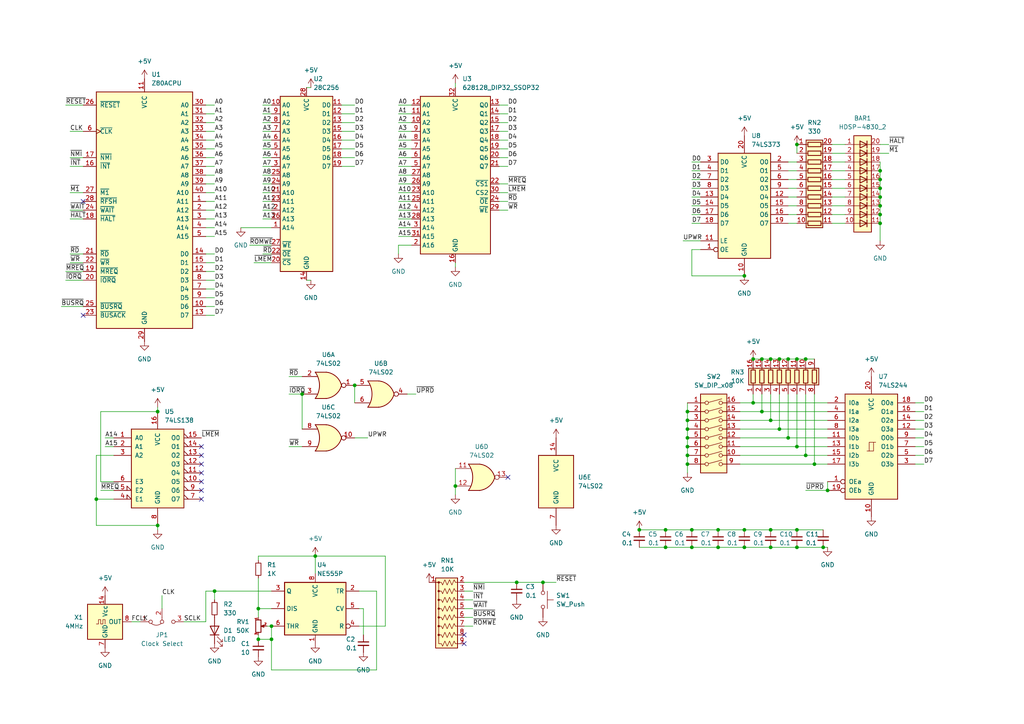
<source format=kicad_sch>
(kicad_sch (version 20211123) (generator eeschema)

  (uuid c9451818-1736-41ef-b256-87c1ea10c36b)

  (paper "A4")

  (lib_symbols
    (symbol "74xx:74LS02" (pin_names (offset 1.016)) (in_bom yes) (on_board yes)
      (property "Reference" "U" (id 0) (at 0 1.27 0)
        (effects (font (size 1.27 1.27)))
      )
      (property "Value" "74LS02" (id 1) (at 0 -1.27 0)
        (effects (font (size 1.27 1.27)))
      )
      (property "Footprint" "" (id 2) (at 0 0 0)
        (effects (font (size 1.27 1.27)) hide)
      )
      (property "Datasheet" "http://www.ti.com/lit/gpn/sn74ls02" (id 3) (at 0 0 0)
        (effects (font (size 1.27 1.27)) hide)
      )
      (property "ki_locked" "" (id 4) (at 0 0 0)
        (effects (font (size 1.27 1.27)))
      )
      (property "ki_keywords" "TTL Nor2" (id 5) (at 0 0 0)
        (effects (font (size 1.27 1.27)) hide)
      )
      (property "ki_description" "quad 2-input NOR gate" (id 6) (at 0 0 0)
        (effects (font (size 1.27 1.27)) hide)
      )
      (property "ki_fp_filters" "SO14* DIP*W7.62mm*" (id 7) (at 0 0 0)
        (effects (font (size 1.27 1.27)) hide)
      )
      (symbol "74LS02_1_1"
        (arc (start -3.81 -3.81) (mid -2.589 0) (end -3.81 3.81)
          (stroke (width 0.254) (type default) (color 0 0 0 0))
          (fill (type none))
        )
        (arc (start -0.6096 -3.81) (mid 2.1842 -2.5851) (end 3.81 0)
          (stroke (width 0.254) (type default) (color 0 0 0 0))
          (fill (type background))
        )
        (polyline
          (pts
            (xy -3.81 -3.81)
            (xy -0.635 -3.81)
          )
          (stroke (width 0.254) (type default) (color 0 0 0 0))
          (fill (type background))
        )
        (polyline
          (pts
            (xy -3.81 3.81)
            (xy -0.635 3.81)
          )
          (stroke (width 0.254) (type default) (color 0 0 0 0))
          (fill (type background))
        )
        (polyline
          (pts
            (xy -0.635 3.81)
            (xy -3.81 3.81)
            (xy -3.81 3.81)
            (xy -3.556 3.4036)
            (xy -3.0226 2.2606)
            (xy -2.6924 1.0414)
            (xy -2.6162 -0.254)
            (xy -2.7686 -1.4986)
            (xy -3.175 -2.7178)
            (xy -3.81 -3.81)
            (xy -3.81 -3.81)
            (xy -0.635 -3.81)
          )
          (stroke (width -25.4) (type default) (color 0 0 0 0))
          (fill (type background))
        )
        (arc (start 3.81 0) (mid 2.1915 2.5936) (end -0.6096 3.81)
          (stroke (width 0.254) (type default) (color 0 0 0 0))
          (fill (type background))
        )
        (pin output inverted (at 7.62 0 180) (length 3.81)
          (name "~" (effects (font (size 1.27 1.27))))
          (number "1" (effects (font (size 1.27 1.27))))
        )
        (pin input line (at -7.62 2.54 0) (length 4.318)
          (name "~" (effects (font (size 1.27 1.27))))
          (number "2" (effects (font (size 1.27 1.27))))
        )
        (pin input line (at -7.62 -2.54 0) (length 4.318)
          (name "~" (effects (font (size 1.27 1.27))))
          (number "3" (effects (font (size 1.27 1.27))))
        )
      )
      (symbol "74LS02_1_2"
        (arc (start 0 -3.81) (mid 3.81 0) (end 0 3.81)
          (stroke (width 0.254) (type default) (color 0 0 0 0))
          (fill (type background))
        )
        (polyline
          (pts
            (xy 0 3.81)
            (xy -3.81 3.81)
            (xy -3.81 -3.81)
            (xy 0 -3.81)
          )
          (stroke (width 0.254) (type default) (color 0 0 0 0))
          (fill (type background))
        )
        (pin output line (at 7.62 0 180) (length 3.81)
          (name "~" (effects (font (size 1.27 1.27))))
          (number "1" (effects (font (size 1.27 1.27))))
        )
        (pin input inverted (at -7.62 2.54 0) (length 3.81)
          (name "~" (effects (font (size 1.27 1.27))))
          (number "2" (effects (font (size 1.27 1.27))))
        )
        (pin input inverted (at -7.62 -2.54 0) (length 3.81)
          (name "~" (effects (font (size 1.27 1.27))))
          (number "3" (effects (font (size 1.27 1.27))))
        )
      )
      (symbol "74LS02_2_1"
        (arc (start -3.81 -3.81) (mid -2.589 0) (end -3.81 3.81)
          (stroke (width 0.254) (type default) (color 0 0 0 0))
          (fill (type none))
        )
        (arc (start -0.6096 -3.81) (mid 2.1842 -2.5851) (end 3.81 0)
          (stroke (width 0.254) (type default) (color 0 0 0 0))
          (fill (type background))
        )
        (polyline
          (pts
            (xy -3.81 -3.81)
            (xy -0.635 -3.81)
          )
          (stroke (width 0.254) (type default) (color 0 0 0 0))
          (fill (type background))
        )
        (polyline
          (pts
            (xy -3.81 3.81)
            (xy -0.635 3.81)
          )
          (stroke (width 0.254) (type default) (color 0 0 0 0))
          (fill (type background))
        )
        (polyline
          (pts
            (xy -0.635 3.81)
            (xy -3.81 3.81)
            (xy -3.81 3.81)
            (xy -3.556 3.4036)
            (xy -3.0226 2.2606)
            (xy -2.6924 1.0414)
            (xy -2.6162 -0.254)
            (xy -2.7686 -1.4986)
            (xy -3.175 -2.7178)
            (xy -3.81 -3.81)
            (xy -3.81 -3.81)
            (xy -0.635 -3.81)
          )
          (stroke (width -25.4) (type default) (color 0 0 0 0))
          (fill (type background))
        )
        (arc (start 3.81 0) (mid 2.1915 2.5936) (end -0.6096 3.81)
          (stroke (width 0.254) (type default) (color 0 0 0 0))
          (fill (type background))
        )
        (pin output inverted (at 7.62 0 180) (length 3.81)
          (name "~" (effects (font (size 1.27 1.27))))
          (number "4" (effects (font (size 1.27 1.27))))
        )
        (pin input line (at -7.62 2.54 0) (length 4.318)
          (name "~" (effects (font (size 1.27 1.27))))
          (number "5" (effects (font (size 1.27 1.27))))
        )
        (pin input line (at -7.62 -2.54 0) (length 4.318)
          (name "~" (effects (font (size 1.27 1.27))))
          (number "6" (effects (font (size 1.27 1.27))))
        )
      )
      (symbol "74LS02_2_2"
        (arc (start 0 -3.81) (mid 3.81 0) (end 0 3.81)
          (stroke (width 0.254) (type default) (color 0 0 0 0))
          (fill (type background))
        )
        (polyline
          (pts
            (xy 0 3.81)
            (xy -3.81 3.81)
            (xy -3.81 -3.81)
            (xy 0 -3.81)
          )
          (stroke (width 0.254) (type default) (color 0 0 0 0))
          (fill (type background))
        )
        (pin output line (at 7.62 0 180) (length 3.81)
          (name "~" (effects (font (size 1.27 1.27))))
          (number "4" (effects (font (size 1.27 1.27))))
        )
        (pin input inverted (at -7.62 2.54 0) (length 3.81)
          (name "~" (effects (font (size 1.27 1.27))))
          (number "5" (effects (font (size 1.27 1.27))))
        )
        (pin input inverted (at -7.62 -2.54 0) (length 3.81)
          (name "~" (effects (font (size 1.27 1.27))))
          (number "6" (effects (font (size 1.27 1.27))))
        )
      )
      (symbol "74LS02_3_1"
        (arc (start -3.81 -3.81) (mid -2.589 0) (end -3.81 3.81)
          (stroke (width 0.254) (type default) (color 0 0 0 0))
          (fill (type none))
        )
        (arc (start -0.6096 -3.81) (mid 2.1842 -2.5851) (end 3.81 0)
          (stroke (width 0.254) (type default) (color 0 0 0 0))
          (fill (type background))
        )
        (polyline
          (pts
            (xy -3.81 -3.81)
            (xy -0.635 -3.81)
          )
          (stroke (width 0.254) (type default) (color 0 0 0 0))
          (fill (type background))
        )
        (polyline
          (pts
            (xy -3.81 3.81)
            (xy -0.635 3.81)
          )
          (stroke (width 0.254) (type default) (color 0 0 0 0))
          (fill (type background))
        )
        (polyline
          (pts
            (xy -0.635 3.81)
            (xy -3.81 3.81)
            (xy -3.81 3.81)
            (xy -3.556 3.4036)
            (xy -3.0226 2.2606)
            (xy -2.6924 1.0414)
            (xy -2.6162 -0.254)
            (xy -2.7686 -1.4986)
            (xy -3.175 -2.7178)
            (xy -3.81 -3.81)
            (xy -3.81 -3.81)
            (xy -0.635 -3.81)
          )
          (stroke (width -25.4) (type default) (color 0 0 0 0))
          (fill (type background))
        )
        (arc (start 3.81 0) (mid 2.1915 2.5936) (end -0.6096 3.81)
          (stroke (width 0.254) (type default) (color 0 0 0 0))
          (fill (type background))
        )
        (pin output inverted (at 7.62 0 180) (length 3.81)
          (name "~" (effects (font (size 1.27 1.27))))
          (number "10" (effects (font (size 1.27 1.27))))
        )
        (pin input line (at -7.62 2.54 0) (length 4.318)
          (name "~" (effects (font (size 1.27 1.27))))
          (number "8" (effects (font (size 1.27 1.27))))
        )
        (pin input line (at -7.62 -2.54 0) (length 4.318)
          (name "~" (effects (font (size 1.27 1.27))))
          (number "9" (effects (font (size 1.27 1.27))))
        )
      )
      (symbol "74LS02_3_2"
        (arc (start 0 -3.81) (mid 3.81 0) (end 0 3.81)
          (stroke (width 0.254) (type default) (color 0 0 0 0))
          (fill (type background))
        )
        (polyline
          (pts
            (xy 0 3.81)
            (xy -3.81 3.81)
            (xy -3.81 -3.81)
            (xy 0 -3.81)
          )
          (stroke (width 0.254) (type default) (color 0 0 0 0))
          (fill (type background))
        )
        (pin output line (at 7.62 0 180) (length 3.81)
          (name "~" (effects (font (size 1.27 1.27))))
          (number "10" (effects (font (size 1.27 1.27))))
        )
        (pin input inverted (at -7.62 2.54 0) (length 3.81)
          (name "~" (effects (font (size 1.27 1.27))))
          (number "8" (effects (font (size 1.27 1.27))))
        )
        (pin input inverted (at -7.62 -2.54 0) (length 3.81)
          (name "~" (effects (font (size 1.27 1.27))))
          (number "9" (effects (font (size 1.27 1.27))))
        )
      )
      (symbol "74LS02_4_1"
        (arc (start -3.81 -3.81) (mid -2.589 0) (end -3.81 3.81)
          (stroke (width 0.254) (type default) (color 0 0 0 0))
          (fill (type none))
        )
        (arc (start -0.6096 -3.81) (mid 2.1842 -2.5851) (end 3.81 0)
          (stroke (width 0.254) (type default) (color 0 0 0 0))
          (fill (type background))
        )
        (polyline
          (pts
            (xy -3.81 -3.81)
            (xy -0.635 -3.81)
          )
          (stroke (width 0.254) (type default) (color 0 0 0 0))
          (fill (type background))
        )
        (polyline
          (pts
            (xy -3.81 3.81)
            (xy -0.635 3.81)
          )
          (stroke (width 0.254) (type default) (color 0 0 0 0))
          (fill (type background))
        )
        (polyline
          (pts
            (xy -0.635 3.81)
            (xy -3.81 3.81)
            (xy -3.81 3.81)
            (xy -3.556 3.4036)
            (xy -3.0226 2.2606)
            (xy -2.6924 1.0414)
            (xy -2.6162 -0.254)
            (xy -2.7686 -1.4986)
            (xy -3.175 -2.7178)
            (xy -3.81 -3.81)
            (xy -3.81 -3.81)
            (xy -0.635 -3.81)
          )
          (stroke (width -25.4) (type default) (color 0 0 0 0))
          (fill (type background))
        )
        (arc (start 3.81 0) (mid 2.1915 2.5936) (end -0.6096 3.81)
          (stroke (width 0.254) (type default) (color 0 0 0 0))
          (fill (type background))
        )
        (pin input line (at -7.62 2.54 0) (length 4.318)
          (name "~" (effects (font (size 1.27 1.27))))
          (number "11" (effects (font (size 1.27 1.27))))
        )
        (pin input line (at -7.62 -2.54 0) (length 4.318)
          (name "~" (effects (font (size 1.27 1.27))))
          (number "12" (effects (font (size 1.27 1.27))))
        )
        (pin output inverted (at 7.62 0 180) (length 3.81)
          (name "~" (effects (font (size 1.27 1.27))))
          (number "13" (effects (font (size 1.27 1.27))))
        )
      )
      (symbol "74LS02_4_2"
        (arc (start 0 -3.81) (mid 3.81 0) (end 0 3.81)
          (stroke (width 0.254) (type default) (color 0 0 0 0))
          (fill (type background))
        )
        (polyline
          (pts
            (xy 0 3.81)
            (xy -3.81 3.81)
            (xy -3.81 -3.81)
            (xy 0 -3.81)
          )
          (stroke (width 0.254) (type default) (color 0 0 0 0))
          (fill (type background))
        )
        (pin input inverted (at -7.62 2.54 0) (length 3.81)
          (name "~" (effects (font (size 1.27 1.27))))
          (number "11" (effects (font (size 1.27 1.27))))
        )
        (pin input inverted (at -7.62 -2.54 0) (length 3.81)
          (name "~" (effects (font (size 1.27 1.27))))
          (number "12" (effects (font (size 1.27 1.27))))
        )
        (pin output line (at 7.62 0 180) (length 3.81)
          (name "~" (effects (font (size 1.27 1.27))))
          (number "13" (effects (font (size 1.27 1.27))))
        )
      )
      (symbol "74LS02_5_0"
        (pin power_in line (at 0 12.7 270) (length 5.08)
          (name "VCC" (effects (font (size 1.27 1.27))))
          (number "14" (effects (font (size 1.27 1.27))))
        )
        (pin power_in line (at 0 -12.7 90) (length 5.08)
          (name "GND" (effects (font (size 1.27 1.27))))
          (number "7" (effects (font (size 1.27 1.27))))
        )
      )
      (symbol "74LS02_5_1"
        (rectangle (start -5.08 7.62) (end 5.08 -7.62)
          (stroke (width 0.254) (type default) (color 0 0 0 0))
          (fill (type background))
        )
      )
    )
    (symbol "74xx:74LS138" (pin_names (offset 1.016)) (in_bom yes) (on_board yes)
      (property "Reference" "U" (id 0) (at -7.62 11.43 0)
        (effects (font (size 1.27 1.27)))
      )
      (property "Value" "74LS138" (id 1) (at -7.62 -13.97 0)
        (effects (font (size 1.27 1.27)))
      )
      (property "Footprint" "" (id 2) (at 0 0 0)
        (effects (font (size 1.27 1.27)) hide)
      )
      (property "Datasheet" "http://www.ti.com/lit/gpn/sn74LS138" (id 3) (at 0 0 0)
        (effects (font (size 1.27 1.27)) hide)
      )
      (property "ki_locked" "" (id 4) (at 0 0 0)
        (effects (font (size 1.27 1.27)))
      )
      (property "ki_keywords" "TTL DECOD DECOD8" (id 5) (at 0 0 0)
        (effects (font (size 1.27 1.27)) hide)
      )
      (property "ki_description" "Decoder 3 to 8 active low outputs" (id 6) (at 0 0 0)
        (effects (font (size 1.27 1.27)) hide)
      )
      (property "ki_fp_filters" "DIP?16*" (id 7) (at 0 0 0)
        (effects (font (size 1.27 1.27)) hide)
      )
      (symbol "74LS138_1_0"
        (pin input line (at -12.7 7.62 0) (length 5.08)
          (name "A0" (effects (font (size 1.27 1.27))))
          (number "1" (effects (font (size 1.27 1.27))))
        )
        (pin output output_low (at 12.7 -5.08 180) (length 5.08)
          (name "O5" (effects (font (size 1.27 1.27))))
          (number "10" (effects (font (size 1.27 1.27))))
        )
        (pin output output_low (at 12.7 -2.54 180) (length 5.08)
          (name "O4" (effects (font (size 1.27 1.27))))
          (number "11" (effects (font (size 1.27 1.27))))
        )
        (pin output output_low (at 12.7 0 180) (length 5.08)
          (name "O3" (effects (font (size 1.27 1.27))))
          (number "12" (effects (font (size 1.27 1.27))))
        )
        (pin output output_low (at 12.7 2.54 180) (length 5.08)
          (name "O2" (effects (font (size 1.27 1.27))))
          (number "13" (effects (font (size 1.27 1.27))))
        )
        (pin output output_low (at 12.7 5.08 180) (length 5.08)
          (name "O1" (effects (font (size 1.27 1.27))))
          (number "14" (effects (font (size 1.27 1.27))))
        )
        (pin output output_low (at 12.7 7.62 180) (length 5.08)
          (name "O0" (effects (font (size 1.27 1.27))))
          (number "15" (effects (font (size 1.27 1.27))))
        )
        (pin power_in line (at 0 15.24 270) (length 5.08)
          (name "VCC" (effects (font (size 1.27 1.27))))
          (number "16" (effects (font (size 1.27 1.27))))
        )
        (pin input line (at -12.7 5.08 0) (length 5.08)
          (name "A1" (effects (font (size 1.27 1.27))))
          (number "2" (effects (font (size 1.27 1.27))))
        )
        (pin input line (at -12.7 2.54 0) (length 5.08)
          (name "A2" (effects (font (size 1.27 1.27))))
          (number "3" (effects (font (size 1.27 1.27))))
        )
        (pin input input_low (at -12.7 -10.16 0) (length 5.08)
          (name "E1" (effects (font (size 1.27 1.27))))
          (number "4" (effects (font (size 1.27 1.27))))
        )
        (pin input input_low (at -12.7 -7.62 0) (length 5.08)
          (name "E2" (effects (font (size 1.27 1.27))))
          (number "5" (effects (font (size 1.27 1.27))))
        )
        (pin input line (at -12.7 -5.08 0) (length 5.08)
          (name "E3" (effects (font (size 1.27 1.27))))
          (number "6" (effects (font (size 1.27 1.27))))
        )
        (pin output output_low (at 12.7 -10.16 180) (length 5.08)
          (name "O7" (effects (font (size 1.27 1.27))))
          (number "7" (effects (font (size 1.27 1.27))))
        )
        (pin power_in line (at 0 -17.78 90) (length 5.08)
          (name "GND" (effects (font (size 1.27 1.27))))
          (number "8" (effects (font (size 1.27 1.27))))
        )
        (pin output output_low (at 12.7 -7.62 180) (length 5.08)
          (name "O6" (effects (font (size 1.27 1.27))))
          (number "9" (effects (font (size 1.27 1.27))))
        )
      )
      (symbol "74LS138_1_1"
        (rectangle (start -7.62 10.16) (end 7.62 -12.7)
          (stroke (width 0.254) (type default) (color 0 0 0 0))
          (fill (type background))
        )
      )
    )
    (symbol "74xx:74LS244" (pin_names (offset 1.016)) (in_bom yes) (on_board yes)
      (property "Reference" "U" (id 0) (at -7.62 16.51 0)
        (effects (font (size 1.27 1.27)))
      )
      (property "Value" "74LS244" (id 1) (at -7.62 -16.51 0)
        (effects (font (size 1.27 1.27)))
      )
      (property "Footprint" "" (id 2) (at 0 0 0)
        (effects (font (size 1.27 1.27)) hide)
      )
      (property "Datasheet" "http://www.ti.com/lit/ds/symlink/sn74ls244.pdf" (id 3) (at 0 0 0)
        (effects (font (size 1.27 1.27)) hide)
      )
      (property "ki_keywords" "7400 logic ttl low power schottky" (id 4) (at 0 0 0)
        (effects (font (size 1.27 1.27)) hide)
      )
      (property "ki_description" "Octal Buffer and Line Driver With 3-State Output, active-low enables, non-inverting outputs" (id 5) (at 0 0 0)
        (effects (font (size 1.27 1.27)) hide)
      )
      (property "ki_fp_filters" "DIP?20*" (id 6) (at 0 0 0)
        (effects (font (size 1.27 1.27)) hide)
      )
      (symbol "74LS244_1_0"
        (polyline
          (pts
            (xy -0.635 -1.27)
            (xy -0.635 1.27)
            (xy 0.635 1.27)
          )
          (stroke (width 0) (type default) (color 0 0 0 0))
          (fill (type none))
        )
        (polyline
          (pts
            (xy -1.27 -1.27)
            (xy 0.635 -1.27)
            (xy 0.635 1.27)
            (xy 1.27 1.27)
          )
          (stroke (width 0) (type default) (color 0 0 0 0))
          (fill (type none))
        )
        (pin input inverted (at -12.7 -10.16 0) (length 5.08)
          (name "OEa" (effects (font (size 1.27 1.27))))
          (number "1" (effects (font (size 1.27 1.27))))
        )
        (pin power_in line (at 0 -20.32 90) (length 5.08)
          (name "GND" (effects (font (size 1.27 1.27))))
          (number "10" (effects (font (size 1.27 1.27))))
        )
        (pin input line (at -12.7 2.54 0) (length 5.08)
          (name "I0b" (effects (font (size 1.27 1.27))))
          (number "11" (effects (font (size 1.27 1.27))))
        )
        (pin tri_state line (at 12.7 5.08 180) (length 5.08)
          (name "O3a" (effects (font (size 1.27 1.27))))
          (number "12" (effects (font (size 1.27 1.27))))
        )
        (pin input line (at -12.7 0 0) (length 5.08)
          (name "I1b" (effects (font (size 1.27 1.27))))
          (number "13" (effects (font (size 1.27 1.27))))
        )
        (pin tri_state line (at 12.7 7.62 180) (length 5.08)
          (name "O2a" (effects (font (size 1.27 1.27))))
          (number "14" (effects (font (size 1.27 1.27))))
        )
        (pin input line (at -12.7 -2.54 0) (length 5.08)
          (name "I2b" (effects (font (size 1.27 1.27))))
          (number "15" (effects (font (size 1.27 1.27))))
        )
        (pin tri_state line (at 12.7 10.16 180) (length 5.08)
          (name "O1a" (effects (font (size 1.27 1.27))))
          (number "16" (effects (font (size 1.27 1.27))))
        )
        (pin input line (at -12.7 -5.08 0) (length 5.08)
          (name "I3b" (effects (font (size 1.27 1.27))))
          (number "17" (effects (font (size 1.27 1.27))))
        )
        (pin tri_state line (at 12.7 12.7 180) (length 5.08)
          (name "O0a" (effects (font (size 1.27 1.27))))
          (number "18" (effects (font (size 1.27 1.27))))
        )
        (pin input inverted (at -12.7 -12.7 0) (length 5.08)
          (name "OEb" (effects (font (size 1.27 1.27))))
          (number "19" (effects (font (size 1.27 1.27))))
        )
        (pin input line (at -12.7 12.7 0) (length 5.08)
          (name "I0a" (effects (font (size 1.27 1.27))))
          (number "2" (effects (font (size 1.27 1.27))))
        )
        (pin power_in line (at 0 20.32 270) (length 5.08)
          (name "VCC" (effects (font (size 1.27 1.27))))
          (number "20" (effects (font (size 1.27 1.27))))
        )
        (pin tri_state line (at 12.7 -5.08 180) (length 5.08)
          (name "O3b" (effects (font (size 1.27 1.27))))
          (number "3" (effects (font (size 1.27 1.27))))
        )
        (pin input line (at -12.7 10.16 0) (length 5.08)
          (name "I1a" (effects (font (size 1.27 1.27))))
          (number "4" (effects (font (size 1.27 1.27))))
        )
        (pin tri_state line (at 12.7 -2.54 180) (length 5.08)
          (name "O2b" (effects (font (size 1.27 1.27))))
          (number "5" (effects (font (size 1.27 1.27))))
        )
        (pin input line (at -12.7 7.62 0) (length 5.08)
          (name "I2a" (effects (font (size 1.27 1.27))))
          (number "6" (effects (font (size 1.27 1.27))))
        )
        (pin tri_state line (at 12.7 0 180) (length 5.08)
          (name "O1b" (effects (font (size 1.27 1.27))))
          (number "7" (effects (font (size 1.27 1.27))))
        )
        (pin input line (at -12.7 5.08 0) (length 5.08)
          (name "I3a" (effects (font (size 1.27 1.27))))
          (number "8" (effects (font (size 1.27 1.27))))
        )
        (pin tri_state line (at 12.7 2.54 180) (length 5.08)
          (name "O0b" (effects (font (size 1.27 1.27))))
          (number "9" (effects (font (size 1.27 1.27))))
        )
      )
      (symbol "74LS244_1_1"
        (rectangle (start -7.62 15.24) (end 7.62 -15.24)
          (stroke (width 0.254) (type default) (color 0 0 0 0))
          (fill (type background))
        )
      )
    )
    (symbol "74xx:74LS373" (in_bom yes) (on_board yes)
      (property "Reference" "U" (id 0) (at -7.62 16.51 0)
        (effects (font (size 1.27 1.27)))
      )
      (property "Value" "74LS373" (id 1) (at -7.62 -16.51 0)
        (effects (font (size 1.27 1.27)))
      )
      (property "Footprint" "" (id 2) (at 0 0 0)
        (effects (font (size 1.27 1.27)) hide)
      )
      (property "Datasheet" "http://www.ti.com/lit/gpn/sn74LS373" (id 3) (at 0 0 0)
        (effects (font (size 1.27 1.27)) hide)
      )
      (property "ki_keywords" "TTL REG DFF DFF8 LATCH" (id 4) (at 0 0 0)
        (effects (font (size 1.27 1.27)) hide)
      )
      (property "ki_description" "8-bit Latch, 3-state outputs" (id 5) (at 0 0 0)
        (effects (font (size 1.27 1.27)) hide)
      )
      (property "ki_fp_filters" "DIP?20* SOIC?20* SO?20* SSOP?20* TSSOP?20*" (id 6) (at 0 0 0)
        (effects (font (size 1.27 1.27)) hide)
      )
      (symbol "74LS373_1_0"
        (pin input inverted (at -12.7 -12.7 0) (length 5.08)
          (name "OE" (effects (font (size 1.27 1.27))))
          (number "1" (effects (font (size 1.27 1.27))))
        )
        (pin power_in line (at 0 -20.32 90) (length 5.08)
          (name "GND" (effects (font (size 1.27 1.27))))
          (number "10" (effects (font (size 1.27 1.27))))
        )
        (pin input line (at -12.7 -10.16 0) (length 5.08)
          (name "LE" (effects (font (size 1.27 1.27))))
          (number "11" (effects (font (size 1.27 1.27))))
        )
        (pin tri_state line (at 12.7 2.54 180) (length 5.08)
          (name "O4" (effects (font (size 1.27 1.27))))
          (number "12" (effects (font (size 1.27 1.27))))
        )
        (pin input line (at -12.7 2.54 0) (length 5.08)
          (name "D4" (effects (font (size 1.27 1.27))))
          (number "13" (effects (font (size 1.27 1.27))))
        )
        (pin input line (at -12.7 0 0) (length 5.08)
          (name "D5" (effects (font (size 1.27 1.27))))
          (number "14" (effects (font (size 1.27 1.27))))
        )
        (pin tri_state line (at 12.7 0 180) (length 5.08)
          (name "O5" (effects (font (size 1.27 1.27))))
          (number "15" (effects (font (size 1.27 1.27))))
        )
        (pin tri_state line (at 12.7 -2.54 180) (length 5.08)
          (name "O6" (effects (font (size 1.27 1.27))))
          (number "16" (effects (font (size 1.27 1.27))))
        )
        (pin input line (at -12.7 -2.54 0) (length 5.08)
          (name "D6" (effects (font (size 1.27 1.27))))
          (number "17" (effects (font (size 1.27 1.27))))
        )
        (pin input line (at -12.7 -5.08 0) (length 5.08)
          (name "D7" (effects (font (size 1.27 1.27))))
          (number "18" (effects (font (size 1.27 1.27))))
        )
        (pin tri_state line (at 12.7 -5.08 180) (length 5.08)
          (name "O7" (effects (font (size 1.27 1.27))))
          (number "19" (effects (font (size 1.27 1.27))))
        )
        (pin tri_state line (at 12.7 12.7 180) (length 5.08)
          (name "O0" (effects (font (size 1.27 1.27))))
          (number "2" (effects (font (size 1.27 1.27))))
        )
        (pin power_in line (at 0 20.32 270) (length 5.08)
          (name "VCC" (effects (font (size 1.27 1.27))))
          (number "20" (effects (font (size 1.27 1.27))))
        )
        (pin input line (at -12.7 12.7 0) (length 5.08)
          (name "D0" (effects (font (size 1.27 1.27))))
          (number "3" (effects (font (size 1.27 1.27))))
        )
        (pin input line (at -12.7 10.16 0) (length 5.08)
          (name "D1" (effects (font (size 1.27 1.27))))
          (number "4" (effects (font (size 1.27 1.27))))
        )
        (pin tri_state line (at 12.7 10.16 180) (length 5.08)
          (name "O1" (effects (font (size 1.27 1.27))))
          (number "5" (effects (font (size 1.27 1.27))))
        )
        (pin tri_state line (at 12.7 7.62 180) (length 5.08)
          (name "O2" (effects (font (size 1.27 1.27))))
          (number "6" (effects (font (size 1.27 1.27))))
        )
        (pin input line (at -12.7 7.62 0) (length 5.08)
          (name "D2" (effects (font (size 1.27 1.27))))
          (number "7" (effects (font (size 1.27 1.27))))
        )
        (pin input line (at -12.7 5.08 0) (length 5.08)
          (name "D3" (effects (font (size 1.27 1.27))))
          (number "8" (effects (font (size 1.27 1.27))))
        )
        (pin tri_state line (at 12.7 5.08 180) (length 5.08)
          (name "O3" (effects (font (size 1.27 1.27))))
          (number "9" (effects (font (size 1.27 1.27))))
        )
      )
      (symbol "74LS373_1_1"
        (rectangle (start -7.62 15.24) (end 7.62 -15.24)
          (stroke (width 0.254) (type default) (color 0 0 0 0))
          (fill (type background))
        )
      )
    )
    (symbol "CPU:Z80CPU" (pin_names (offset 1.016)) (in_bom yes) (on_board yes)
      (property "Reference" "U" (id 0) (at -13.97 35.56 0)
        (effects (font (size 1.27 1.27)) (justify left))
      )
      (property "Value" "Z80CPU" (id 1) (at 6.35 35.56 0)
        (effects (font (size 1.27 1.27)) (justify left))
      )
      (property "Footprint" "" (id 2) (at 0 10.16 0)
        (effects (font (size 1.27 1.27)) hide)
      )
      (property "Datasheet" "www.zilog.com/manage_directlink.php?filepath=docs/z80/um0080" (id 3) (at 0 10.16 0)
        (effects (font (size 1.27 1.27)) hide)
      )
      (property "ki_keywords" "Z80 CPU uP" (id 4) (at 0 0 0)
        (effects (font (size 1.27 1.27)) hide)
      )
      (property "ki_description" "8-bit General Purpose Microprocessor, DIP-40" (id 5) (at 0 0 0)
        (effects (font (size 1.27 1.27)) hide)
      )
      (property "ki_fp_filters" "DIP* PDIP*" (id 6) (at 0 0 0)
        (effects (font (size 1.27 1.27)) hide)
      )
      (symbol "Z80CPU_0_1"
        (rectangle (start -13.97 34.29) (end 13.97 -34.29)
          (stroke (width 0.254) (type default) (color 0 0 0 0))
          (fill (type background))
        )
      )
      (symbol "Z80CPU_1_1"
        (pin output line (at 17.78 2.54 180) (length 3.81)
          (name "A11" (effects (font (size 1.27 1.27))))
          (number "1" (effects (font (size 1.27 1.27))))
        )
        (pin bidirectional line (at 17.78 -27.94 180) (length 3.81)
          (name "D6" (effects (font (size 1.27 1.27))))
          (number "10" (effects (font (size 1.27 1.27))))
        )
        (pin power_in line (at 0 38.1 270) (length 3.81)
          (name "VCC" (effects (font (size 1.27 1.27))))
          (number "11" (effects (font (size 1.27 1.27))))
        )
        (pin bidirectional line (at 17.78 -17.78 180) (length 3.81)
          (name "D2" (effects (font (size 1.27 1.27))))
          (number "12" (effects (font (size 1.27 1.27))))
        )
        (pin bidirectional line (at 17.78 -30.48 180) (length 3.81)
          (name "D7" (effects (font (size 1.27 1.27))))
          (number "13" (effects (font (size 1.27 1.27))))
        )
        (pin bidirectional line (at 17.78 -12.7 180) (length 3.81)
          (name "D0" (effects (font (size 1.27 1.27))))
          (number "14" (effects (font (size 1.27 1.27))))
        )
        (pin bidirectional line (at 17.78 -15.24 180) (length 3.81)
          (name "D1" (effects (font (size 1.27 1.27))))
          (number "15" (effects (font (size 1.27 1.27))))
        )
        (pin input line (at -17.78 12.7 0) (length 3.81)
          (name "~{INT}" (effects (font (size 1.27 1.27))))
          (number "16" (effects (font (size 1.27 1.27))))
        )
        (pin input line (at -17.78 15.24 0) (length 3.81)
          (name "~{NMI}" (effects (font (size 1.27 1.27))))
          (number "17" (effects (font (size 1.27 1.27))))
        )
        (pin output line (at -17.78 -2.54 0) (length 3.81)
          (name "~{HALT}" (effects (font (size 1.27 1.27))))
          (number "18" (effects (font (size 1.27 1.27))))
        )
        (pin output line (at -17.78 -17.78 0) (length 3.81)
          (name "~{MREQ}" (effects (font (size 1.27 1.27))))
          (number "19" (effects (font (size 1.27 1.27))))
        )
        (pin output line (at 17.78 0 180) (length 3.81)
          (name "A12" (effects (font (size 1.27 1.27))))
          (number "2" (effects (font (size 1.27 1.27))))
        )
        (pin output line (at -17.78 -20.32 0) (length 3.81)
          (name "~{IORQ}" (effects (font (size 1.27 1.27))))
          (number "20" (effects (font (size 1.27 1.27))))
        )
        (pin output line (at -17.78 -12.7 0) (length 3.81)
          (name "~{RD}" (effects (font (size 1.27 1.27))))
          (number "21" (effects (font (size 1.27 1.27))))
        )
        (pin output line (at -17.78 -15.24 0) (length 3.81)
          (name "~{WR}" (effects (font (size 1.27 1.27))))
          (number "22" (effects (font (size 1.27 1.27))))
        )
        (pin output line (at -17.78 -30.48 0) (length 3.81)
          (name "~{BUSACK}" (effects (font (size 1.27 1.27))))
          (number "23" (effects (font (size 1.27 1.27))))
        )
        (pin input line (at -17.78 0 0) (length 3.81)
          (name "~{WAIT}" (effects (font (size 1.27 1.27))))
          (number "24" (effects (font (size 1.27 1.27))))
        )
        (pin input line (at -17.78 -27.94 0) (length 3.81)
          (name "~{BUSRQ}" (effects (font (size 1.27 1.27))))
          (number "25" (effects (font (size 1.27 1.27))))
        )
        (pin input line (at -17.78 30.48 0) (length 3.81)
          (name "~{RESET}" (effects (font (size 1.27 1.27))))
          (number "26" (effects (font (size 1.27 1.27))))
        )
        (pin output line (at -17.78 5.08 0) (length 3.81)
          (name "~{M1}" (effects (font (size 1.27 1.27))))
          (number "27" (effects (font (size 1.27 1.27))))
        )
        (pin output line (at -17.78 2.54 0) (length 3.81)
          (name "~{RFSH}" (effects (font (size 1.27 1.27))))
          (number "28" (effects (font (size 1.27 1.27))))
        )
        (pin power_in line (at 0 -38.1 90) (length 3.81)
          (name "GND" (effects (font (size 1.27 1.27))))
          (number "29" (effects (font (size 1.27 1.27))))
        )
        (pin output line (at 17.78 -2.54 180) (length 3.81)
          (name "A13" (effects (font (size 1.27 1.27))))
          (number "3" (effects (font (size 1.27 1.27))))
        )
        (pin output line (at 17.78 30.48 180) (length 3.81)
          (name "A0" (effects (font (size 1.27 1.27))))
          (number "30" (effects (font (size 1.27 1.27))))
        )
        (pin output line (at 17.78 27.94 180) (length 3.81)
          (name "A1" (effects (font (size 1.27 1.27))))
          (number "31" (effects (font (size 1.27 1.27))))
        )
        (pin output line (at 17.78 25.4 180) (length 3.81)
          (name "A2" (effects (font (size 1.27 1.27))))
          (number "32" (effects (font (size 1.27 1.27))))
        )
        (pin output line (at 17.78 22.86 180) (length 3.81)
          (name "A3" (effects (font (size 1.27 1.27))))
          (number "33" (effects (font (size 1.27 1.27))))
        )
        (pin output line (at 17.78 20.32 180) (length 3.81)
          (name "A4" (effects (font (size 1.27 1.27))))
          (number "34" (effects (font (size 1.27 1.27))))
        )
        (pin output line (at 17.78 17.78 180) (length 3.81)
          (name "A5" (effects (font (size 1.27 1.27))))
          (number "35" (effects (font (size 1.27 1.27))))
        )
        (pin output line (at 17.78 15.24 180) (length 3.81)
          (name "A6" (effects (font (size 1.27 1.27))))
          (number "36" (effects (font (size 1.27 1.27))))
        )
        (pin output line (at 17.78 12.7 180) (length 3.81)
          (name "A7" (effects (font (size 1.27 1.27))))
          (number "37" (effects (font (size 1.27 1.27))))
        )
        (pin output line (at 17.78 10.16 180) (length 3.81)
          (name "A8" (effects (font (size 1.27 1.27))))
          (number "38" (effects (font (size 1.27 1.27))))
        )
        (pin output line (at 17.78 7.62 180) (length 3.81)
          (name "A9" (effects (font (size 1.27 1.27))))
          (number "39" (effects (font (size 1.27 1.27))))
        )
        (pin output line (at 17.78 -5.08 180) (length 3.81)
          (name "A14" (effects (font (size 1.27 1.27))))
          (number "4" (effects (font (size 1.27 1.27))))
        )
        (pin output line (at 17.78 5.08 180) (length 3.81)
          (name "A10" (effects (font (size 1.27 1.27))))
          (number "40" (effects (font (size 1.27 1.27))))
        )
        (pin output line (at 17.78 -7.62 180) (length 3.81)
          (name "A15" (effects (font (size 1.27 1.27))))
          (number "5" (effects (font (size 1.27 1.27))))
        )
        (pin input clock (at -17.78 22.86 0) (length 3.81)
          (name "~{CLK}" (effects (font (size 1.27 1.27))))
          (number "6" (effects (font (size 1.27 1.27))))
        )
        (pin bidirectional line (at 17.78 -22.86 180) (length 3.81)
          (name "D4" (effects (font (size 1.27 1.27))))
          (number "7" (effects (font (size 1.27 1.27))))
        )
        (pin bidirectional line (at 17.78 -20.32 180) (length 3.81)
          (name "D3" (effects (font (size 1.27 1.27))))
          (number "8" (effects (font (size 1.27 1.27))))
        )
        (pin bidirectional line (at 17.78 -25.4 180) (length 3.81)
          (name "D5" (effects (font (size 1.27 1.27))))
          (number "9" (effects (font (size 1.27 1.27))))
        )
      )
    )
    (symbol "Device:C_Small" (pin_numbers hide) (pin_names (offset 0.254) hide) (in_bom yes) (on_board yes)
      (property "Reference" "C" (id 0) (at 0.254 1.778 0)
        (effects (font (size 1.27 1.27)) (justify left))
      )
      (property "Value" "C_Small" (id 1) (at 0.254 -2.032 0)
        (effects (font (size 1.27 1.27)) (justify left))
      )
      (property "Footprint" "" (id 2) (at 0 0 0)
        (effects (font (size 1.27 1.27)) hide)
      )
      (property "Datasheet" "~" (id 3) (at 0 0 0)
        (effects (font (size 1.27 1.27)) hide)
      )
      (property "ki_keywords" "capacitor cap" (id 4) (at 0 0 0)
        (effects (font (size 1.27 1.27)) hide)
      )
      (property "ki_description" "Unpolarized capacitor, small symbol" (id 5) (at 0 0 0)
        (effects (font (size 1.27 1.27)) hide)
      )
      (property "ki_fp_filters" "C_*" (id 6) (at 0 0 0)
        (effects (font (size 1.27 1.27)) hide)
      )
      (symbol "C_Small_0_1"
        (polyline
          (pts
            (xy -1.524 -0.508)
            (xy 1.524 -0.508)
          )
          (stroke (width 0.3302) (type default) (color 0 0 0 0))
          (fill (type none))
        )
        (polyline
          (pts
            (xy -1.524 0.508)
            (xy 1.524 0.508)
          )
          (stroke (width 0.3048) (type default) (color 0 0 0 0))
          (fill (type none))
        )
      )
      (symbol "C_Small_1_1"
        (pin passive line (at 0 2.54 270) (length 2.032)
          (name "~" (effects (font (size 1.27 1.27))))
          (number "1" (effects (font (size 1.27 1.27))))
        )
        (pin passive line (at 0 -2.54 90) (length 2.032)
          (name "~" (effects (font (size 1.27 1.27))))
          (number "2" (effects (font (size 1.27 1.27))))
        )
      )
    )
    (symbol "Device:LED" (pin_numbers hide) (pin_names (offset 1.016) hide) (in_bom yes) (on_board yes)
      (property "Reference" "D" (id 0) (at 0 2.54 0)
        (effects (font (size 1.27 1.27)))
      )
      (property "Value" "LED" (id 1) (at 0 -2.54 0)
        (effects (font (size 1.27 1.27)))
      )
      (property "Footprint" "" (id 2) (at 0 0 0)
        (effects (font (size 1.27 1.27)) hide)
      )
      (property "Datasheet" "~" (id 3) (at 0 0 0)
        (effects (font (size 1.27 1.27)) hide)
      )
      (property "ki_keywords" "LED diode" (id 4) (at 0 0 0)
        (effects (font (size 1.27 1.27)) hide)
      )
      (property "ki_description" "Light emitting diode" (id 5) (at 0 0 0)
        (effects (font (size 1.27 1.27)) hide)
      )
      (property "ki_fp_filters" "LED* LED_SMD:* LED_THT:*" (id 6) (at 0 0 0)
        (effects (font (size 1.27 1.27)) hide)
      )
      (symbol "LED_0_1"
        (polyline
          (pts
            (xy -1.27 -1.27)
            (xy -1.27 1.27)
          )
          (stroke (width 0.254) (type default) (color 0 0 0 0))
          (fill (type none))
        )
        (polyline
          (pts
            (xy -1.27 0)
            (xy 1.27 0)
          )
          (stroke (width 0) (type default) (color 0 0 0 0))
          (fill (type none))
        )
        (polyline
          (pts
            (xy 1.27 -1.27)
            (xy 1.27 1.27)
            (xy -1.27 0)
            (xy 1.27 -1.27)
          )
          (stroke (width 0.254) (type default) (color 0 0 0 0))
          (fill (type none))
        )
        (polyline
          (pts
            (xy -3.048 -0.762)
            (xy -4.572 -2.286)
            (xy -3.81 -2.286)
            (xy -4.572 -2.286)
            (xy -4.572 -1.524)
          )
          (stroke (width 0) (type default) (color 0 0 0 0))
          (fill (type none))
        )
        (polyline
          (pts
            (xy -1.778 -0.762)
            (xy -3.302 -2.286)
            (xy -2.54 -2.286)
            (xy -3.302 -2.286)
            (xy -3.302 -1.524)
          )
          (stroke (width 0) (type default) (color 0 0 0 0))
          (fill (type none))
        )
      )
      (symbol "LED_1_1"
        (pin passive line (at -3.81 0 0) (length 2.54)
          (name "K" (effects (font (size 1.27 1.27))))
          (number "1" (effects (font (size 1.27 1.27))))
        )
        (pin passive line (at 3.81 0 180) (length 2.54)
          (name "A" (effects (font (size 1.27 1.27))))
          (number "2" (effects (font (size 1.27 1.27))))
        )
      )
    )
    (symbol "Device:R_Network08_US" (pin_names (offset 0) hide) (in_bom yes) (on_board yes)
      (property "Reference" "RN" (id 0) (at -12.7 0 90)
        (effects (font (size 1.27 1.27)))
      )
      (property "Value" "R_Network08_US" (id 1) (at 10.16 0 90)
        (effects (font (size 1.27 1.27)))
      )
      (property "Footprint" "Resistor_THT:R_Array_SIP9" (id 2) (at 12.065 0 90)
        (effects (font (size 1.27 1.27)) hide)
      )
      (property "Datasheet" "http://www.vishay.com/docs/31509/csc.pdf" (id 3) (at 0 0 0)
        (effects (font (size 1.27 1.27)) hide)
      )
      (property "ki_keywords" "R network star-topology" (id 4) (at 0 0 0)
        (effects (font (size 1.27 1.27)) hide)
      )
      (property "ki_description" "8 resistor network, star topology, bussed resistors, small US symbol" (id 5) (at 0 0 0)
        (effects (font (size 1.27 1.27)) hide)
      )
      (property "ki_fp_filters" "R?Array?SIP*" (id 6) (at 0 0 0)
        (effects (font (size 1.27 1.27)) hide)
      )
      (symbol "R_Network08_US_0_1"
        (rectangle (start -11.43 -3.175) (end 8.89 3.175)
          (stroke (width 0.254) (type default) (color 0 0 0 0))
          (fill (type background))
        )
        (circle (center -10.16 2.286) (radius 0.254)
          (stroke (width 0) (type default) (color 0 0 0 0))
          (fill (type outline))
        )
        (circle (center -7.62 2.286) (radius 0.254)
          (stroke (width 0) (type default) (color 0 0 0 0))
          (fill (type outline))
        )
        (circle (center -5.08 2.286) (radius 0.254)
          (stroke (width 0) (type default) (color 0 0 0 0))
          (fill (type outline))
        )
        (circle (center -2.54 2.286) (radius 0.254)
          (stroke (width 0) (type default) (color 0 0 0 0))
          (fill (type outline))
        )
        (polyline
          (pts
            (xy -10.16 2.286)
            (xy 7.62 2.286)
          )
          (stroke (width 0) (type default) (color 0 0 0 0))
          (fill (type none))
        )
        (polyline
          (pts
            (xy -10.16 2.286)
            (xy -10.16 1.524)
            (xy -9.398 1.1684)
            (xy -10.922 0.508)
            (xy -9.398 -0.1524)
            (xy -10.922 -0.8382)
            (xy -9.398 -1.524)
            (xy -10.922 -2.1844)
            (xy -10.16 -2.54)
            (xy -10.16 -3.81)
          )
          (stroke (width 0) (type default) (color 0 0 0 0))
          (fill (type none))
        )
        (polyline
          (pts
            (xy -7.62 2.286)
            (xy -7.62 1.524)
            (xy -6.858 1.1684)
            (xy -8.382 0.508)
            (xy -6.858 -0.1524)
            (xy -8.382 -0.8382)
            (xy -6.858 -1.524)
            (xy -8.382 -2.1844)
            (xy -7.62 -2.54)
            (xy -7.62 -3.81)
          )
          (stroke (width 0) (type default) (color 0 0 0 0))
          (fill (type none))
        )
        (polyline
          (pts
            (xy -5.08 2.286)
            (xy -5.08 1.524)
            (xy -4.318 1.1684)
            (xy -5.842 0.508)
            (xy -4.318 -0.1524)
            (xy -5.842 -0.8382)
            (xy -4.318 -1.524)
            (xy -5.842 -2.1844)
            (xy -5.08 -2.54)
            (xy -5.08 -3.81)
          )
          (stroke (width 0) (type default) (color 0 0 0 0))
          (fill (type none))
        )
        (polyline
          (pts
            (xy -2.54 2.286)
            (xy -2.54 1.524)
            (xy -1.778 1.1684)
            (xy -3.302 0.508)
            (xy -1.778 -0.1524)
            (xy -3.302 -0.8382)
            (xy -1.778 -1.524)
            (xy -3.302 -2.1844)
            (xy -2.54 -2.54)
            (xy -2.54 -3.81)
          )
          (stroke (width 0) (type default) (color 0 0 0 0))
          (fill (type none))
        )
        (polyline
          (pts
            (xy 0 2.286)
            (xy 0 1.524)
            (xy 0.762 1.1684)
            (xy -0.762 0.508)
            (xy 0.762 -0.1524)
            (xy -0.762 -0.8382)
            (xy 0.762 -1.524)
            (xy -0.762 -2.1844)
            (xy 0 -2.54)
            (xy 0 -3.81)
          )
          (stroke (width 0) (type default) (color 0 0 0 0))
          (fill (type none))
        )
        (polyline
          (pts
            (xy 2.54 2.286)
            (xy 2.54 1.524)
            (xy 3.302 1.1684)
            (xy 1.778 0.508)
            (xy 3.302 -0.1524)
            (xy 1.778 -0.8382)
            (xy 3.302 -1.524)
            (xy 1.778 -2.1844)
            (xy 2.54 -2.54)
            (xy 2.54 -3.81)
          )
          (stroke (width 0) (type default) (color 0 0 0 0))
          (fill (type none))
        )
        (polyline
          (pts
            (xy 5.08 2.286)
            (xy 5.08 1.524)
            (xy 5.842 1.1684)
            (xy 4.318 0.508)
            (xy 5.842 -0.1524)
            (xy 4.318 -0.8382)
            (xy 5.842 -1.524)
            (xy 4.318 -2.1844)
            (xy 5.08 -2.54)
            (xy 5.08 -3.81)
          )
          (stroke (width 0) (type default) (color 0 0 0 0))
          (fill (type none))
        )
        (polyline
          (pts
            (xy 7.62 2.286)
            (xy 7.62 1.524)
            (xy 8.382 1.1684)
            (xy 6.858 0.508)
            (xy 8.382 -0.1524)
            (xy 6.858 -0.8382)
            (xy 8.382 -1.524)
            (xy 6.858 -2.1844)
            (xy 7.62 -2.54)
            (xy 7.62 -3.81)
          )
          (stroke (width 0) (type default) (color 0 0 0 0))
          (fill (type none))
        )
        (circle (center 0 2.286) (radius 0.254)
          (stroke (width 0) (type default) (color 0 0 0 0))
          (fill (type outline))
        )
        (circle (center 2.54 2.286) (radius 0.254)
          (stroke (width 0) (type default) (color 0 0 0 0))
          (fill (type outline))
        )
        (circle (center 5.08 2.286) (radius 0.254)
          (stroke (width 0) (type default) (color 0 0 0 0))
          (fill (type outline))
        )
      )
      (symbol "R_Network08_US_1_1"
        (pin passive line (at -10.16 5.08 270) (length 2.54)
          (name "common" (effects (font (size 1.27 1.27))))
          (number "1" (effects (font (size 1.27 1.27))))
        )
        (pin passive line (at -10.16 -5.08 90) (length 1.27)
          (name "R1" (effects (font (size 1.27 1.27))))
          (number "2" (effects (font (size 1.27 1.27))))
        )
        (pin passive line (at -7.62 -5.08 90) (length 1.27)
          (name "R2" (effects (font (size 1.27 1.27))))
          (number "3" (effects (font (size 1.27 1.27))))
        )
        (pin passive line (at -5.08 -5.08 90) (length 1.27)
          (name "R3" (effects (font (size 1.27 1.27))))
          (number "4" (effects (font (size 1.27 1.27))))
        )
        (pin passive line (at -2.54 -5.08 90) (length 1.27)
          (name "R4" (effects (font (size 1.27 1.27))))
          (number "5" (effects (font (size 1.27 1.27))))
        )
        (pin passive line (at 0 -5.08 90) (length 1.27)
          (name "R5" (effects (font (size 1.27 1.27))))
          (number "6" (effects (font (size 1.27 1.27))))
        )
        (pin passive line (at 2.54 -5.08 90) (length 1.27)
          (name "R6" (effects (font (size 1.27 1.27))))
          (number "7" (effects (font (size 1.27 1.27))))
        )
        (pin passive line (at 5.08 -5.08 90) (length 1.27)
          (name "R7" (effects (font (size 1.27 1.27))))
          (number "8" (effects (font (size 1.27 1.27))))
        )
        (pin passive line (at 7.62 -5.08 90) (length 1.27)
          (name "R8" (effects (font (size 1.27 1.27))))
          (number "9" (effects (font (size 1.27 1.27))))
        )
      )
    )
    (symbol "Device:R_Pack08" (pin_names (offset 0) hide) (in_bom yes) (on_board yes)
      (property "Reference" "RN" (id 0) (at -12.7 0 90)
        (effects (font (size 1.27 1.27)))
      )
      (property "Value" "R_Pack08" (id 1) (at 10.16 0 90)
        (effects (font (size 1.27 1.27)))
      )
      (property "Footprint" "" (id 2) (at 12.065 0 90)
        (effects (font (size 1.27 1.27)) hide)
      )
      (property "Datasheet" "~" (id 3) (at 0 0 0)
        (effects (font (size 1.27 1.27)) hide)
      )
      (property "ki_keywords" "R network parallel topology isolated" (id 4) (at 0 0 0)
        (effects (font (size 1.27 1.27)) hide)
      )
      (property "ki_description" "8 resistor network, parallel topology" (id 5) (at 0 0 0)
        (effects (font (size 1.27 1.27)) hide)
      )
      (property "ki_fp_filters" "DIP* SOIC* R*Array*Concave* R*Array*Convex*" (id 6) (at 0 0 0)
        (effects (font (size 1.27 1.27)) hide)
      )
      (symbol "R_Pack08_0_1"
        (rectangle (start -11.43 -2.413) (end 8.89 2.413)
          (stroke (width 0.254) (type default) (color 0 0 0 0))
          (fill (type background))
        )
        (rectangle (start -10.795 1.905) (end -9.525 -1.905)
          (stroke (width 0.254) (type default) (color 0 0 0 0))
          (fill (type none))
        )
        (rectangle (start -8.255 1.905) (end -6.985 -1.905)
          (stroke (width 0.254) (type default) (color 0 0 0 0))
          (fill (type none))
        )
        (rectangle (start -5.715 1.905) (end -4.445 -1.905)
          (stroke (width 0.254) (type default) (color 0 0 0 0))
          (fill (type none))
        )
        (rectangle (start -3.175 1.905) (end -1.905 -1.905)
          (stroke (width 0.254) (type default) (color 0 0 0 0))
          (fill (type none))
        )
        (rectangle (start -0.635 1.905) (end 0.635 -1.905)
          (stroke (width 0.254) (type default) (color 0 0 0 0))
          (fill (type none))
        )
        (polyline
          (pts
            (xy -10.16 -2.54)
            (xy -10.16 -1.905)
          )
          (stroke (width 0) (type default) (color 0 0 0 0))
          (fill (type none))
        )
        (polyline
          (pts
            (xy -10.16 1.905)
            (xy -10.16 2.54)
          )
          (stroke (width 0) (type default) (color 0 0 0 0))
          (fill (type none))
        )
        (polyline
          (pts
            (xy -7.62 -2.54)
            (xy -7.62 -1.905)
          )
          (stroke (width 0) (type default) (color 0 0 0 0))
          (fill (type none))
        )
        (polyline
          (pts
            (xy -7.62 1.905)
            (xy -7.62 2.54)
          )
          (stroke (width 0) (type default) (color 0 0 0 0))
          (fill (type none))
        )
        (polyline
          (pts
            (xy -5.08 -2.54)
            (xy -5.08 -1.905)
          )
          (stroke (width 0) (type default) (color 0 0 0 0))
          (fill (type none))
        )
        (polyline
          (pts
            (xy -5.08 1.905)
            (xy -5.08 2.54)
          )
          (stroke (width 0) (type default) (color 0 0 0 0))
          (fill (type none))
        )
        (polyline
          (pts
            (xy -2.54 -2.54)
            (xy -2.54 -1.905)
          )
          (stroke (width 0) (type default) (color 0 0 0 0))
          (fill (type none))
        )
        (polyline
          (pts
            (xy -2.54 1.905)
            (xy -2.54 2.54)
          )
          (stroke (width 0) (type default) (color 0 0 0 0))
          (fill (type none))
        )
        (polyline
          (pts
            (xy 0 -2.54)
            (xy 0 -1.905)
          )
          (stroke (width 0) (type default) (color 0 0 0 0))
          (fill (type none))
        )
        (polyline
          (pts
            (xy 0 1.905)
            (xy 0 2.54)
          )
          (stroke (width 0) (type default) (color 0 0 0 0))
          (fill (type none))
        )
        (polyline
          (pts
            (xy 2.54 -2.54)
            (xy 2.54 -1.905)
          )
          (stroke (width 0) (type default) (color 0 0 0 0))
          (fill (type none))
        )
        (polyline
          (pts
            (xy 2.54 1.905)
            (xy 2.54 2.54)
          )
          (stroke (width 0) (type default) (color 0 0 0 0))
          (fill (type none))
        )
        (polyline
          (pts
            (xy 5.08 -2.54)
            (xy 5.08 -1.905)
          )
          (stroke (width 0) (type default) (color 0 0 0 0))
          (fill (type none))
        )
        (polyline
          (pts
            (xy 5.08 1.905)
            (xy 5.08 2.54)
          )
          (stroke (width 0) (type default) (color 0 0 0 0))
          (fill (type none))
        )
        (polyline
          (pts
            (xy 7.62 -2.54)
            (xy 7.62 -1.905)
          )
          (stroke (width 0) (type default) (color 0 0 0 0))
          (fill (type none))
        )
        (polyline
          (pts
            (xy 7.62 1.905)
            (xy 7.62 2.54)
          )
          (stroke (width 0) (type default) (color 0 0 0 0))
          (fill (type none))
        )
        (rectangle (start 1.905 1.905) (end 3.175 -1.905)
          (stroke (width 0.254) (type default) (color 0 0 0 0))
          (fill (type none))
        )
        (rectangle (start 4.445 1.905) (end 5.715 -1.905)
          (stroke (width 0.254) (type default) (color 0 0 0 0))
          (fill (type none))
        )
        (rectangle (start 6.985 1.905) (end 8.255 -1.905)
          (stroke (width 0.254) (type default) (color 0 0 0 0))
          (fill (type none))
        )
      )
      (symbol "R_Pack08_1_1"
        (pin passive line (at -10.16 -5.08 90) (length 2.54)
          (name "R1.1" (effects (font (size 1.27 1.27))))
          (number "1" (effects (font (size 1.27 1.27))))
        )
        (pin passive line (at 5.08 5.08 270) (length 2.54)
          (name "R7.2" (effects (font (size 1.27 1.27))))
          (number "10" (effects (font (size 1.27 1.27))))
        )
        (pin passive line (at 2.54 5.08 270) (length 2.54)
          (name "R6.2" (effects (font (size 1.27 1.27))))
          (number "11" (effects (font (size 1.27 1.27))))
        )
        (pin passive line (at 0 5.08 270) (length 2.54)
          (name "R5.2" (effects (font (size 1.27 1.27))))
          (number "12" (effects (font (size 1.27 1.27))))
        )
        (pin passive line (at -2.54 5.08 270) (length 2.54)
          (name "R4.2" (effects (font (size 1.27 1.27))))
          (number "13" (effects (font (size 1.27 1.27))))
        )
        (pin passive line (at -5.08 5.08 270) (length 2.54)
          (name "R3.2" (effects (font (size 1.27 1.27))))
          (number "14" (effects (font (size 1.27 1.27))))
        )
        (pin passive line (at -7.62 5.08 270) (length 2.54)
          (name "R2.2" (effects (font (size 1.27 1.27))))
          (number "15" (effects (font (size 1.27 1.27))))
        )
        (pin passive line (at -10.16 5.08 270) (length 2.54)
          (name "R1.2" (effects (font (size 1.27 1.27))))
          (number "16" (effects (font (size 1.27 1.27))))
        )
        (pin passive line (at -7.62 -5.08 90) (length 2.54)
          (name "R2.1" (effects (font (size 1.27 1.27))))
          (number "2" (effects (font (size 1.27 1.27))))
        )
        (pin passive line (at -5.08 -5.08 90) (length 2.54)
          (name "R3.1" (effects (font (size 1.27 1.27))))
          (number "3" (effects (font (size 1.27 1.27))))
        )
        (pin passive line (at -2.54 -5.08 90) (length 2.54)
          (name "R4.1" (effects (font (size 1.27 1.27))))
          (number "4" (effects (font (size 1.27 1.27))))
        )
        (pin passive line (at 0 -5.08 90) (length 2.54)
          (name "R5.1" (effects (font (size 1.27 1.27))))
          (number "5" (effects (font (size 1.27 1.27))))
        )
        (pin passive line (at 2.54 -5.08 90) (length 2.54)
          (name "R6.1" (effects (font (size 1.27 1.27))))
          (number "6" (effects (font (size 1.27 1.27))))
        )
        (pin passive line (at 5.08 -5.08 90) (length 2.54)
          (name "R7.1" (effects (font (size 1.27 1.27))))
          (number "7" (effects (font (size 1.27 1.27))))
        )
        (pin passive line (at 7.62 -5.08 90) (length 2.54)
          (name "R8.1" (effects (font (size 1.27 1.27))))
          (number "8" (effects (font (size 1.27 1.27))))
        )
        (pin passive line (at 7.62 5.08 270) (length 2.54)
          (name "R8.2" (effects (font (size 1.27 1.27))))
          (number "9" (effects (font (size 1.27 1.27))))
        )
      )
    )
    (symbol "Device:R_Pack10" (pin_names (offset 0) hide) (in_bom yes) (on_board yes)
      (property "Reference" "RN" (id 0) (at -15.24 0 90)
        (effects (font (size 1.27 1.27)))
      )
      (property "Value" "R_Pack10" (id 1) (at 12.7 0 90)
        (effects (font (size 1.27 1.27)))
      )
      (property "Footprint" "" (id 2) (at 14.605 0 90)
        (effects (font (size 1.27 1.27)) hide)
      )
      (property "Datasheet" "~" (id 3) (at 0 0 0)
        (effects (font (size 1.27 1.27)) hide)
      )
      (property "ki_keywords" "R network parallel topology isolated" (id 4) (at 0 0 0)
        (effects (font (size 1.27 1.27)) hide)
      )
      (property "ki_description" "10 resistor network, parallel topology" (id 5) (at 0 0 0)
        (effects (font (size 1.27 1.27)) hide)
      )
      (property "ki_fp_filters" "DIP* SOIC* R*Array*Concave* R*Array*Convex*" (id 6) (at 0 0 0)
        (effects (font (size 1.27 1.27)) hide)
      )
      (symbol "R_Pack10_0_1"
        (rectangle (start -13.97 -2.413) (end 11.43 2.413)
          (stroke (width 0.254) (type default) (color 0 0 0 0))
          (fill (type background))
        )
        (rectangle (start -13.335 1.905) (end -12.065 -1.905)
          (stroke (width 0.254) (type default) (color 0 0 0 0))
          (fill (type none))
        )
        (rectangle (start -10.795 1.905) (end -9.525 -1.905)
          (stroke (width 0.254) (type default) (color 0 0 0 0))
          (fill (type none))
        )
        (rectangle (start -8.255 1.905) (end -6.985 -1.905)
          (stroke (width 0.254) (type default) (color 0 0 0 0))
          (fill (type none))
        )
        (rectangle (start -5.715 1.905) (end -4.445 -1.905)
          (stroke (width 0.254) (type default) (color 0 0 0 0))
          (fill (type none))
        )
        (rectangle (start -3.175 1.905) (end -1.905 -1.905)
          (stroke (width 0.254) (type default) (color 0 0 0 0))
          (fill (type none))
        )
        (rectangle (start -0.635 1.905) (end 0.635 -1.905)
          (stroke (width 0.254) (type default) (color 0 0 0 0))
          (fill (type none))
        )
        (polyline
          (pts
            (xy -12.7 -2.54)
            (xy -12.7 -1.905)
          )
          (stroke (width 0) (type default) (color 0 0 0 0))
          (fill (type none))
        )
        (polyline
          (pts
            (xy -12.7 1.905)
            (xy -12.7 2.54)
          )
          (stroke (width 0) (type default) (color 0 0 0 0))
          (fill (type none))
        )
        (polyline
          (pts
            (xy -10.16 -2.54)
            (xy -10.16 -1.905)
          )
          (stroke (width 0) (type default) (color 0 0 0 0))
          (fill (type none))
        )
        (polyline
          (pts
            (xy -10.16 1.905)
            (xy -10.16 2.54)
          )
          (stroke (width 0) (type default) (color 0 0 0 0))
          (fill (type none))
        )
        (polyline
          (pts
            (xy -7.62 -2.54)
            (xy -7.62 -1.905)
          )
          (stroke (width 0) (type default) (color 0 0 0 0))
          (fill (type none))
        )
        (polyline
          (pts
            (xy -7.62 1.905)
            (xy -7.62 2.54)
          )
          (stroke (width 0) (type default) (color 0 0 0 0))
          (fill (type none))
        )
        (polyline
          (pts
            (xy -5.08 -2.54)
            (xy -5.08 -1.905)
          )
          (stroke (width 0) (type default) (color 0 0 0 0))
          (fill (type none))
        )
        (polyline
          (pts
            (xy -5.08 1.905)
            (xy -5.08 2.54)
          )
          (stroke (width 0) (type default) (color 0 0 0 0))
          (fill (type none))
        )
        (polyline
          (pts
            (xy -2.54 -2.54)
            (xy -2.54 -1.905)
          )
          (stroke (width 0) (type default) (color 0 0 0 0))
          (fill (type none))
        )
        (polyline
          (pts
            (xy -2.54 1.905)
            (xy -2.54 2.54)
          )
          (stroke (width 0) (type default) (color 0 0 0 0))
          (fill (type none))
        )
        (polyline
          (pts
            (xy 0 -2.54)
            (xy 0 -1.905)
          )
          (stroke (width 0) (type default) (color 0 0 0 0))
          (fill (type none))
        )
        (polyline
          (pts
            (xy 0 1.905)
            (xy 0 2.54)
          )
          (stroke (width 0) (type default) (color 0 0 0 0))
          (fill (type none))
        )
        (polyline
          (pts
            (xy 2.54 -2.54)
            (xy 2.54 -1.905)
          )
          (stroke (width 0) (type default) (color 0 0 0 0))
          (fill (type none))
        )
        (polyline
          (pts
            (xy 2.54 1.905)
            (xy 2.54 2.54)
          )
          (stroke (width 0) (type default) (color 0 0 0 0))
          (fill (type none))
        )
        (polyline
          (pts
            (xy 5.08 -2.54)
            (xy 5.08 -1.905)
          )
          (stroke (width 0) (type default) (color 0 0 0 0))
          (fill (type none))
        )
        (polyline
          (pts
            (xy 5.08 1.905)
            (xy 5.08 2.54)
          )
          (stroke (width 0) (type default) (color 0 0 0 0))
          (fill (type none))
        )
        (polyline
          (pts
            (xy 7.62 -2.54)
            (xy 7.62 -1.905)
          )
          (stroke (width 0) (type default) (color 0 0 0 0))
          (fill (type none))
        )
        (polyline
          (pts
            (xy 7.62 1.905)
            (xy 7.62 2.54)
          )
          (stroke (width 0) (type default) (color 0 0 0 0))
          (fill (type none))
        )
        (polyline
          (pts
            (xy 10.16 -2.54)
            (xy 10.16 -1.905)
          )
          (stroke (width 0) (type default) (color 0 0 0 0))
          (fill (type none))
        )
        (polyline
          (pts
            (xy 10.16 1.905)
            (xy 10.16 2.54)
          )
          (stroke (width 0) (type default) (color 0 0 0 0))
          (fill (type none))
        )
        (rectangle (start 1.905 1.905) (end 3.175 -1.905)
          (stroke (width 0.254) (type default) (color 0 0 0 0))
          (fill (type none))
        )
        (rectangle (start 4.445 1.905) (end 5.715 -1.905)
          (stroke (width 0.254) (type default) (color 0 0 0 0))
          (fill (type none))
        )
        (rectangle (start 6.985 1.905) (end 8.255 -1.905)
          (stroke (width 0.254) (type default) (color 0 0 0 0))
          (fill (type none))
        )
        (rectangle (start 9.525 1.905) (end 10.795 -1.905)
          (stroke (width 0.254) (type default) (color 0 0 0 0))
          (fill (type none))
        )
      )
      (symbol "R_Pack10_1_1"
        (pin passive line (at -12.7 -5.08 90) (length 2.54)
          (name "R1.1" (effects (font (size 1.27 1.27))))
          (number "1" (effects (font (size 1.27 1.27))))
        )
        (pin passive line (at 10.16 -5.08 90) (length 2.54)
          (name "R10.1" (effects (font (size 1.27 1.27))))
          (number "10" (effects (font (size 1.27 1.27))))
        )
        (pin passive line (at 10.16 5.08 270) (length 2.54)
          (name "R10.2" (effects (font (size 1.27 1.27))))
          (number "11" (effects (font (size 1.27 1.27))))
        )
        (pin passive line (at 7.62 5.08 270) (length 2.54)
          (name "R9.2" (effects (font (size 1.27 1.27))))
          (number "12" (effects (font (size 1.27 1.27))))
        )
        (pin passive line (at 5.08 5.08 270) (length 2.54)
          (name "R8.2" (effects (font (size 1.27 1.27))))
          (number "13" (effects (font (size 1.27 1.27))))
        )
        (pin passive line (at 2.54 5.08 270) (length 2.54)
          (name "R7.2" (effects (font (size 1.27 1.27))))
          (number "14" (effects (font (size 1.27 1.27))))
        )
        (pin passive line (at 0 5.08 270) (length 2.54)
          (name "R6.2" (effects (font (size 1.27 1.27))))
          (number "15" (effects (font (size 1.27 1.27))))
        )
        (pin passive line (at -2.54 5.08 270) (length 2.54)
          (name "R5.2" (effects (font (size 1.27 1.27))))
          (number "16" (effects (font (size 1.27 1.27))))
        )
        (pin passive line (at -5.08 5.08 270) (length 2.54)
          (name "R4.2" (effects (font (size 1.27 1.27))))
          (number "17" (effects (font (size 1.27 1.27))))
        )
        (pin passive line (at -7.62 5.08 270) (length 2.54)
          (name "R3.2" (effects (font (size 1.27 1.27))))
          (number "18" (effects (font (size 1.27 1.27))))
        )
        (pin passive line (at -10.16 5.08 270) (length 2.54)
          (name "R2.2" (effects (font (size 1.27 1.27))))
          (number "19" (effects (font (size 1.27 1.27))))
        )
        (pin passive line (at -10.16 -5.08 90) (length 2.54)
          (name "R2.1" (effects (font (size 1.27 1.27))))
          (number "2" (effects (font (size 1.27 1.27))))
        )
        (pin passive line (at -12.7 5.08 270) (length 2.54)
          (name "R1.2" (effects (font (size 1.27 1.27))))
          (number "20" (effects (font (size 1.27 1.27))))
        )
        (pin passive line (at -7.62 -5.08 90) (length 2.54)
          (name "R3.1" (effects (font (size 1.27 1.27))))
          (number "3" (effects (font (size 1.27 1.27))))
        )
        (pin passive line (at -5.08 -5.08 90) (length 2.54)
          (name "R4.1" (effects (font (size 1.27 1.27))))
          (number "4" (effects (font (size 1.27 1.27))))
        )
        (pin passive line (at -2.54 -5.08 90) (length 2.54)
          (name "R5.1" (effects (font (size 1.27 1.27))))
          (number "5" (effects (font (size 1.27 1.27))))
        )
        (pin passive line (at 0 -5.08 90) (length 2.54)
          (name "R6.1" (effects (font (size 1.27 1.27))))
          (number "6" (effects (font (size 1.27 1.27))))
        )
        (pin passive line (at 2.54 -5.08 90) (length 2.54)
          (name "R7.1" (effects (font (size 1.27 1.27))))
          (number "7" (effects (font (size 1.27 1.27))))
        )
        (pin passive line (at 5.08 -5.08 90) (length 2.54)
          (name "R8.1" (effects (font (size 1.27 1.27))))
          (number "8" (effects (font (size 1.27 1.27))))
        )
        (pin passive line (at 7.62 -5.08 90) (length 2.54)
          (name "R9.1" (effects (font (size 1.27 1.27))))
          (number "9" (effects (font (size 1.27 1.27))))
        )
      )
    )
    (symbol "Device:R_Potentiometer_Small" (pin_names (offset 1.016) hide) (in_bom yes) (on_board yes)
      (property "Reference" "RV" (id 0) (at -4.445 0 90)
        (effects (font (size 1.27 1.27)))
      )
      (property "Value" "R_Potentiometer_Small" (id 1) (at -2.54 0 90)
        (effects (font (size 1.27 1.27)))
      )
      (property "Footprint" "" (id 2) (at 0 0 0)
        (effects (font (size 1.27 1.27)) hide)
      )
      (property "Datasheet" "~" (id 3) (at 0 0 0)
        (effects (font (size 1.27 1.27)) hide)
      )
      (property "ki_keywords" "resistor variable" (id 4) (at 0 0 0)
        (effects (font (size 1.27 1.27)) hide)
      )
      (property "ki_description" "Potentiometer" (id 5) (at 0 0 0)
        (effects (font (size 1.27 1.27)) hide)
      )
      (property "ki_fp_filters" "Potentiometer*" (id 6) (at 0 0 0)
        (effects (font (size 1.27 1.27)) hide)
      )
      (symbol "R_Potentiometer_Small_0_1"
        (polyline
          (pts
            (xy 0.889 0)
            (xy 0.635 0)
            (xy 1.651 0.381)
            (xy 1.651 -0.381)
            (xy 0.635 0)
            (xy 0.889 0)
          )
          (stroke (width 0) (type default) (color 0 0 0 0))
          (fill (type outline))
        )
        (rectangle (start 0.762 1.8034) (end -0.762 -1.8034)
          (stroke (width 0.254) (type default) (color 0 0 0 0))
          (fill (type none))
        )
      )
      (symbol "R_Potentiometer_Small_1_1"
        (pin passive line (at 0 2.54 270) (length 0.635)
          (name "1" (effects (font (size 0.635 0.635))))
          (number "1" (effects (font (size 0.635 0.635))))
        )
        (pin passive line (at 2.54 0 180) (length 0.9906)
          (name "2" (effects (font (size 0.635 0.635))))
          (number "2" (effects (font (size 0.635 0.635))))
        )
        (pin passive line (at 0 -2.54 90) (length 0.635)
          (name "3" (effects (font (size 0.635 0.635))))
          (number "3" (effects (font (size 0.635 0.635))))
        )
      )
    )
    (symbol "Device:R_Small" (pin_numbers hide) (pin_names (offset 0.254) hide) (in_bom yes) (on_board yes)
      (property "Reference" "R" (id 0) (at 0.762 0.508 0)
        (effects (font (size 1.27 1.27)) (justify left))
      )
      (property "Value" "R_Small" (id 1) (at 0.762 -1.016 0)
        (effects (font (size 1.27 1.27)) (justify left))
      )
      (property "Footprint" "" (id 2) (at 0 0 0)
        (effects (font (size 1.27 1.27)) hide)
      )
      (property "Datasheet" "~" (id 3) (at 0 0 0)
        (effects (font (size 1.27 1.27)) hide)
      )
      (property "ki_keywords" "R resistor" (id 4) (at 0 0 0)
        (effects (font (size 1.27 1.27)) hide)
      )
      (property "ki_description" "Resistor, small symbol" (id 5) (at 0 0 0)
        (effects (font (size 1.27 1.27)) hide)
      )
      (property "ki_fp_filters" "R_*" (id 6) (at 0 0 0)
        (effects (font (size 1.27 1.27)) hide)
      )
      (symbol "R_Small_0_1"
        (rectangle (start -0.762 1.778) (end 0.762 -1.778)
          (stroke (width 0.2032) (type default) (color 0 0 0 0))
          (fill (type none))
        )
      )
      (symbol "R_Small_1_1"
        (pin passive line (at 0 2.54 270) (length 0.762)
          (name "~" (effects (font (size 1.27 1.27))))
          (number "1" (effects (font (size 1.27 1.27))))
        )
        (pin passive line (at 0 -2.54 90) (length 0.762)
          (name "~" (effects (font (size 1.27 1.27))))
          (number "2" (effects (font (size 1.27 1.27))))
        )
      )
    )
    (symbol "Jumper:Jumper_3_Bridged12" (pin_names (offset 0) hide) (in_bom yes) (on_board yes)
      (property "Reference" "JP" (id 0) (at -2.54 -2.54 0)
        (effects (font (size 1.27 1.27)))
      )
      (property "Value" "Jumper_3_Bridged12" (id 1) (at 0 2.794 0)
        (effects (font (size 1.27 1.27)))
      )
      (property "Footprint" "" (id 2) (at 0 0 0)
        (effects (font (size 1.27 1.27)) hide)
      )
      (property "Datasheet" "~" (id 3) (at 0 0 0)
        (effects (font (size 1.27 1.27)) hide)
      )
      (property "ki_keywords" "Jumper SPDT" (id 4) (at 0 0 0)
        (effects (font (size 1.27 1.27)) hide)
      )
      (property "ki_description" "Jumper, 3-pole, pins 1+2 closed/bridged" (id 5) (at 0 0 0)
        (effects (font (size 1.27 1.27)) hide)
      )
      (property "ki_fp_filters" "Jumper* TestPoint*3Pads* TestPoint*Bridge*" (id 6) (at 0 0 0)
        (effects (font (size 1.27 1.27)) hide)
      )
      (symbol "Jumper_3_Bridged12_0_0"
        (circle (center -3.302 0) (radius 0.508)
          (stroke (width 0) (type default) (color 0 0 0 0))
          (fill (type none))
        )
        (circle (center 0 0) (radius 0.508)
          (stroke (width 0) (type default) (color 0 0 0 0))
          (fill (type none))
        )
        (circle (center 3.302 0) (radius 0.508)
          (stroke (width 0) (type default) (color 0 0 0 0))
          (fill (type none))
        )
      )
      (symbol "Jumper_3_Bridged12_0_1"
        (arc (start -0.254 0.508) (mid -1.651 0.9912) (end -3.048 0.508)
          (stroke (width 0) (type default) (color 0 0 0 0))
          (fill (type none))
        )
        (polyline
          (pts
            (xy 0 -1.27)
            (xy 0 -0.508)
          )
          (stroke (width 0) (type default) (color 0 0 0 0))
          (fill (type none))
        )
      )
      (symbol "Jumper_3_Bridged12_1_1"
        (pin passive line (at -6.35 0 0) (length 2.54)
          (name "A" (effects (font (size 1.27 1.27))))
          (number "1" (effects (font (size 1.27 1.27))))
        )
        (pin passive line (at 0 -3.81 90) (length 2.54)
          (name "C" (effects (font (size 1.27 1.27))))
          (number "2" (effects (font (size 1.27 1.27))))
        )
        (pin passive line (at 6.35 0 180) (length 2.54)
          (name "B" (effects (font (size 1.27 1.27))))
          (number "3" (effects (font (size 1.27 1.27))))
        )
      )
    )
    (symbol "LED:HDSP-4830_2" (pin_names (offset 1.016) hide) (in_bom yes) (on_board yes)
      (property "Reference" "BAR" (id 0) (at 0 15.24 0)
        (effects (font (size 1.27 1.27)))
      )
      (property "Value" "HDSP-4830_2" (id 1) (at 0 -17.78 0)
        (effects (font (size 1.27 1.27)))
      )
      (property "Footprint" "Display:HDSP-4830" (id 2) (at 0 -20.32 0)
        (effects (font (size 1.27 1.27)) hide)
      )
      (property "Datasheet" "https://docs.broadcom.com/docs/AV02-1798EN" (id 3) (at -50.8 5.08 0)
        (effects (font (size 1.27 1.27)) hide)
      )
      (property "ki_keywords" "display LED array" (id 4) (at 0 0 0)
        (effects (font (size 1.27 1.27)) hide)
      )
      (property "ki_description" "BAR GRAPH 10 segment block, high efficiency red" (id 5) (at 0 0 0)
        (effects (font (size 1.27 1.27)) hide)
      )
      (property "ki_fp_filters" "HDSP?48*" (id 6) (at 0 0 0)
        (effects (font (size 1.27 1.27)) hide)
      )
      (symbol "HDSP-4830_2_0_1"
        (rectangle (start -2.54 12.7) (end 2.54 -15.24)
          (stroke (width 0.254) (type default) (color 0 0 0 0))
          (fill (type background))
        )
        (polyline
          (pts
            (xy -2.54 -12.7)
            (xy 2.54 -12.7)
          )
          (stroke (width 0) (type default) (color 0 0 0 0))
          (fill (type none))
        )
        (polyline
          (pts
            (xy -2.54 -10.16)
            (xy 2.54 -10.16)
          )
          (stroke (width 0) (type default) (color 0 0 0 0))
          (fill (type none))
        )
        (polyline
          (pts
            (xy -2.54 -7.62)
            (xy 2.54 -7.62)
          )
          (stroke (width 0) (type default) (color 0 0 0 0))
          (fill (type none))
        )
        (polyline
          (pts
            (xy -2.54 -5.08)
            (xy 2.54 -5.08)
          )
          (stroke (width 0) (type default) (color 0 0 0 0))
          (fill (type none))
        )
        (polyline
          (pts
            (xy -2.54 0)
            (xy 2.54 0)
          )
          (stroke (width 0) (type default) (color 0 0 0 0))
          (fill (type none))
        )
        (polyline
          (pts
            (xy -2.54 5.08)
            (xy 2.54 5.08)
          )
          (stroke (width 0) (type default) (color 0 0 0 0))
          (fill (type none))
        )
        (polyline
          (pts
            (xy -2.54 7.62)
            (xy 2.54 7.62)
          )
          (stroke (width 0) (type default) (color 0 0 0 0))
          (fill (type none))
        )
        (polyline
          (pts
            (xy -2.54 10.16)
            (xy 2.54 10.16)
          )
          (stroke (width 0) (type default) (color 0 0 0 0))
          (fill (type none))
        )
        (polyline
          (pts
            (xy 1.27 -11.684)
            (xy 1.27 -13.716)
          )
          (stroke (width 0.254) (type default) (color 0 0 0 0))
          (fill (type none))
        )
        (polyline
          (pts
            (xy 1.27 -9.144)
            (xy 1.27 -11.176)
          )
          (stroke (width 0.254) (type default) (color 0 0 0 0))
          (fill (type none))
        )
        (polyline
          (pts
            (xy 1.27 -6.604)
            (xy 1.27 -8.636)
          )
          (stroke (width 0.254) (type default) (color 0 0 0 0))
          (fill (type none))
        )
        (polyline
          (pts
            (xy 1.27 -4.064)
            (xy 1.27 -6.096)
          )
          (stroke (width 0.254) (type default) (color 0 0 0 0))
          (fill (type none))
        )
        (polyline
          (pts
            (xy 1.27 -1.524)
            (xy 1.27 -3.556)
          )
          (stroke (width 0.254) (type default) (color 0 0 0 0))
          (fill (type none))
        )
        (polyline
          (pts
            (xy 1.27 1.016)
            (xy 1.27 -1.016)
          )
          (stroke (width 0.254) (type default) (color 0 0 0 0))
          (fill (type none))
        )
        (polyline
          (pts
            (xy 1.27 3.556)
            (xy 1.27 1.524)
          )
          (stroke (width 0.254) (type default) (color 0 0 0 0))
          (fill (type none))
        )
        (polyline
          (pts
            (xy 1.27 6.096)
            (xy 1.27 4.064)
          )
          (stroke (width 0.254) (type default) (color 0 0 0 0))
          (fill (type none))
        )
        (polyline
          (pts
            (xy 1.27 8.636)
            (xy 1.27 6.604)
          )
          (stroke (width 0.254) (type default) (color 0 0 0 0))
          (fill (type none))
        )
        (polyline
          (pts
            (xy 1.27 11.176)
            (xy 1.27 9.144)
          )
          (stroke (width 0.254) (type default) (color 0 0 0 0))
          (fill (type none))
        )
        (polyline
          (pts
            (xy 2.54 -2.54)
            (xy -2.54 -2.54)
          )
          (stroke (width 0) (type default) (color 0 0 0 0))
          (fill (type none))
        )
        (polyline
          (pts
            (xy 2.54 2.54)
            (xy -2.54 2.54)
          )
          (stroke (width 0) (type default) (color 0 0 0 0))
          (fill (type none))
        )
        (polyline
          (pts
            (xy -0.762 -11.684)
            (xy -0.762 -13.716)
            (xy 1.27 -12.7)
            (xy -0.762 -11.684)
          )
          (stroke (width 0.254) (type default) (color 0 0 0 0))
          (fill (type none))
        )
        (polyline
          (pts
            (xy -0.762 -9.144)
            (xy -0.762 -11.176)
            (xy 1.27 -10.16)
            (xy -0.762 -9.144)
          )
          (stroke (width 0.254) (type default) (color 0 0 0 0))
          (fill (type none))
        )
        (polyline
          (pts
            (xy -0.762 -6.604)
            (xy -0.762 -8.636)
            (xy 1.27 -7.62)
            (xy -0.762 -6.604)
          )
          (stroke (width 0.254) (type default) (color 0 0 0 0))
          (fill (type none))
        )
        (polyline
          (pts
            (xy -0.762 -4.064)
            (xy -0.762 -6.096)
            (xy 1.27 -5.08)
            (xy -0.762 -4.064)
          )
          (stroke (width 0.254) (type default) (color 0 0 0 0))
          (fill (type none))
        )
        (polyline
          (pts
            (xy -0.762 -1.524)
            (xy -0.762 -3.556)
            (xy 1.27 -2.54)
            (xy -0.762 -1.524)
          )
          (stroke (width 0.254) (type default) (color 0 0 0 0))
          (fill (type none))
        )
        (polyline
          (pts
            (xy -0.762 1.016)
            (xy -0.762 -1.016)
            (xy 1.27 0)
            (xy -0.762 1.016)
          )
          (stroke (width 0.254) (type default) (color 0 0 0 0))
          (fill (type none))
        )
        (polyline
          (pts
            (xy -0.762 3.556)
            (xy -0.762 1.524)
            (xy 1.27 2.54)
            (xy -0.762 3.556)
          )
          (stroke (width 0.254) (type default) (color 0 0 0 0))
          (fill (type none))
        )
        (polyline
          (pts
            (xy -0.762 6.096)
            (xy -0.762 4.064)
            (xy 1.27 5.08)
            (xy -0.762 6.096)
          )
          (stroke (width 0.254) (type default) (color 0 0 0 0))
          (fill (type none))
        )
        (polyline
          (pts
            (xy -0.762 8.636)
            (xy -0.762 6.604)
            (xy 1.27 7.62)
            (xy -0.762 8.636)
          )
          (stroke (width 0.254) (type default) (color 0 0 0 0))
          (fill (type none))
        )
        (polyline
          (pts
            (xy -0.762 11.176)
            (xy -0.762 9.144)
            (xy 1.27 10.16)
            (xy -0.762 11.176)
          )
          (stroke (width 0.254) (type default) (color 0 0 0 0))
          (fill (type none))
        )
      )
      (symbol "HDSP-4830_2_1_1"
        (pin passive line (at -5.08 10.16 0) (length 2.54)
          (name "A" (effects (font (size 1.27 1.27))))
          (number "1" (effects (font (size 1.27 1.27))))
        )
        (pin passive line (at -5.08 -12.7 0) (length 2.54)
          (name "A" (effects (font (size 1.27 1.27))))
          (number "10" (effects (font (size 1.27 1.27))))
        )
        (pin passive line (at 5.08 -12.7 180) (length 2.54)
          (name "K" (effects (font (size 1.27 1.27))))
          (number "11" (effects (font (size 1.27 1.27))))
        )
        (pin passive line (at 5.08 -10.16 180) (length 2.54)
          (name "K" (effects (font (size 1.27 1.27))))
          (number "12" (effects (font (size 1.27 1.27))))
        )
        (pin passive line (at 5.08 -7.62 180) (length 2.54)
          (name "K" (effects (font (size 1.27 1.27))))
          (number "13" (effects (font (size 1.27 1.27))))
        )
        (pin passive line (at 5.08 -5.08 180) (length 2.54)
          (name "K" (effects (font (size 1.27 1.27))))
          (number "14" (effects (font (size 1.27 1.27))))
        )
        (pin passive line (at 5.08 -2.54 180) (length 2.54)
          (name "K" (effects (font (size 1.27 1.27))))
          (number "15" (effects (font (size 1.27 1.27))))
        )
        (pin passive line (at 5.08 0 180) (length 2.54)
          (name "K" (effects (font (size 1.27 1.27))))
          (number "16" (effects (font (size 1.27 1.27))))
        )
        (pin passive line (at 5.08 2.54 180) (length 2.54)
          (name "K" (effects (font (size 1.27 1.27))))
          (number "17" (effects (font (size 1.27 1.27))))
        )
        (pin passive line (at 5.08 5.08 180) (length 2.54)
          (name "K" (effects (font (size 1.27 1.27))))
          (number "18" (effects (font (size 1.27 1.27))))
        )
        (pin passive line (at 5.08 7.62 180) (length 2.54)
          (name "K" (effects (font (size 1.27 1.27))))
          (number "19" (effects (font (size 1.27 1.27))))
        )
        (pin passive line (at -5.08 7.62 0) (length 2.54)
          (name "A" (effects (font (size 1.27 1.27))))
          (number "2" (effects (font (size 1.27 1.27))))
        )
        (pin passive line (at 5.08 10.16 180) (length 2.54)
          (name "K" (effects (font (size 1.27 1.27))))
          (number "20" (effects (font (size 1.27 1.27))))
        )
        (pin passive line (at -5.08 5.08 0) (length 2.54)
          (name "A" (effects (font (size 1.27 1.27))))
          (number "3" (effects (font (size 1.27 1.27))))
        )
        (pin passive line (at -5.08 2.54 0) (length 2.54)
          (name "A" (effects (font (size 1.27 1.27))))
          (number "4" (effects (font (size 1.27 1.27))))
        )
        (pin passive line (at -5.08 0 0) (length 2.54)
          (name "A" (effects (font (size 1.27 1.27))))
          (number "5" (effects (font (size 1.27 1.27))))
        )
        (pin passive line (at -5.08 -2.54 0) (length 2.54)
          (name "A" (effects (font (size 1.27 1.27))))
          (number "6" (effects (font (size 1.27 1.27))))
        )
        (pin passive line (at -5.08 -5.08 0) (length 2.54)
          (name "A" (effects (font (size 1.27 1.27))))
          (number "7" (effects (font (size 1.27 1.27))))
        )
        (pin passive line (at -5.08 -7.62 0) (length 2.54)
          (name "A" (effects (font (size 1.27 1.27))))
          (number "8" (effects (font (size 1.27 1.27))))
        )
        (pin passive line (at -5.08 -10.16 0) (length 2.54)
          (name "A" (effects (font (size 1.27 1.27))))
          (number "9" (effects (font (size 1.27 1.27))))
        )
      )
    )
    (symbol "Memory_EEPROM:28C256" (in_bom yes) (on_board yes)
      (property "Reference" "U" (id 0) (at -7.62 26.67 0)
        (effects (font (size 1.27 1.27)))
      )
      (property "Value" "28C256" (id 1) (at 2.54 -26.67 0)
        (effects (font (size 1.27 1.27)) (justify left))
      )
      (property "Footprint" "" (id 2) (at 0 0 0)
        (effects (font (size 1.27 1.27)) hide)
      )
      (property "Datasheet" "http://ww1.microchip.com/downloads/en/DeviceDoc/doc0006.pdf" (id 3) (at 0 0 0)
        (effects (font (size 1.27 1.27)) hide)
      )
      (property "ki_keywords" "Parallel EEPROM 256Kb" (id 4) (at 0 0 0)
        (effects (font (size 1.27 1.27)) hide)
      )
      (property "ki_description" "Paged Parallel EEPROM 256Kb (32K x 8), DIP-28/SOIC-28" (id 5) (at 0 0 0)
        (effects (font (size 1.27 1.27)) hide)
      )
      (property "ki_fp_filters" "DIP*W15.24mm* SOIC*7.5x17.9mm*P1.27mm*" (id 6) (at 0 0 0)
        (effects (font (size 1.27 1.27)) hide)
      )
      (symbol "28C256_1_1"
        (rectangle (start -7.62 25.4) (end 7.62 -25.4)
          (stroke (width 0.254) (type default) (color 0 0 0 0))
          (fill (type background))
        )
        (pin input line (at -10.16 -12.7 0) (length 2.54)
          (name "A14" (effects (font (size 1.27 1.27))))
          (number "1" (effects (font (size 1.27 1.27))))
        )
        (pin input line (at -10.16 22.86 0) (length 2.54)
          (name "A0" (effects (font (size 1.27 1.27))))
          (number "10" (effects (font (size 1.27 1.27))))
        )
        (pin tri_state line (at 10.16 22.86 180) (length 2.54)
          (name "D0" (effects (font (size 1.27 1.27))))
          (number "11" (effects (font (size 1.27 1.27))))
        )
        (pin tri_state line (at 10.16 20.32 180) (length 2.54)
          (name "D1" (effects (font (size 1.27 1.27))))
          (number "12" (effects (font (size 1.27 1.27))))
        )
        (pin tri_state line (at 10.16 17.78 180) (length 2.54)
          (name "D2" (effects (font (size 1.27 1.27))))
          (number "13" (effects (font (size 1.27 1.27))))
        )
        (pin power_in line (at 0 -27.94 90) (length 2.54)
          (name "GND" (effects (font (size 1.27 1.27))))
          (number "14" (effects (font (size 1.27 1.27))))
        )
        (pin tri_state line (at 10.16 15.24 180) (length 2.54)
          (name "D3" (effects (font (size 1.27 1.27))))
          (number "15" (effects (font (size 1.27 1.27))))
        )
        (pin tri_state line (at 10.16 12.7 180) (length 2.54)
          (name "D4" (effects (font (size 1.27 1.27))))
          (number "16" (effects (font (size 1.27 1.27))))
        )
        (pin tri_state line (at 10.16 10.16 180) (length 2.54)
          (name "D5" (effects (font (size 1.27 1.27))))
          (number "17" (effects (font (size 1.27 1.27))))
        )
        (pin tri_state line (at 10.16 7.62 180) (length 2.54)
          (name "D6" (effects (font (size 1.27 1.27))))
          (number "18" (effects (font (size 1.27 1.27))))
        )
        (pin tri_state line (at 10.16 5.08 180) (length 2.54)
          (name "D7" (effects (font (size 1.27 1.27))))
          (number "19" (effects (font (size 1.27 1.27))))
        )
        (pin input line (at -10.16 -7.62 0) (length 2.54)
          (name "A12" (effects (font (size 1.27 1.27))))
          (number "2" (effects (font (size 1.27 1.27))))
        )
        (pin input line (at -10.16 -22.86 0) (length 2.54)
          (name "~{CS}" (effects (font (size 1.27 1.27))))
          (number "20" (effects (font (size 1.27 1.27))))
        )
        (pin input line (at -10.16 -2.54 0) (length 2.54)
          (name "A10" (effects (font (size 1.27 1.27))))
          (number "21" (effects (font (size 1.27 1.27))))
        )
        (pin input line (at -10.16 -20.32 0) (length 2.54)
          (name "~{OE}" (effects (font (size 1.27 1.27))))
          (number "22" (effects (font (size 1.27 1.27))))
        )
        (pin input line (at -10.16 -5.08 0) (length 2.54)
          (name "A11" (effects (font (size 1.27 1.27))))
          (number "23" (effects (font (size 1.27 1.27))))
        )
        (pin input line (at -10.16 0 0) (length 2.54)
          (name "A9" (effects (font (size 1.27 1.27))))
          (number "24" (effects (font (size 1.27 1.27))))
        )
        (pin input line (at -10.16 2.54 0) (length 2.54)
          (name "A8" (effects (font (size 1.27 1.27))))
          (number "25" (effects (font (size 1.27 1.27))))
        )
        (pin input line (at -10.16 -10.16 0) (length 2.54)
          (name "A13" (effects (font (size 1.27 1.27))))
          (number "26" (effects (font (size 1.27 1.27))))
        )
        (pin input line (at -10.16 -17.78 0) (length 2.54)
          (name "~{WE}" (effects (font (size 1.27 1.27))))
          (number "27" (effects (font (size 1.27 1.27))))
        )
        (pin power_in line (at 0 27.94 270) (length 2.54)
          (name "VCC" (effects (font (size 1.27 1.27))))
          (number "28" (effects (font (size 1.27 1.27))))
        )
        (pin input line (at -10.16 5.08 0) (length 2.54)
          (name "A7" (effects (font (size 1.27 1.27))))
          (number "3" (effects (font (size 1.27 1.27))))
        )
        (pin input line (at -10.16 7.62 0) (length 2.54)
          (name "A6" (effects (font (size 1.27 1.27))))
          (number "4" (effects (font (size 1.27 1.27))))
        )
        (pin input line (at -10.16 10.16 0) (length 2.54)
          (name "A5" (effects (font (size 1.27 1.27))))
          (number "5" (effects (font (size 1.27 1.27))))
        )
        (pin input line (at -10.16 12.7 0) (length 2.54)
          (name "A4" (effects (font (size 1.27 1.27))))
          (number "6" (effects (font (size 1.27 1.27))))
        )
        (pin input line (at -10.16 15.24 0) (length 2.54)
          (name "A3" (effects (font (size 1.27 1.27))))
          (number "7" (effects (font (size 1.27 1.27))))
        )
        (pin input line (at -10.16 17.78 0) (length 2.54)
          (name "A2" (effects (font (size 1.27 1.27))))
          (number "8" (effects (font (size 1.27 1.27))))
        )
        (pin input line (at -10.16 20.32 0) (length 2.54)
          (name "A1" (effects (font (size 1.27 1.27))))
          (number "9" (effects (font (size 1.27 1.27))))
        )
      )
    )
    (symbol "Memory_RAM:628128_DIP32_SSOP32" (in_bom yes) (on_board yes)
      (property "Reference" "U" (id 0) (at -10.16 23.495 0)
        (effects (font (size 1.27 1.27)) (justify left bottom))
      )
      (property "Value" "628128_DIP32_SSOP32" (id 1) (at 2.54 23.495 0)
        (effects (font (size 1.27 1.27)) (justify left bottom))
      )
      (property "Footprint" "" (id 2) (at 0 0 0)
        (effects (font (size 1.27 1.27)) hide)
      )
      (property "Datasheet" "http://www.futurlec.com/Datasheet/Memory/628128.pdf" (id 3) (at 0 0 0)
        (effects (font (size 1.27 1.27)) hide)
      )
      (property "ki_keywords" "RAM SRAM CMOS MEMORY" (id 4) (at 0 0 0)
        (effects (font (size 1.27 1.27)) hide)
      )
      (property "ki_description" "128K x 8 High-Speed CMOS Static RAM, 55/70ns, DIP-32/SSOP-32" (id 5) (at 0 0 0)
        (effects (font (size 1.27 1.27)) hide)
      )
      (property "ki_fp_filters" "DIP*W15.24mm* SSOP*11.305x20.495mm*P1.27mm*" (id 6) (at 0 0 0)
        (effects (font (size 1.27 1.27)) hide)
      )
      (symbol "628128_DIP32_SSOP32_0_0"
        (pin power_in line (at 0 -25.4 90) (length 2.54)
          (name "GND" (effects (font (size 1.27 1.27))))
          (number "16" (effects (font (size 1.27 1.27))))
        )
        (pin power_in line (at 0 25.4 270) (length 2.54)
          (name "VCC" (effects (font (size 1.27 1.27))))
          (number "32" (effects (font (size 1.27 1.27))))
        )
      )
      (symbol "628128_DIP32_SSOP32_0_1"
        (rectangle (start -10.16 22.86) (end 10.16 -22.86)
          (stroke (width 0.254) (type default) (color 0 0 0 0))
          (fill (type background))
        )
      )
      (symbol "628128_DIP32_SSOP32_1_1"
        (pin no_connect line (at 10.16 -20.32 180) (length 2.54) hide
          (name "NC" (effects (font (size 1.27 1.27))))
          (number "1" (effects (font (size 1.27 1.27))))
        )
        (pin input line (at -12.7 15.24 0) (length 2.54)
          (name "A2" (effects (font (size 1.27 1.27))))
          (number "10" (effects (font (size 1.27 1.27))))
        )
        (pin input line (at -12.7 17.78 0) (length 2.54)
          (name "A1" (effects (font (size 1.27 1.27))))
          (number "11" (effects (font (size 1.27 1.27))))
        )
        (pin input line (at -12.7 20.32 0) (length 2.54)
          (name "A0" (effects (font (size 1.27 1.27))))
          (number "12" (effects (font (size 1.27 1.27))))
        )
        (pin tri_state line (at 12.7 20.32 180) (length 2.54)
          (name "Q0" (effects (font (size 1.27 1.27))))
          (number "13" (effects (font (size 1.27 1.27))))
        )
        (pin tri_state line (at 12.7 17.78 180) (length 2.54)
          (name "Q1" (effects (font (size 1.27 1.27))))
          (number "14" (effects (font (size 1.27 1.27))))
        )
        (pin tri_state line (at 12.7 15.24 180) (length 2.54)
          (name "Q2" (effects (font (size 1.27 1.27))))
          (number "15" (effects (font (size 1.27 1.27))))
        )
        (pin tri_state line (at 12.7 12.7 180) (length 2.54)
          (name "Q3" (effects (font (size 1.27 1.27))))
          (number "17" (effects (font (size 1.27 1.27))))
        )
        (pin tri_state line (at 12.7 10.16 180) (length 2.54)
          (name "Q4" (effects (font (size 1.27 1.27))))
          (number "18" (effects (font (size 1.27 1.27))))
        )
        (pin tri_state line (at 12.7 7.62 180) (length 2.54)
          (name "Q5" (effects (font (size 1.27 1.27))))
          (number "19" (effects (font (size 1.27 1.27))))
        )
        (pin input line (at -12.7 -20.32 0) (length 2.54)
          (name "A16" (effects (font (size 1.27 1.27))))
          (number "2" (effects (font (size 1.27 1.27))))
        )
        (pin tri_state line (at 12.7 5.08 180) (length 2.54)
          (name "Q6" (effects (font (size 1.27 1.27))))
          (number "20" (effects (font (size 1.27 1.27))))
        )
        (pin tri_state line (at 12.7 2.54 180) (length 2.54)
          (name "Q7" (effects (font (size 1.27 1.27))))
          (number "21" (effects (font (size 1.27 1.27))))
        )
        (pin input line (at 12.7 -2.54 180) (length 2.54)
          (name "~{CS1}" (effects (font (size 1.27 1.27))))
          (number "22" (effects (font (size 1.27 1.27))))
        )
        (pin input line (at -12.7 -5.08 0) (length 2.54)
          (name "A10" (effects (font (size 1.27 1.27))))
          (number "23" (effects (font (size 1.27 1.27))))
        )
        (pin input line (at 12.7 -7.62 180) (length 2.54)
          (name "~{OE}" (effects (font (size 1.27 1.27))))
          (number "24" (effects (font (size 1.27 1.27))))
        )
        (pin input line (at -12.7 -7.62 0) (length 2.54)
          (name "A11" (effects (font (size 1.27 1.27))))
          (number "25" (effects (font (size 1.27 1.27))))
        )
        (pin input line (at -12.7 -2.54 0) (length 2.54)
          (name "A9" (effects (font (size 1.27 1.27))))
          (number "26" (effects (font (size 1.27 1.27))))
        )
        (pin input line (at -12.7 0 0) (length 2.54)
          (name "A8" (effects (font (size 1.27 1.27))))
          (number "27" (effects (font (size 1.27 1.27))))
        )
        (pin input line (at -12.7 -12.7 0) (length 2.54)
          (name "A13" (effects (font (size 1.27 1.27))))
          (number "28" (effects (font (size 1.27 1.27))))
        )
        (pin input line (at 12.7 -10.16 180) (length 2.54)
          (name "~{WE}" (effects (font (size 1.27 1.27))))
          (number "29" (effects (font (size 1.27 1.27))))
        )
        (pin input line (at -12.7 -15.24 0) (length 2.54)
          (name "A14" (effects (font (size 1.27 1.27))))
          (number "3" (effects (font (size 1.27 1.27))))
        )
        (pin input line (at 12.7 -5.08 180) (length 2.54)
          (name "CS2" (effects (font (size 1.27 1.27))))
          (number "30" (effects (font (size 1.27 1.27))))
        )
        (pin input line (at -12.7 -17.78 0) (length 2.54)
          (name "A15" (effects (font (size 1.27 1.27))))
          (number "31" (effects (font (size 1.27 1.27))))
        )
        (pin input line (at -12.7 -10.16 0) (length 2.54)
          (name "A12" (effects (font (size 1.27 1.27))))
          (number "4" (effects (font (size 1.27 1.27))))
        )
        (pin input line (at -12.7 2.54 0) (length 2.54)
          (name "A7" (effects (font (size 1.27 1.27))))
          (number "5" (effects (font (size 1.27 1.27))))
        )
        (pin input line (at -12.7 5.08 0) (length 2.54)
          (name "A6" (effects (font (size 1.27 1.27))))
          (number "6" (effects (font (size 1.27 1.27))))
        )
        (pin input line (at -12.7 7.62 0) (length 2.54)
          (name "A5" (effects (font (size 1.27 1.27))))
          (number "7" (effects (font (size 1.27 1.27))))
        )
        (pin input line (at -12.7 10.16 0) (length 2.54)
          (name "A4" (effects (font (size 1.27 1.27))))
          (number "8" (effects (font (size 1.27 1.27))))
        )
        (pin input line (at -12.7 12.7 0) (length 2.54)
          (name "A3" (effects (font (size 1.27 1.27))))
          (number "9" (effects (font (size 1.27 1.27))))
        )
      )
    )
    (symbol "Oscillator:ACO-xxxMHz" (pin_names (offset 0.254)) (in_bom yes) (on_board yes)
      (property "Reference" "X" (id 0) (at -5.08 6.35 0)
        (effects (font (size 1.27 1.27)) (justify left))
      )
      (property "Value" "ACO-xxxMHz" (id 1) (at 1.27 -6.35 0)
        (effects (font (size 1.27 1.27)) (justify left))
      )
      (property "Footprint" "Oscillator:Oscillator_DIP-14" (id 2) (at 11.43 -8.89 0)
        (effects (font (size 1.27 1.27)) hide)
      )
      (property "Datasheet" "http://www.conwin.com/datasheets/cx/cx030.pdf" (id 3) (at -2.54 0 0)
        (effects (font (size 1.27 1.27)) hide)
      )
      (property "ki_keywords" "Crystal Clock Oscillator" (id 4) (at 0 0 0)
        (effects (font (size 1.27 1.27)) hide)
      )
      (property "ki_description" "HCMOS Crystal Clock Oscillator, DIP14-style metal package" (id 5) (at 0 0 0)
        (effects (font (size 1.27 1.27)) hide)
      )
      (property "ki_fp_filters" "Oscillator*DIP*14*" (id 6) (at 0 0 0)
        (effects (font (size 1.27 1.27)) hide)
      )
      (symbol "ACO-xxxMHz_0_1"
        (rectangle (start -5.08 5.08) (end 5.08 -5.08)
          (stroke (width 0.254) (type default) (color 0 0 0 0))
          (fill (type background))
        )
        (polyline
          (pts
            (xy -2.54 -0.635)
            (xy -1.905 -0.635)
            (xy -1.905 0.635)
            (xy -1.27 0.635)
            (xy -1.27 -0.635)
            (xy -0.635 -0.635)
            (xy -0.635 0.635)
            (xy 0 0.635)
            (xy 0 -0.635)
          )
          (stroke (width 0) (type default) (color 0 0 0 0))
          (fill (type none))
        )
      )
      (symbol "ACO-xxxMHz_1_1"
        (pin no_connect line (at -7.62 0 0) (length 2.54) hide
          (name "NC" (effects (font (size 1.27 1.27))))
          (number "1" (effects (font (size 1.27 1.27))))
        )
        (pin power_in line (at 0 7.62 270) (length 2.54)
          (name "Vcc" (effects (font (size 1.27 1.27))))
          (number "14" (effects (font (size 1.27 1.27))))
        )
        (pin power_in line (at 0 -7.62 90) (length 2.54)
          (name "GND" (effects (font (size 1.27 1.27))))
          (number "7" (effects (font (size 1.27 1.27))))
        )
        (pin output line (at 7.62 0 180) (length 2.54)
          (name "OUT" (effects (font (size 1.27 1.27))))
          (number "8" (effects (font (size 1.27 1.27))))
        )
      )
    )
    (symbol "Switch:SW_DIP_x08" (pin_names (offset 0) hide) (in_bom yes) (on_board yes)
      (property "Reference" "SW" (id 0) (at 0 13.97 0)
        (effects (font (size 1.27 1.27)))
      )
      (property "Value" "SW_DIP_x08" (id 1) (at 0 -11.43 0)
        (effects (font (size 1.27 1.27)))
      )
      (property "Footprint" "" (id 2) (at 0 0 0)
        (effects (font (size 1.27 1.27)) hide)
      )
      (property "Datasheet" "~" (id 3) (at 0 0 0)
        (effects (font (size 1.27 1.27)) hide)
      )
      (property "ki_keywords" "dip switch" (id 4) (at 0 0 0)
        (effects (font (size 1.27 1.27)) hide)
      )
      (property "ki_description" "8x DIP Switch, Single Pole Single Throw (SPST) switch, small symbol" (id 5) (at 0 0 0)
        (effects (font (size 1.27 1.27)) hide)
      )
      (property "ki_fp_filters" "SW?DIP?x8*" (id 6) (at 0 0 0)
        (effects (font (size 1.27 1.27)) hide)
      )
      (symbol "SW_DIP_x08_0_0"
        (circle (center -2.032 -7.62) (radius 0.508)
          (stroke (width 0) (type default) (color 0 0 0 0))
          (fill (type none))
        )
        (circle (center -2.032 -5.08) (radius 0.508)
          (stroke (width 0) (type default) (color 0 0 0 0))
          (fill (type none))
        )
        (circle (center -2.032 -2.54) (radius 0.508)
          (stroke (width 0) (type default) (color 0 0 0 0))
          (fill (type none))
        )
        (circle (center -2.032 0) (radius 0.508)
          (stroke (width 0) (type default) (color 0 0 0 0))
          (fill (type none))
        )
        (circle (center -2.032 2.54) (radius 0.508)
          (stroke (width 0) (type default) (color 0 0 0 0))
          (fill (type none))
        )
        (circle (center -2.032 5.08) (radius 0.508)
          (stroke (width 0) (type default) (color 0 0 0 0))
          (fill (type none))
        )
        (circle (center -2.032 7.62) (radius 0.508)
          (stroke (width 0) (type default) (color 0 0 0 0))
          (fill (type none))
        )
        (circle (center -2.032 10.16) (radius 0.508)
          (stroke (width 0) (type default) (color 0 0 0 0))
          (fill (type none))
        )
        (polyline
          (pts
            (xy -1.524 -7.4676)
            (xy 2.3622 -6.4262)
          )
          (stroke (width 0) (type default) (color 0 0 0 0))
          (fill (type none))
        )
        (polyline
          (pts
            (xy -1.524 -4.9276)
            (xy 2.3622 -3.8862)
          )
          (stroke (width 0) (type default) (color 0 0 0 0))
          (fill (type none))
        )
        (polyline
          (pts
            (xy -1.524 -2.3876)
            (xy 2.3622 -1.3462)
          )
          (stroke (width 0) (type default) (color 0 0 0 0))
          (fill (type none))
        )
        (polyline
          (pts
            (xy -1.524 0.127)
            (xy 2.3622 1.1684)
          )
          (stroke (width 0) (type default) (color 0 0 0 0))
          (fill (type none))
        )
        (polyline
          (pts
            (xy -1.524 2.667)
            (xy 2.3622 3.7084)
          )
          (stroke (width 0) (type default) (color 0 0 0 0))
          (fill (type none))
        )
        (polyline
          (pts
            (xy -1.524 5.207)
            (xy 2.3622 6.2484)
          )
          (stroke (width 0) (type default) (color 0 0 0 0))
          (fill (type none))
        )
        (polyline
          (pts
            (xy -1.524 7.747)
            (xy 2.3622 8.7884)
          )
          (stroke (width 0) (type default) (color 0 0 0 0))
          (fill (type none))
        )
        (polyline
          (pts
            (xy -1.524 10.287)
            (xy 2.3622 11.3284)
          )
          (stroke (width 0) (type default) (color 0 0 0 0))
          (fill (type none))
        )
        (circle (center 2.032 -7.62) (radius 0.508)
          (stroke (width 0) (type default) (color 0 0 0 0))
          (fill (type none))
        )
        (circle (center 2.032 -5.08) (radius 0.508)
          (stroke (width 0) (type default) (color 0 0 0 0))
          (fill (type none))
        )
        (circle (center 2.032 -2.54) (radius 0.508)
          (stroke (width 0) (type default) (color 0 0 0 0))
          (fill (type none))
        )
        (circle (center 2.032 0) (radius 0.508)
          (stroke (width 0) (type default) (color 0 0 0 0))
          (fill (type none))
        )
        (circle (center 2.032 2.54) (radius 0.508)
          (stroke (width 0) (type default) (color 0 0 0 0))
          (fill (type none))
        )
        (circle (center 2.032 5.08) (radius 0.508)
          (stroke (width 0) (type default) (color 0 0 0 0))
          (fill (type none))
        )
        (circle (center 2.032 7.62) (radius 0.508)
          (stroke (width 0) (type default) (color 0 0 0 0))
          (fill (type none))
        )
        (circle (center 2.032 10.16) (radius 0.508)
          (stroke (width 0) (type default) (color 0 0 0 0))
          (fill (type none))
        )
      )
      (symbol "SW_DIP_x08_0_1"
        (rectangle (start -3.81 12.7) (end 3.81 -10.16)
          (stroke (width 0.254) (type default) (color 0 0 0 0))
          (fill (type background))
        )
      )
      (symbol "SW_DIP_x08_1_1"
        (pin passive line (at -7.62 10.16 0) (length 5.08)
          (name "~" (effects (font (size 1.27 1.27))))
          (number "1" (effects (font (size 1.27 1.27))))
        )
        (pin passive line (at 7.62 -5.08 180) (length 5.08)
          (name "~" (effects (font (size 1.27 1.27))))
          (number "10" (effects (font (size 1.27 1.27))))
        )
        (pin passive line (at 7.62 -2.54 180) (length 5.08)
          (name "~" (effects (font (size 1.27 1.27))))
          (number "11" (effects (font (size 1.27 1.27))))
        )
        (pin passive line (at 7.62 0 180) (length 5.08)
          (name "~" (effects (font (size 1.27 1.27))))
          (number "12" (effects (font (size 1.27 1.27))))
        )
        (pin passive line (at 7.62 2.54 180) (length 5.08)
          (name "~" (effects (font (size 1.27 1.27))))
          (number "13" (effects (font (size 1.27 1.27))))
        )
        (pin passive line (at 7.62 5.08 180) (length 5.08)
          (name "~" (effects (font (size 1.27 1.27))))
          (number "14" (effects (font (size 1.27 1.27))))
        )
        (pin passive line (at 7.62 7.62 180) (length 5.08)
          (name "~" (effects (font (size 1.27 1.27))))
          (number "15" (effects (font (size 1.27 1.27))))
        )
        (pin passive line (at 7.62 10.16 180) (length 5.08)
          (name "~" (effects (font (size 1.27 1.27))))
          (number "16" (effects (font (size 1.27 1.27))))
        )
        (pin passive line (at -7.62 7.62 0) (length 5.08)
          (name "~" (effects (font (size 1.27 1.27))))
          (number "2" (effects (font (size 1.27 1.27))))
        )
        (pin passive line (at -7.62 5.08 0) (length 5.08)
          (name "~" (effects (font (size 1.27 1.27))))
          (number "3" (effects (font (size 1.27 1.27))))
        )
        (pin passive line (at -7.62 2.54 0) (length 5.08)
          (name "~" (effects (font (size 1.27 1.27))))
          (number "4" (effects (font (size 1.27 1.27))))
        )
        (pin passive line (at -7.62 0 0) (length 5.08)
          (name "~" (effects (font (size 1.27 1.27))))
          (number "5" (effects (font (size 1.27 1.27))))
        )
        (pin passive line (at -7.62 -2.54 0) (length 5.08)
          (name "~" (effects (font (size 1.27 1.27))))
          (number "6" (effects (font (size 1.27 1.27))))
        )
        (pin passive line (at -7.62 -5.08 0) (length 5.08)
          (name "~" (effects (font (size 1.27 1.27))))
          (number "7" (effects (font (size 1.27 1.27))))
        )
        (pin passive line (at -7.62 -7.62 0) (length 5.08)
          (name "~" (effects (font (size 1.27 1.27))))
          (number "8" (effects (font (size 1.27 1.27))))
        )
        (pin passive line (at 7.62 -7.62 180) (length 5.08)
          (name "~" (effects (font (size 1.27 1.27))))
          (number "9" (effects (font (size 1.27 1.27))))
        )
      )
    )
    (symbol "Switch:SW_Push" (pin_numbers hide) (pin_names (offset 1.016) hide) (in_bom yes) (on_board yes)
      (property "Reference" "SW" (id 0) (at 1.27 2.54 0)
        (effects (font (size 1.27 1.27)) (justify left))
      )
      (property "Value" "SW_Push" (id 1) (at 0 -1.524 0)
        (effects (font (size 1.27 1.27)))
      )
      (property "Footprint" "" (id 2) (at 0 5.08 0)
        (effects (font (size 1.27 1.27)) hide)
      )
      (property "Datasheet" "~" (id 3) (at 0 5.08 0)
        (effects (font (size 1.27 1.27)) hide)
      )
      (property "ki_keywords" "switch normally-open pushbutton push-button" (id 4) (at 0 0 0)
        (effects (font (size 1.27 1.27)) hide)
      )
      (property "ki_description" "Push button switch, generic, two pins" (id 5) (at 0 0 0)
        (effects (font (size 1.27 1.27)) hide)
      )
      (symbol "SW_Push_0_1"
        (circle (center -2.032 0) (radius 0.508)
          (stroke (width 0) (type default) (color 0 0 0 0))
          (fill (type none))
        )
        (polyline
          (pts
            (xy 0 1.27)
            (xy 0 3.048)
          )
          (stroke (width 0) (type default) (color 0 0 0 0))
          (fill (type none))
        )
        (polyline
          (pts
            (xy 2.54 1.27)
            (xy -2.54 1.27)
          )
          (stroke (width 0) (type default) (color 0 0 0 0))
          (fill (type none))
        )
        (circle (center 2.032 0) (radius 0.508)
          (stroke (width 0) (type default) (color 0 0 0 0))
          (fill (type none))
        )
        (pin passive line (at -5.08 0 0) (length 2.54)
          (name "1" (effects (font (size 1.27 1.27))))
          (number "1" (effects (font (size 1.27 1.27))))
        )
        (pin passive line (at 5.08 0 180) (length 2.54)
          (name "2" (effects (font (size 1.27 1.27))))
          (number "2" (effects (font (size 1.27 1.27))))
        )
      )
    )
    (symbol "Timer:NE555P" (in_bom yes) (on_board yes)
      (property "Reference" "U" (id 0) (at -10.16 8.89 0)
        (effects (font (size 1.27 1.27)) (justify left))
      )
      (property "Value" "NE555P" (id 1) (at 2.54 8.89 0)
        (effects (font (size 1.27 1.27)) (justify left))
      )
      (property "Footprint" "Package_DIP:DIP-8_W7.62mm" (id 2) (at 16.51 -10.16 0)
        (effects (font (size 1.27 1.27)) hide)
      )
      (property "Datasheet" "http://www.ti.com/lit/ds/symlink/ne555.pdf" (id 3) (at 21.59 -10.16 0)
        (effects (font (size 1.27 1.27)) hide)
      )
      (property "ki_keywords" "single timer 555" (id 4) (at 0 0 0)
        (effects (font (size 1.27 1.27)) hide)
      )
      (property "ki_description" "Precision Timers, 555 compatible,  PDIP-8" (id 5) (at 0 0 0)
        (effects (font (size 1.27 1.27)) hide)
      )
      (property "ki_fp_filters" "DIP*W7.62mm*" (id 6) (at 0 0 0)
        (effects (font (size 1.27 1.27)) hide)
      )
      (symbol "NE555P_0_0"
        (pin power_in line (at 0 -10.16 90) (length 2.54)
          (name "GND" (effects (font (size 1.27 1.27))))
          (number "1" (effects (font (size 1.27 1.27))))
        )
        (pin power_in line (at 0 10.16 270) (length 2.54)
          (name "VCC" (effects (font (size 1.27 1.27))))
          (number "8" (effects (font (size 1.27 1.27))))
        )
      )
      (symbol "NE555P_0_1"
        (rectangle (start -8.89 -7.62) (end 8.89 7.62)
          (stroke (width 0.254) (type default) (color 0 0 0 0))
          (fill (type background))
        )
        (rectangle (start -8.89 -7.62) (end 8.89 7.62)
          (stroke (width 0.254) (type default) (color 0 0 0 0))
          (fill (type background))
        )
      )
      (symbol "NE555P_1_1"
        (pin input line (at -12.7 5.08 0) (length 3.81)
          (name "TR" (effects (font (size 1.27 1.27))))
          (number "2" (effects (font (size 1.27 1.27))))
        )
        (pin output line (at 12.7 5.08 180) (length 3.81)
          (name "Q" (effects (font (size 1.27 1.27))))
          (number "3" (effects (font (size 1.27 1.27))))
        )
        (pin input inverted (at -12.7 -5.08 0) (length 3.81)
          (name "R" (effects (font (size 1.27 1.27))))
          (number "4" (effects (font (size 1.27 1.27))))
        )
        (pin input line (at -12.7 0 0) (length 3.81)
          (name "CV" (effects (font (size 1.27 1.27))))
          (number "5" (effects (font (size 1.27 1.27))))
        )
        (pin input line (at 12.7 -5.08 180) (length 3.81)
          (name "THR" (effects (font (size 1.27 1.27))))
          (number "6" (effects (font (size 1.27 1.27))))
        )
        (pin input line (at 12.7 0 180) (length 3.81)
          (name "DIS" (effects (font (size 1.27 1.27))))
          (number "7" (effects (font (size 1.27 1.27))))
        )
      )
    )
    (symbol "power:+5V" (power) (pin_names (offset 0)) (in_bom yes) (on_board yes)
      (property "Reference" "#PWR" (id 0) (at 0 -3.81 0)
        (effects (font (size 1.27 1.27)) hide)
      )
      (property "Value" "+5V" (id 1) (at 0 3.556 0)
        (effects (font (size 1.27 1.27)))
      )
      (property "Footprint" "" (id 2) (at 0 0 0)
        (effects (font (size 1.27 1.27)) hide)
      )
      (property "Datasheet" "" (id 3) (at 0 0 0)
        (effects (font (size 1.27 1.27)) hide)
      )
      (property "ki_keywords" "power-flag" (id 4) (at 0 0 0)
        (effects (font (size 1.27 1.27)) hide)
      )
      (property "ki_description" "Power symbol creates a global label with name \"+5V\"" (id 5) (at 0 0 0)
        (effects (font (size 1.27 1.27)) hide)
      )
      (symbol "+5V_0_1"
        (polyline
          (pts
            (xy -0.762 1.27)
            (xy 0 2.54)
          )
          (stroke (width 0) (type default) (color 0 0 0 0))
          (fill (type none))
        )
        (polyline
          (pts
            (xy 0 0)
            (xy 0 2.54)
          )
          (stroke (width 0) (type default) (color 0 0 0 0))
          (fill (type none))
        )
        (polyline
          (pts
            (xy 0 2.54)
            (xy 0.762 1.27)
          )
          (stroke (width 0) (type default) (color 0 0 0 0))
          (fill (type none))
        )
      )
      (symbol "+5V_1_1"
        (pin power_in line (at 0 0 90) (length 0) hide
          (name "+5V" (effects (font (size 1.27 1.27))))
          (number "1" (effects (font (size 1.27 1.27))))
        )
      )
    )
    (symbol "power:GND" (power) (pin_names (offset 0)) (in_bom yes) (on_board yes)
      (property "Reference" "#PWR" (id 0) (at 0 -6.35 0)
        (effects (font (size 1.27 1.27)) hide)
      )
      (property "Value" "GND" (id 1) (at 0 -3.81 0)
        (effects (font (size 1.27 1.27)))
      )
      (property "Footprint" "" (id 2) (at 0 0 0)
        (effects (font (size 1.27 1.27)) hide)
      )
      (property "Datasheet" "" (id 3) (at 0 0 0)
        (effects (font (size 1.27 1.27)) hide)
      )
      (property "ki_keywords" "power-flag" (id 4) (at 0 0 0)
        (effects (font (size 1.27 1.27)) hide)
      )
      (property "ki_description" "Power symbol creates a global label with name \"GND\" , ground" (id 5) (at 0 0 0)
        (effects (font (size 1.27 1.27)) hide)
      )
      (symbol "GND_0_1"
        (polyline
          (pts
            (xy 0 0)
            (xy 0 -1.27)
            (xy 1.27 -1.27)
            (xy 0 -2.54)
            (xy -1.27 -1.27)
            (xy 0 -1.27)
          )
          (stroke (width 0) (type default) (color 0 0 0 0))
          (fill (type none))
        )
      )
      (symbol "GND_1_1"
        (pin power_in line (at 0 0 270) (length 0) hide
          (name "GND" (effects (font (size 1.27 1.27))))
          (number "1" (effects (font (size 1.27 1.27))))
        )
      )
    )
  )

  (junction (at 102.87 111.76) (diameter 0) (color 0 0 0 0)
    (uuid 00283152-21cb-455d-9675-ac6b70866a67)
  )
  (junction (at 199.39 119.38) (diameter 0) (color 0 0 0 0)
    (uuid 03f3b67a-cce1-4e4d-b71e-d57406cfc29a)
  )
  (junction (at 78.74 181.61) (diameter 0) (color 0 0 0 0)
    (uuid 0ce46952-4f5a-4cf3-941c-62fb9a0c8322)
  )
  (junction (at 74.93 185.42) (diameter 0) (color 0 0 0 0)
    (uuid 10690e81-d485-4848-bb51-69dc669374be)
  )
  (junction (at 255.27 49.53) (diameter 0) (color 0 0 0 0)
    (uuid 13f12cf6-4362-4e31-95ac-551ec96aa020)
  )
  (junction (at 220.98 104.14) (diameter 0) (color 0 0 0 0)
    (uuid 146b4ede-ac5c-42d6-b688-547b821bdcb2)
  )
  (junction (at 199.39 134.62) (diameter 0) (color 0 0 0 0)
    (uuid 25b0842d-b465-4f5c-8bf7-075c5e42af1a)
  )
  (junction (at 240.03 142.24) (diameter 0) (color 0 0 0 0)
    (uuid 273c50b7-7f13-47f0-913e-b73bd62c74f6)
  )
  (junction (at 233.68 104.14) (diameter 0) (color 0 0 0 0)
    (uuid 2af142ed-7b3e-41d1-acf0-404380b0bd2e)
  )
  (junction (at 233.68 132.08) (diameter 0) (color 0 0 0 0)
    (uuid 2c53f7fb-a9d9-4fcc-98a9-764f2d22cfc1)
  )
  (junction (at 255.27 57.15) (diameter 0) (color 0 0 0 0)
    (uuid 2d91c157-46db-465a-be5c-a540c41786a0)
  )
  (junction (at 231.14 153.67) (diameter 0) (color 0 0 0 0)
    (uuid 2daa0223-2701-43e8-a5bc-2eff7ed5babc)
  )
  (junction (at 215.9 80.01) (diameter 0) (color 0 0 0 0)
    (uuid 2f3c402f-5279-4917-ace8-2dfd9ea2be55)
  )
  (junction (at 132.08 140.97) (diameter 0) (color 0 0 0 0)
    (uuid 341fd9fe-3004-4f5a-85f8-0d22b2479ace)
  )
  (junction (at 220.98 119.38) (diameter 0) (color 0 0 0 0)
    (uuid 3423ebfd-75da-4e5a-a3e4-a9be4cbc7b28)
  )
  (junction (at 87.63 114.3) (diameter 0) (color 0 0 0 0)
    (uuid 34b5605e-fffc-4fe9-bdce-3007da3ad74e)
  )
  (junction (at 255.27 62.23) (diameter 0) (color 0 0 0 0)
    (uuid 35b116bf-c9c3-4ff0-8d27-d080e8cd204d)
  )
  (junction (at 45.72 119.38) (diameter 0) (color 0 0 0 0)
    (uuid 389aa901-7c94-441c-8091-b3ec57a733cc)
  )
  (junction (at 231.14 158.75) (diameter 0) (color 0 0 0 0)
    (uuid 38eacbe3-bdd9-428c-96ab-3c2f014485b4)
  )
  (junction (at 236.22 134.62) (diameter 0) (color 0 0 0 0)
    (uuid 3b20e76d-75d0-48bd-9ba4-ce0cb393feb2)
  )
  (junction (at 149.86 168.91) (diameter 0) (color 0 0 0 0)
    (uuid 3ebfd648-8afc-48c7-8a02-a715e2f62a70)
  )
  (junction (at 74.93 176.53) (diameter 0) (color 0 0 0 0)
    (uuid 4532792a-e464-4b58-93f3-c008784b5f77)
  )
  (junction (at 238.76 158.75) (diameter 0) (color 0 0 0 0)
    (uuid 49deda14-19e8-4506-9da0-da2b26ccd315)
  )
  (junction (at 193.04 153.67) (diameter 0) (color 0 0 0 0)
    (uuid 512210a7-ea02-4c95-829c-f49b9b7ee146)
  )
  (junction (at 228.6 127) (diameter 0) (color 0 0 0 0)
    (uuid 5e56f2ea-f7ef-42d4-9e2f-8ef158ce5ad8)
  )
  (junction (at 199.39 124.46) (diameter 0) (color 0 0 0 0)
    (uuid 694cc607-b36e-4ffa-9bf5-f59d84521721)
  )
  (junction (at 78.74 185.42) (diameter 0) (color 0 0 0 0)
    (uuid 6a31acee-f7fe-4042-b059-e3ff908029e7)
  )
  (junction (at 200.66 153.67) (diameter 0) (color 0 0 0 0)
    (uuid 7b45d6e9-931e-45fd-890f-fd500005e735)
  )
  (junction (at 231.14 129.54) (diameter 0) (color 0 0 0 0)
    (uuid 7cd8fd13-4ab0-4ed0-a8b5-2ae733ff9768)
  )
  (junction (at 157.48 168.91) (diameter 0) (color 0 0 0 0)
    (uuid 80e09b82-a551-436e-9cb6-e7928d52a6a3)
  )
  (junction (at 193.04 158.75) (diameter 0) (color 0 0 0 0)
    (uuid 837467aa-7c46-4465-a1f6-d13090f42588)
  )
  (junction (at 255.27 64.77) (diameter 0) (color 0 0 0 0)
    (uuid 84c73d62-a424-45c1-bd97-1d08709f60ef)
  )
  (junction (at 223.52 153.67) (diameter 0) (color 0 0 0 0)
    (uuid 891cf9cd-9d50-4db1-b1a9-04cd0d26ad5b)
  )
  (junction (at 208.28 158.75) (diameter 0) (color 0 0 0 0)
    (uuid 8e0ebb39-5e58-409b-a4a7-1327e4c3f102)
  )
  (junction (at 231.14 41.91) (diameter 0) (color 0 0 0 0)
    (uuid 92e6541f-b46e-415d-b72e-7dfd5a7dcbdf)
  )
  (junction (at 226.06 104.14) (diameter 0) (color 0 0 0 0)
    (uuid 95a26b0c-e1a3-4821-a22c-f4ca2f9f525c)
  )
  (junction (at 228.6 104.14) (diameter 0) (color 0 0 0 0)
    (uuid 9ad58a4b-b12a-4cff-8d9c-8ddc7e9cb7ce)
  )
  (junction (at 255.27 54.61) (diameter 0) (color 0 0 0 0)
    (uuid a3653d81-8cb8-4733-8814-0328e2d861c1)
  )
  (junction (at 215.9 158.75) (diameter 0) (color 0 0 0 0)
    (uuid a366501d-5d6a-4fed-8027-1ca5bcb9b440)
  )
  (junction (at 255.27 59.69) (diameter 0) (color 0 0 0 0)
    (uuid a597f3c6-9f63-46bf-b082-4cf2e64b45ad)
  )
  (junction (at 91.44 161.29) (diameter 0) (color 0 0 0 0)
    (uuid a627b858-668e-4596-b429-38674e0892ce)
  )
  (junction (at 200.66 158.75) (diameter 0) (color 0 0 0 0)
    (uuid aa87bd41-2a26-4eff-9def-228dd45c2473)
  )
  (junction (at 27.94 144.78) (diameter 0) (color 0 0 0 0)
    (uuid ab617ab3-dbcd-455c-8a84-43adb718126b)
  )
  (junction (at 215.9 153.67) (diameter 0) (color 0 0 0 0)
    (uuid b092a965-8748-4b09-922b-df8994334812)
  )
  (junction (at 208.28 153.67) (diameter 0) (color 0 0 0 0)
    (uuid b518427e-380b-436f-a258-09c1dd0e4c16)
  )
  (junction (at 231.14 104.14) (diameter 0) (color 0 0 0 0)
    (uuid b603ff06-b87d-4140-8332-616bcb12eca1)
  )
  (junction (at 199.39 129.54) (diameter 0) (color 0 0 0 0)
    (uuid c6b88f3a-d73d-49e4-8383-234647a81d0d)
  )
  (junction (at 223.52 158.75) (diameter 0) (color 0 0 0 0)
    (uuid c831c4f6-a28c-4d4a-b95f-5fee95e6bb72)
  )
  (junction (at 199.39 127) (diameter 0) (color 0 0 0 0)
    (uuid d280a6eb-0b7c-43d3-855d-aeb87e55f21f)
  )
  (junction (at 223.52 121.92) (diameter 0) (color 0 0 0 0)
    (uuid d2a6f114-a7f6-4ef4-8841-1736b45bda0c)
  )
  (junction (at 199.39 121.92) (diameter 0) (color 0 0 0 0)
    (uuid d7d3e5cd-b918-47e4-b146-64e247a76e04)
  )
  (junction (at 218.44 104.14) (diameter 0) (color 0 0 0 0)
    (uuid d8268436-c14f-43d1-b2bf-4fec74f41aa4)
  )
  (junction (at 226.06 124.46) (diameter 0) (color 0 0 0 0)
    (uuid dc6822d9-387e-462d-a86d-15f8da5d3549)
  )
  (junction (at 218.44 116.84) (diameter 0) (color 0 0 0 0)
    (uuid dd837354-aba7-411b-b14d-79ecf786d33d)
  )
  (junction (at 199.39 132.08) (diameter 0) (color 0 0 0 0)
    (uuid e0d0f202-3732-473d-8a36-c16e03fbb9fe)
  )
  (junction (at 223.52 104.14) (diameter 0) (color 0 0 0 0)
    (uuid e99e3a58-6dc8-43c1-9075-5698dd003dbd)
  )
  (junction (at 45.72 152.4) (diameter 0) (color 0 0 0 0)
    (uuid ea2565c2-3832-459f-acdc-caf2904e201e)
  )
  (junction (at 185.42 153.67) (diameter 0) (color 0 0 0 0)
    (uuid ecddfef8-fbba-417c-80e5-b3500ae01a92)
  )
  (junction (at 255.27 52.07) (diameter 0) (color 0 0 0 0)
    (uuid f3126413-18a4-46cf-b50d-60777cf9d931)
  )
  (junction (at 62.23 171.45) (diameter 0) (color 0 0 0 0)
    (uuid fa50661a-6e86-4bb2-8701-36b63573dabd)
  )

  (no_connect (at 58.42 144.78) (uuid 06f333e0-f815-420c-922f-200f03f1f2f2))
  (no_connect (at 58.42 132.08) (uuid 153304c9-ef20-4c97-8d35-ec9b20190c90))
  (no_connect (at 134.62 184.15) (uuid 1e2705b8-0bad-4e3a-9b4a-25af4027ff2a))
  (no_connect (at 58.42 139.7) (uuid 2f066f40-557a-48c3-9f01-f0e985d41f14))
  (no_connect (at 147.32 138.43) (uuid 339bdf5b-92ff-445e-97e7-a5c1e20eee41))
  (no_connect (at 24.13 58.42) (uuid 6b95ce7b-1a64-4586-86ac-9ce3788daa6e))
  (no_connect (at 24.13 91.44) (uuid 6b95ce7b-1a64-4586-86ac-9ce3788daa6f))
  (no_connect (at 58.42 129.54) (uuid 6dc1dceb-20dc-461d-8849-75bcc7bbd0d6))
  (no_connect (at 58.42 134.62) (uuid 75058b5c-2008-4e54-8715-cd3100fda883))
  (no_connect (at 134.62 186.69) (uuid 8e5f778a-77a3-46c5-9273-c11a40eca8bb))
  (no_connect (at 58.42 137.16) (uuid a557bdac-49ce-4b85-93f2-c057aba41f63))
  (no_connect (at 58.42 142.24) (uuid dd1fb8cb-126d-47f1-a730-c5e56b125a50))

  (wire (pts (xy 76.2 60.96) (xy 78.74 60.96))
    (stroke (width 0) (type default) (color 0 0 0 0))
    (uuid 00ffffc2-652c-42bf-9fbe-fdaf7c801174)
  )
  (wire (pts (xy 228.6 114.3) (xy 228.6 127))
    (stroke (width 0) (type default) (color 0 0 0 0))
    (uuid 015c20f5-f4d7-42b6-ab1a-29127ba0c603)
  )
  (wire (pts (xy 228.6 46.99) (xy 231.14 46.99))
    (stroke (width 0) (type default) (color 0 0 0 0))
    (uuid 017dc300-f6af-4942-aabc-d23b5fbd56e4)
  )
  (wire (pts (xy 115.57 45.72) (xy 119.38 45.72))
    (stroke (width 0) (type default) (color 0 0 0 0))
    (uuid 02a44dcd-c8ca-4104-b21f-35cde68bac53)
  )
  (wire (pts (xy 59.69 48.26) (xy 62.23 48.26))
    (stroke (width 0) (type default) (color 0 0 0 0))
    (uuid 03048937-6136-4587-8fe0-b182c7d61c5a)
  )
  (wire (pts (xy 74.93 185.42) (xy 78.74 185.42))
    (stroke (width 0) (type default) (color 0 0 0 0))
    (uuid 0404e474-b13a-4228-a8a7-e66b08995086)
  )
  (wire (pts (xy 99.06 33.02) (xy 102.87 33.02))
    (stroke (width 0) (type default) (color 0 0 0 0))
    (uuid 04a240b7-a8f8-4742-9708-5ab2abbec6df)
  )
  (wire (pts (xy 233.68 142.24) (xy 240.03 142.24))
    (stroke (width 0) (type default) (color 0 0 0 0))
    (uuid 04c5fe8a-01a5-4474-8ba2-c0eb53615ef5)
  )
  (wire (pts (xy 245.11 46.99) (xy 241.3 46.99))
    (stroke (width 0) (type default) (color 0 0 0 0))
    (uuid 04dfe44b-4545-4390-81ef-413d073dc83a)
  )
  (wire (pts (xy 91.44 166.37) (xy 91.44 161.29))
    (stroke (width 0) (type default) (color 0 0 0 0))
    (uuid 06e759b4-69c0-4eaf-a18c-7b1828426dcb)
  )
  (wire (pts (xy 59.69 43.18) (xy 62.23 43.18))
    (stroke (width 0) (type default) (color 0 0 0 0))
    (uuid 07429605-06bd-4a8c-9414-ac5b5ba554ec)
  )
  (wire (pts (xy 99.06 43.18) (xy 102.87 43.18))
    (stroke (width 0) (type default) (color 0 0 0 0))
    (uuid 075ef41a-e1c3-4bf0-b7c9-5d3e6fbc91b8)
  )
  (wire (pts (xy 115.57 38.1) (xy 119.38 38.1))
    (stroke (width 0) (type default) (color 0 0 0 0))
    (uuid 07cfa72e-049a-4114-a178-2f1f851a76b0)
  )
  (wire (pts (xy 59.69 83.82) (xy 62.23 83.82))
    (stroke (width 0) (type default) (color 0 0 0 0))
    (uuid 08b86e04-4377-4999-aad6-e7e7c5d521c1)
  )
  (wire (pts (xy 111.76 181.61) (xy 104.14 181.61))
    (stroke (width 0) (type default) (color 0 0 0 0))
    (uuid 094ed264-c115-49af-a051-437662c50474)
  )
  (wire (pts (xy 119.38 71.12) (xy 115.57 71.12))
    (stroke (width 0) (type default) (color 0 0 0 0))
    (uuid 0b05c814-6b58-41a9-a2f2-907b82643712)
  )
  (wire (pts (xy 255.27 46.99) (xy 255.27 49.53))
    (stroke (width 0) (type default) (color 0 0 0 0))
    (uuid 0b567789-05bd-4999-9049-241bb5b3787b)
  )
  (wire (pts (xy 59.69 78.74) (xy 62.23 78.74))
    (stroke (width 0) (type default) (color 0 0 0 0))
    (uuid 0b8a0380-d088-4d63-a6fa-39064bd227ef)
  )
  (wire (pts (xy 74.93 167.64) (xy 74.93 176.53))
    (stroke (width 0) (type default) (color 0 0 0 0))
    (uuid 0b9cbdfa-462a-434b-b464-1b3d198e5b58)
  )
  (wire (pts (xy 76.2 45.72) (xy 78.74 45.72))
    (stroke (width 0) (type default) (color 0 0 0 0))
    (uuid 0ba1b491-a845-40ac-ba1c-17527c10fb3f)
  )
  (wire (pts (xy 87.63 114.3) (xy 87.63 124.46))
    (stroke (width 0) (type default) (color 0 0 0 0))
    (uuid 0be83ec3-6b7a-40b1-a14e-58bf1c0966a0)
  )
  (wire (pts (xy 134.62 168.91) (xy 149.86 168.91))
    (stroke (width 0) (type default) (color 0 0 0 0))
    (uuid 0cd20eef-64dd-4ec7-bba8-45eed3f4d8a4)
  )
  (wire (pts (xy 200.66 57.15) (xy 203.2 57.15))
    (stroke (width 0) (type default) (color 0 0 0 0))
    (uuid 0de39f26-9bf9-44a1-8a1d-b241801aeb30)
  )
  (wire (pts (xy 199.39 132.08) (xy 199.39 134.62))
    (stroke (width 0) (type default) (color 0 0 0 0))
    (uuid 0e491864-20af-4045-a06d-0067a1a9c624)
  )
  (wire (pts (xy 200.66 153.67) (xy 208.28 153.67))
    (stroke (width 0) (type default) (color 0 0 0 0))
    (uuid 109883ec-2d92-4db9-afdc-d5094a2486f4)
  )
  (wire (pts (xy 76.2 35.56) (xy 78.74 35.56))
    (stroke (width 0) (type default) (color 0 0 0 0))
    (uuid 12d5a5d6-5bc1-42f6-ac6d-d5a3aab627e7)
  )
  (wire (pts (xy 199.39 129.54) (xy 199.39 132.08))
    (stroke (width 0) (type default) (color 0 0 0 0))
    (uuid 13e6d3fc-ee56-40f3-a70c-4f04aa28e80e)
  )
  (wire (pts (xy 59.69 68.58) (xy 62.23 68.58))
    (stroke (width 0) (type default) (color 0 0 0 0))
    (uuid 16fc9532-bad3-4b7f-ada8-9fc26ee72a92)
  )
  (wire (pts (xy 59.69 55.88) (xy 62.23 55.88))
    (stroke (width 0) (type default) (color 0 0 0 0))
    (uuid 177d00dd-7cc8-4fbf-a01f-1eefaf0007e7)
  )
  (wire (pts (xy 45.72 153.67) (xy 45.72 152.4))
    (stroke (width 0) (type default) (color 0 0 0 0))
    (uuid 1809f108-8333-4cc1-bb2d-27ad5c6bdc37)
  )
  (wire (pts (xy 27.94 132.08) (xy 27.94 144.78))
    (stroke (width 0) (type default) (color 0 0 0 0))
    (uuid 19092740-e58c-4f04-b7c8-4fcca45913d2)
  )
  (wire (pts (xy 132.08 135.89) (xy 132.08 140.97))
    (stroke (width 0) (type default) (color 0 0 0 0))
    (uuid 1970b617-f9a8-4e56-aeb0-6175940500a7)
  )
  (wire (pts (xy 255.27 57.15) (xy 255.27 59.69))
    (stroke (width 0) (type default) (color 0 0 0 0))
    (uuid 19b9bdd2-bbcf-455a-b9eb-83a3c897076f)
  )
  (wire (pts (xy 228.6 54.61) (xy 231.14 54.61))
    (stroke (width 0) (type default) (color 0 0 0 0))
    (uuid 1a2daad4-338b-436b-a18b-c0c98692c46d)
  )
  (wire (pts (xy 38.1 180.34) (xy 40.64 180.34))
    (stroke (width 0) (type default) (color 0 0 0 0))
    (uuid 1d69ddd5-3d0b-4109-871e-74450cfef728)
  )
  (wire (pts (xy 144.78 58.42) (xy 147.32 58.42))
    (stroke (width 0) (type default) (color 0 0 0 0))
    (uuid 214b0d17-9c00-4912-9fc9-0171f9f33506)
  )
  (wire (pts (xy 27.94 144.78) (xy 27.94 152.4))
    (stroke (width 0) (type default) (color 0 0 0 0))
    (uuid 224e28d2-546c-4e10-ad31-e2f5b451092c)
  )
  (wire (pts (xy 115.57 43.18) (xy 119.38 43.18))
    (stroke (width 0) (type default) (color 0 0 0 0))
    (uuid 22c0b0e0-b88b-4bb7-adfb-81c0aebd8fcf)
  )
  (wire (pts (xy 265.43 129.54) (xy 267.97 129.54))
    (stroke (width 0) (type default) (color 0 0 0 0))
    (uuid 24453375-031d-4ed8-aeb7-17d4ed3f194b)
  )
  (wire (pts (xy 157.48 168.91) (xy 161.29 168.91))
    (stroke (width 0) (type default) (color 0 0 0 0))
    (uuid 24652ce6-fcae-4541-a294-1f3bc0ecdbed)
  )
  (wire (pts (xy 99.06 40.64) (xy 102.87 40.64))
    (stroke (width 0) (type default) (color 0 0 0 0))
    (uuid 249645ca-a28a-423a-b661-9cfed4325963)
  )
  (wire (pts (xy 76.2 53.34) (xy 78.74 53.34))
    (stroke (width 0) (type default) (color 0 0 0 0))
    (uuid 27625d99-f6d6-43a6-9aad-99858ec1def0)
  )
  (wire (pts (xy 265.43 119.38) (xy 267.97 119.38))
    (stroke (width 0) (type default) (color 0 0 0 0))
    (uuid 27f39788-527d-46cb-8d80-fb8bcf3ab482)
  )
  (wire (pts (xy 29.21 139.7) (xy 29.21 119.38))
    (stroke (width 0) (type default) (color 0 0 0 0))
    (uuid 2a3f467e-6899-4b58-a7fe-5c8a4989886b)
  )
  (wire (pts (xy 193.04 153.67) (xy 200.66 153.67))
    (stroke (width 0) (type default) (color 0 0 0 0))
    (uuid 2aeaddb6-5355-4ecf-a67b-24e76ee9e9a1)
  )
  (wire (pts (xy 200.66 59.69) (xy 203.2 59.69))
    (stroke (width 0) (type default) (color 0 0 0 0))
    (uuid 2c62cb26-6147-4418-aa1a-db8c59b6b0ec)
  )
  (wire (pts (xy 223.52 121.92) (xy 240.03 121.92))
    (stroke (width 0) (type default) (color 0 0 0 0))
    (uuid 2ca34dd2-cad0-44bc-8ae6-53d2fad40725)
  )
  (wire (pts (xy 115.57 53.34) (xy 119.38 53.34))
    (stroke (width 0) (type default) (color 0 0 0 0))
    (uuid 2cf0ec98-782f-47b8-843b-2d9fc9b821ff)
  )
  (wire (pts (xy 228.6 49.53) (xy 231.14 49.53))
    (stroke (width 0) (type default) (color 0 0 0 0))
    (uuid 3030602f-edfd-40f7-aa32-998226b41a62)
  )
  (wire (pts (xy 59.69 171.45) (xy 59.69 180.34))
    (stroke (width 0) (type default) (color 0 0 0 0))
    (uuid 3092a608-86c9-408c-acab-309e1bc52fd9)
  )
  (wire (pts (xy 214.63 119.38) (xy 220.98 119.38))
    (stroke (width 0) (type default) (color 0 0 0 0))
    (uuid 312e2a98-399d-42ce-bc1a-d7657978dd29)
  )
  (wire (pts (xy 115.57 63.5) (xy 119.38 63.5))
    (stroke (width 0) (type default) (color 0 0 0 0))
    (uuid 317152cd-175e-4126-b696-794e28612a2f)
  )
  (wire (pts (xy 228.6 62.23) (xy 231.14 62.23))
    (stroke (width 0) (type default) (color 0 0 0 0))
    (uuid 326fddd7-2bd2-4910-9505-dfff3bb4051e)
  )
  (wire (pts (xy 199.39 134.62) (xy 199.39 137.16))
    (stroke (width 0) (type default) (color 0 0 0 0))
    (uuid 32dad8df-d905-4885-844c-38b16a7bc50d)
  )
  (wire (pts (xy 144.78 30.48) (xy 147.32 30.48))
    (stroke (width 0) (type default) (color 0 0 0 0))
    (uuid 32fdf5b7-97e5-416b-a6d4-c41ddb5e7362)
  )
  (wire (pts (xy 99.06 35.56) (xy 102.87 35.56))
    (stroke (width 0) (type default) (color 0 0 0 0))
    (uuid 335f6c21-7bc1-4caa-8d5b-8e42ecbeb3f3)
  )
  (wire (pts (xy 76.2 50.8) (xy 78.74 50.8))
    (stroke (width 0) (type default) (color 0 0 0 0))
    (uuid 337ba1ff-2cef-4691-a847-454c6918e3b6)
  )
  (wire (pts (xy 59.69 86.36) (xy 62.23 86.36))
    (stroke (width 0) (type default) (color 0 0 0 0))
    (uuid 3520af47-296b-48d2-a675-eb794e2ef733)
  )
  (wire (pts (xy 223.52 153.67) (xy 231.14 153.67))
    (stroke (width 0) (type default) (color 0 0 0 0))
    (uuid 3587dd07-a4ed-48c9-b28a-ed046e98ce1e)
  )
  (wire (pts (xy 149.86 168.91) (xy 157.48 168.91))
    (stroke (width 0) (type default) (color 0 0 0 0))
    (uuid 360af6d0-50d9-4995-b66c-68be3e392c7d)
  )
  (wire (pts (xy 245.11 57.15) (xy 241.3 57.15))
    (stroke (width 0) (type default) (color 0 0 0 0))
    (uuid 3636780a-fed1-435e-8a37-4e6634044fcc)
  )
  (wire (pts (xy 144.78 35.56) (xy 147.32 35.56))
    (stroke (width 0) (type default) (color 0 0 0 0))
    (uuid 36ab524c-1b26-447f-95a7-f523f4446a5d)
  )
  (wire (pts (xy 200.66 62.23) (xy 203.2 62.23))
    (stroke (width 0) (type default) (color 0 0 0 0))
    (uuid 36bbf027-09d6-4900-92c4-6e6d15beafad)
  )
  (wire (pts (xy 144.78 55.88) (xy 147.32 55.88))
    (stroke (width 0) (type default) (color 0 0 0 0))
    (uuid 372d719e-84b8-4ba1-8a29-a1d44797b051)
  )
  (wire (pts (xy 214.63 116.84) (xy 218.44 116.84))
    (stroke (width 0) (type default) (color 0 0 0 0))
    (uuid 37b00217-5f07-4339-891c-f90d57c91be6)
  )
  (wire (pts (xy 228.6 127) (xy 240.03 127))
    (stroke (width 0) (type default) (color 0 0 0 0))
    (uuid 3ee065c7-edbf-4321-aa54-9fed3d4afc1d)
  )
  (wire (pts (xy 115.57 55.88) (xy 119.38 55.88))
    (stroke (width 0) (type default) (color 0 0 0 0))
    (uuid 3f47a2b1-af20-4be9-9f9d-2d3f1bcd2aeb)
  )
  (wire (pts (xy 218.44 104.14) (xy 220.98 104.14))
    (stroke (width 0) (type default) (color 0 0 0 0))
    (uuid 3f91e906-7730-4122-a496-373ac223bfad)
  )
  (wire (pts (xy 27.94 144.78) (xy 33.02 144.78))
    (stroke (width 0) (type default) (color 0 0 0 0))
    (uuid 3ff2d31a-317f-4b83-8f83-5582147218b8)
  )
  (wire (pts (xy 76.2 63.5) (xy 78.74 63.5))
    (stroke (width 0) (type default) (color 0 0 0 0))
    (uuid 406cbb44-81f5-4926-b5d4-fa2e74b0137b)
  )
  (wire (pts (xy 105.41 176.53) (xy 105.41 184.15))
    (stroke (width 0) (type default) (color 0 0 0 0))
    (uuid 40e19455-c2d6-43ea-bb25-78cdc793989e)
  )
  (wire (pts (xy 74.93 176.53) (xy 74.93 179.07))
    (stroke (width 0) (type default) (color 0 0 0 0))
    (uuid 41a25dec-2537-45d3-8895-3a54c5bc4ae3)
  )
  (wire (pts (xy 76.2 73.66) (xy 78.74 73.66))
    (stroke (width 0) (type default) (color 0 0 0 0))
    (uuid 41aec44d-1080-4c5b-a519-3cfa79397125)
  )
  (wire (pts (xy 200.66 54.61) (xy 203.2 54.61))
    (stroke (width 0) (type default) (color 0 0 0 0))
    (uuid 4264e552-d530-4c6a-b5bc-8c5ce0888357)
  )
  (wire (pts (xy 76.2 30.48) (xy 78.74 30.48))
    (stroke (width 0) (type default) (color 0 0 0 0))
    (uuid 43bd4062-77b7-4c7f-806a-8eb558ca6c96)
  )
  (wire (pts (xy 76.2 55.88) (xy 78.74 55.88))
    (stroke (width 0) (type default) (color 0 0 0 0))
    (uuid 43cabf86-2489-48bc-8483-23f218e70253)
  )
  (wire (pts (xy 218.44 114.3) (xy 218.44 116.84))
    (stroke (width 0) (type default) (color 0 0 0 0))
    (uuid 43dcc5ee-4059-47fa-b955-8107fdf93ac6)
  )
  (wire (pts (xy 144.78 60.96) (xy 147.32 60.96))
    (stroke (width 0) (type default) (color 0 0 0 0))
    (uuid 45777ab4-13ad-4951-9cf6-d778a057de80)
  )
  (wire (pts (xy 144.78 53.34) (xy 147.32 53.34))
    (stroke (width 0) (type default) (color 0 0 0 0))
    (uuid 46d96561-e8bd-4e04-8938-afb62e12fc6f)
  )
  (wire (pts (xy 265.43 132.08) (xy 267.97 132.08))
    (stroke (width 0) (type default) (color 0 0 0 0))
    (uuid 489a82d3-2b4f-4d99-aaa0-174bfb6ad3ff)
  )
  (wire (pts (xy 223.52 114.3) (xy 223.52 121.92))
    (stroke (width 0) (type default) (color 0 0 0 0))
    (uuid 48a80234-ae9e-48af-95c7-e799e3e6573b)
  )
  (wire (pts (xy 76.2 38.1) (xy 78.74 38.1))
    (stroke (width 0) (type default) (color 0 0 0 0))
    (uuid 48c0c7ed-3365-4879-9bbd-b0a242be7120)
  )
  (wire (pts (xy 185.42 153.67) (xy 193.04 153.67))
    (stroke (width 0) (type default) (color 0 0 0 0))
    (uuid 48ea8cc2-be09-4d37-9c1c-93f4be61445d)
  )
  (wire (pts (xy 91.44 161.29) (xy 111.76 161.29))
    (stroke (width 0) (type default) (color 0 0 0 0))
    (uuid 49459591-a545-454e-8da7-67e4baab046d)
  )
  (wire (pts (xy 214.63 121.92) (xy 223.52 121.92))
    (stroke (width 0) (type default) (color 0 0 0 0))
    (uuid 4a5a26c4-9b33-41b1-9bd6-35a70587d9ee)
  )
  (wire (pts (xy 62.23 171.45) (xy 78.74 171.45))
    (stroke (width 0) (type default) (color 0 0 0 0))
    (uuid 4af372d8-91f1-444e-b0e1-fcf785c86220)
  )
  (wire (pts (xy 231.14 153.67) (xy 238.76 153.67))
    (stroke (width 0) (type default) (color 0 0 0 0))
    (uuid 4f5972d2-bc15-4eb5-a4bb-336cbfd81390)
  )
  (wire (pts (xy 233.68 132.08) (xy 240.03 132.08))
    (stroke (width 0) (type default) (color 0 0 0 0))
    (uuid 501d9fd0-c7a3-4687-8f45-a76f0f64ea54)
  )
  (wire (pts (xy 144.78 38.1) (xy 147.32 38.1))
    (stroke (width 0) (type default) (color 0 0 0 0))
    (uuid 504472e3-3174-4b35-958d-fb033185b8e6)
  )
  (wire (pts (xy 27.94 152.4) (xy 45.72 152.4))
    (stroke (width 0) (type default) (color 0 0 0 0))
    (uuid 51078245-4d14-4976-828c-464b8d0b018e)
  )
  (wire (pts (xy 241.3 41.91) (xy 245.11 41.91))
    (stroke (width 0) (type default) (color 0 0 0 0))
    (uuid 527e1439-0c5d-4614-8963-b84da62dfdd8)
  )
  (wire (pts (xy 74.93 184.15) (xy 74.93 185.42))
    (stroke (width 0) (type default) (color 0 0 0 0))
    (uuid 5294978b-f959-4e39-b0b7-909df1cb7ff6)
  )
  (wire (pts (xy 214.63 127) (xy 228.6 127))
    (stroke (width 0) (type default) (color 0 0 0 0))
    (uuid 547c9523-5066-43cd-a763-1f350b37d3ca)
  )
  (wire (pts (xy 59.69 66.04) (xy 62.23 66.04))
    (stroke (width 0) (type default) (color 0 0 0 0))
    (uuid 55bc42ff-57bc-40d4-b0a5-dcad50d4c79e)
  )
  (wire (pts (xy 214.63 129.54) (xy 231.14 129.54))
    (stroke (width 0) (type default) (color 0 0 0 0))
    (uuid 57f4ae7c-b194-4641-bc03-e667c438adde)
  )
  (wire (pts (xy 20.32 63.5) (xy 24.13 63.5))
    (stroke (width 0) (type default) (color 0 0 0 0))
    (uuid 585012b3-a3f7-47c1-95c6-8b4227c3b0e2)
  )
  (wire (pts (xy 132.08 24.13) (xy 132.08 25.4))
    (stroke (width 0) (type default) (color 0 0 0 0))
    (uuid 5895d44f-d3c2-4dcb-9731-caa6009db0f3)
  )
  (wire (pts (xy 30.48 129.54) (xy 33.02 129.54))
    (stroke (width 0) (type default) (color 0 0 0 0))
    (uuid 58d4b438-d456-4953-8988-64158bd407a4)
  )
  (wire (pts (xy 228.6 59.69) (xy 231.14 59.69))
    (stroke (width 0) (type default) (color 0 0 0 0))
    (uuid 590a546d-0327-4742-9d72-27c6a9d69303)
  )
  (wire (pts (xy 115.57 48.26) (xy 119.38 48.26))
    (stroke (width 0) (type default) (color 0 0 0 0))
    (uuid 59739e33-9b46-4cae-9c2d-ceb088ee6c29)
  )
  (wire (pts (xy 220.98 104.14) (xy 223.52 104.14))
    (stroke (width 0) (type default) (color 0 0 0 0))
    (uuid 5a79c690-831e-4380-a2af-7dd338bae6c4)
  )
  (wire (pts (xy 265.43 134.62) (xy 267.97 134.62))
    (stroke (width 0) (type default) (color 0 0 0 0))
    (uuid 5b30411b-1c6e-4693-94f2-36de7efc90c9)
  )
  (wire (pts (xy 134.62 171.45) (xy 137.16 171.45))
    (stroke (width 0) (type default) (color 0 0 0 0))
    (uuid 5b3cdddc-82eb-4f4d-bcbd-8df62caf61af)
  )
  (wire (pts (xy 59.69 81.28) (xy 62.23 81.28))
    (stroke (width 0) (type default) (color 0 0 0 0))
    (uuid 5c8c9997-c07c-4fe4-8800-2d48fc37284c)
  )
  (wire (pts (xy 76.2 40.64) (xy 78.74 40.64))
    (stroke (width 0) (type default) (color 0 0 0 0))
    (uuid 5cadd23b-ed15-4106-8686-3e64e6fdceec)
  )
  (wire (pts (xy 134.62 181.61) (xy 137.16 181.61))
    (stroke (width 0) (type default) (color 0 0 0 0))
    (uuid 5e31390f-0da1-4c90-ac33-7ae83b297b77)
  )
  (wire (pts (xy 88.9 25.4) (xy 90.17 25.4))
    (stroke (width 0) (type default) (color 0 0 0 0))
    (uuid 5f2546aa-0349-499b-8796-ae58a9992519)
  )
  (wire (pts (xy 231.14 114.3) (xy 231.14 129.54))
    (stroke (width 0) (type default) (color 0 0 0 0))
    (uuid 5f6e13ca-1724-49a8-9fd6-677080a64566)
  )
  (wire (pts (xy 144.78 40.64) (xy 147.32 40.64))
    (stroke (width 0) (type default) (color 0 0 0 0))
    (uuid 60650861-fc04-4f44-aa8e-79690e65e247)
  )
  (wire (pts (xy 245.11 49.53) (xy 241.3 49.53))
    (stroke (width 0) (type default) (color 0 0 0 0))
    (uuid 60e02b47-e0f7-4975-90d9-7591b150cd99)
  )
  (wire (pts (xy 233.68 114.3) (xy 233.68 132.08))
    (stroke (width 0) (type default) (color 0 0 0 0))
    (uuid 61e6b9b4-f34f-4f33-9f88-8637af5bc4e1)
  )
  (wire (pts (xy 214.63 132.08) (xy 233.68 132.08))
    (stroke (width 0) (type default) (color 0 0 0 0))
    (uuid 6219b741-1076-49ee-bbfa-fbf6c4817b2e)
  )
  (wire (pts (xy 115.57 33.02) (xy 119.38 33.02))
    (stroke (width 0) (type default) (color 0 0 0 0))
    (uuid 632618f2-8cae-4de6-9523-0554d02c70f6)
  )
  (wire (pts (xy 102.87 111.76) (xy 102.87 116.84))
    (stroke (width 0) (type default) (color 0 0 0 0))
    (uuid 63605b7c-d22d-4b7e-a013-85b40c37c3a6)
  )
  (wire (pts (xy 109.22 171.45) (xy 104.14 171.45))
    (stroke (width 0) (type default) (color 0 0 0 0))
    (uuid 655653ee-6273-41ec-a9f3-7eb086f7acb5)
  )
  (wire (pts (xy 233.68 104.14) (xy 236.22 104.14))
    (stroke (width 0) (type default) (color 0 0 0 0))
    (uuid 6a4daafb-7d6b-40ca-8123-6773a96f4f51)
  )
  (wire (pts (xy 27.94 132.08) (xy 33.02 132.08))
    (stroke (width 0) (type default) (color 0 0 0 0))
    (uuid 6a9641ea-dcd1-4a41-9e2a-e25e3f895098)
  )
  (wire (pts (xy 265.43 124.46) (xy 267.97 124.46))
    (stroke (width 0) (type default) (color 0 0 0 0))
    (uuid 6b207546-ec62-4153-8c41-b4ff8cf02e2c)
  )
  (wire (pts (xy 45.72 118.11) (xy 45.72 119.38))
    (stroke (width 0) (type default) (color 0 0 0 0))
    (uuid 6b44f415-774e-48b0-b0e8-21b7ca7ff829)
  )
  (wire (pts (xy 255.27 41.91) (xy 257.81 41.91))
    (stroke (width 0) (type default) (color 0 0 0 0))
    (uuid 6b7c9523-897d-4ebe-970a-0f8a5796b14b)
  )
  (wire (pts (xy 115.57 30.48) (xy 119.38 30.48))
    (stroke (width 0) (type default) (color 0 0 0 0))
    (uuid 6c2e6fa9-2b8e-4c18-befa-b1cc1cd6a0c1)
  )
  (wire (pts (xy 265.43 116.84) (xy 267.97 116.84))
    (stroke (width 0) (type default) (color 0 0 0 0))
    (uuid 6e757f10-c3f3-49f6-a7f3-7a6a47462edf)
  )
  (wire (pts (xy 255.27 54.61) (xy 255.27 57.15))
    (stroke (width 0) (type default) (color 0 0 0 0))
    (uuid 6f7f263e-ffb7-4cab-814c-6040a01b92af)
  )
  (wire (pts (xy 29.21 119.38) (xy 45.72 119.38))
    (stroke (width 0) (type default) (color 0 0 0 0))
    (uuid 6f8942ba-f4f0-44e4-9b24-f89f4ef48792)
  )
  (wire (pts (xy 118.11 114.3) (xy 120.65 114.3))
    (stroke (width 0) (type default) (color 0 0 0 0))
    (uuid 7073ab5a-7bad-4d8b-ab50-34275552c649)
  )
  (wire (pts (xy 83.82 129.54) (xy 87.63 129.54))
    (stroke (width 0) (type default) (color 0 0 0 0))
    (uuid 728ea193-d12d-4d6b-9fcf-5807a9852ec2)
  )
  (wire (pts (xy 62.23 171.45) (xy 62.23 173.99))
    (stroke (width 0) (type default) (color 0 0 0 0))
    (uuid 751800fb-2b24-4ecc-aab6-342e95da35fa)
  )
  (wire (pts (xy 59.69 35.56) (xy 62.23 35.56))
    (stroke (width 0) (type default) (color 0 0 0 0))
    (uuid 756fccce-588c-4efb-8a8e-836e9f707dee)
  )
  (wire (pts (xy 193.04 158.75) (xy 200.66 158.75))
    (stroke (width 0) (type default) (color 0 0 0 0))
    (uuid 7659ecf8-34b7-4d6f-ac73-b1c7014e2242)
  )
  (wire (pts (xy 99.06 30.48) (xy 102.87 30.48))
    (stroke (width 0) (type default) (color 0 0 0 0))
    (uuid 7853547f-7c2f-4fd1-9506-3ee69c250f9a)
  )
  (wire (pts (xy 238.76 158.75) (xy 240.03 158.75))
    (stroke (width 0) (type default) (color 0 0 0 0))
    (uuid 795f98b7-4a45-4af0-868b-744b45f31954)
  )
  (wire (pts (xy 220.98 114.3) (xy 220.98 119.38))
    (stroke (width 0) (type default) (color 0 0 0 0))
    (uuid 796d6bfb-f476-401c-a06d-2fb2873d106c)
  )
  (wire (pts (xy 200.66 46.99) (xy 203.2 46.99))
    (stroke (width 0) (type default) (color 0 0 0 0))
    (uuid 79b12046-c6b7-4c97-9473-012b1fe62487)
  )
  (wire (pts (xy 231.14 158.75) (xy 238.76 158.75))
    (stroke (width 0) (type default) (color 0 0 0 0))
    (uuid 79c8fafe-84c8-4c31-b1a3-be1ee4d8bb15)
  )
  (wire (pts (xy 115.57 68.58) (xy 119.38 68.58))
    (stroke (width 0) (type default) (color 0 0 0 0))
    (uuid 79f27df2-d4c8-42d3-83c6-0b731f5109bf)
  )
  (wire (pts (xy 59.69 88.9) (xy 62.23 88.9))
    (stroke (width 0) (type default) (color 0 0 0 0))
    (uuid 7a029c84-b3ce-41b7-a8a8-815d6c23febb)
  )
  (wire (pts (xy 74.93 161.29) (xy 74.93 162.56))
    (stroke (width 0) (type default) (color 0 0 0 0))
    (uuid 7a7ac86e-e7ff-4561-b0d9-02b5c1448945)
  )
  (wire (pts (xy 20.32 38.1) (xy 24.13 38.1))
    (stroke (width 0) (type default) (color 0 0 0 0))
    (uuid 7a9300e3-0623-4aef-9271-0671ea6d250d)
  )
  (wire (pts (xy 76.2 58.42) (xy 78.74 58.42))
    (stroke (width 0) (type default) (color 0 0 0 0))
    (uuid 7a9d3f2b-7a20-4741-b032-d865b9e1d13d)
  )
  (wire (pts (xy 236.22 134.62) (xy 240.03 134.62))
    (stroke (width 0) (type default) (color 0 0 0 0))
    (uuid 7bc846b6-ac1b-48f1-b15c-e402128273cc)
  )
  (wire (pts (xy 200.66 49.53) (xy 203.2 49.53))
    (stroke (width 0) (type default) (color 0 0 0 0))
    (uuid 7cbfb970-6912-4f95-8db7-b855a41950ae)
  )
  (wire (pts (xy 20.32 60.96) (xy 24.13 60.96))
    (stroke (width 0) (type default) (color 0 0 0 0))
    (uuid 7d0c9171-54b3-4704-9ec8-0502aa5f18d5)
  )
  (wire (pts (xy 231.14 104.14) (xy 233.68 104.14))
    (stroke (width 0) (type default) (color 0 0 0 0))
    (uuid 7e47a728-bc5c-4528-a8cc-f32814ff8b6b)
  )
  (wire (pts (xy 20.32 48.26) (xy 24.13 48.26))
    (stroke (width 0) (type default) (color 0 0 0 0))
    (uuid 7e82e165-c205-49ce-bf88-77b720ccf72c)
  )
  (wire (pts (xy 78.74 181.61) (xy 78.74 185.42))
    (stroke (width 0) (type default) (color 0 0 0 0))
    (uuid 812b3bb4-1e0d-4db2-b524-35c0c685d48b)
  )
  (wire (pts (xy 255.27 62.23) (xy 255.27 64.77))
    (stroke (width 0) (type default) (color 0 0 0 0))
    (uuid 813a3d1b-a32a-40f5-94cd-aee4f4ff9ecc)
  )
  (wire (pts (xy 20.32 76.2) (xy 24.13 76.2))
    (stroke (width 0) (type default) (color 0 0 0 0))
    (uuid 81530ecb-7d2b-40e5-bce7-c7f60ecfd484)
  )
  (wire (pts (xy 255.27 59.69) (xy 255.27 62.23))
    (stroke (width 0) (type default) (color 0 0 0 0))
    (uuid 834a5524-f3d0-4468-aedc-9ff93b504786)
  )
  (wire (pts (xy 241.3 44.45) (xy 245.11 44.45))
    (stroke (width 0) (type default) (color 0 0 0 0))
    (uuid 843b2c25-3e16-47ae-9fa8-14e3f8973673)
  )
  (wire (pts (xy 59.69 45.72) (xy 62.23 45.72))
    (stroke (width 0) (type default) (color 0 0 0 0))
    (uuid 8461ed41-0d6a-4114-b0eb-c3d08c332d16)
  )
  (wire (pts (xy 215.9 153.67) (xy 223.52 153.67))
    (stroke (width 0) (type default) (color 0 0 0 0))
    (uuid 85f1be7f-6f3a-4d0c-8e5e-17938a19a994)
  )
  (wire (pts (xy 200.66 72.39) (xy 203.2 72.39))
    (stroke (width 0) (type default) (color 0 0 0 0))
    (uuid 8775ffa0-ee23-4c4b-8c9b-7fd91bc2e3bf)
  )
  (wire (pts (xy 223.52 158.75) (xy 231.14 158.75))
    (stroke (width 0) (type default) (color 0 0 0 0))
    (uuid 89079ca1-6119-4530-9fbf-2265bc0bba2b)
  )
  (wire (pts (xy 200.66 52.07) (xy 203.2 52.07))
    (stroke (width 0) (type default) (color 0 0 0 0))
    (uuid 89bbc439-b36c-45ec-bbd0-93bd598337e3)
  )
  (wire (pts (xy 245.11 64.77) (xy 241.3 64.77))
    (stroke (width 0) (type default) (color 0 0 0 0))
    (uuid 89dee036-51f2-4c13-8d0a-813d2516710c)
  )
  (wire (pts (xy 99.06 45.72) (xy 102.87 45.72))
    (stroke (width 0) (type default) (color 0 0 0 0))
    (uuid 89eb7ea6-050c-4f2d-83f6-272639af5bd9)
  )
  (wire (pts (xy 72.39 71.12) (xy 78.74 71.12))
    (stroke (width 0) (type default) (color 0 0 0 0))
    (uuid 89ec5103-a2e1-4d20-9150-d093117a09df)
  )
  (wire (pts (xy 220.98 119.38) (xy 240.03 119.38))
    (stroke (width 0) (type default) (color 0 0 0 0))
    (uuid 8c97cbed-73cd-412c-b2bd-1d9ff1ca726a)
  )
  (wire (pts (xy 231.14 41.91) (xy 231.14 44.45))
    (stroke (width 0) (type default) (color 0 0 0 0))
    (uuid 90ba6d1a-4ba6-4565-a5b5-995e54d5a177)
  )
  (wire (pts (xy 144.78 43.18) (xy 147.32 43.18))
    (stroke (width 0) (type default) (color 0 0 0 0))
    (uuid 91a48125-dac1-418f-bfa4-34fbeb473565)
  )
  (wire (pts (xy 59.69 60.96) (xy 62.23 60.96))
    (stroke (width 0) (type default) (color 0 0 0 0))
    (uuid 91a4eb5d-c4ef-4d35-90ec-22e98a70b3f4)
  )
  (wire (pts (xy 69.85 66.04) (xy 78.74 66.04))
    (stroke (width 0) (type default) (color 0 0 0 0))
    (uuid 91c8a867-e484-444a-b804-fe42e8da4d8d)
  )
  (wire (pts (xy 59.69 50.8) (xy 62.23 50.8))
    (stroke (width 0) (type default) (color 0 0 0 0))
    (uuid 92abc9fc-432a-4184-bf25-8c5ed8aee2c8)
  )
  (wire (pts (xy 83.82 114.3) (xy 87.63 114.3))
    (stroke (width 0) (type default) (color 0 0 0 0))
    (uuid 92b879c5-56b7-415b-a6aa-be883610c1d7)
  )
  (wire (pts (xy 226.06 124.46) (xy 240.03 124.46))
    (stroke (width 0) (type default) (color 0 0 0 0))
    (uuid 94606b43-793b-4de3-95b3-74898e54f52d)
  )
  (wire (pts (xy 59.69 33.02) (xy 62.23 33.02))
    (stroke (width 0) (type default) (color 0 0 0 0))
    (uuid 946769ac-b672-416e-942c-86f5e84ee060)
  )
  (wire (pts (xy 215.9 158.75) (xy 223.52 158.75))
    (stroke (width 0) (type default) (color 0 0 0 0))
    (uuid 94865ade-6e34-4edb-a538-f0f2e0b2b738)
  )
  (wire (pts (xy 185.42 158.75) (xy 193.04 158.75))
    (stroke (width 0) (type default) (color 0 0 0 0))
    (uuid 94c53847-ab82-4c85-b961-6901b8a1adec)
  )
  (wire (pts (xy 240.03 139.7) (xy 240.03 142.24))
    (stroke (width 0) (type default) (color 0 0 0 0))
    (uuid 98f26a4f-53d0-44ed-9764-636147f00789)
  )
  (wire (pts (xy 134.62 179.07) (xy 137.16 179.07))
    (stroke (width 0) (type default) (color 0 0 0 0))
    (uuid 99ff53d3-21a4-4b76-b353-60d43dee83d6)
  )
  (wire (pts (xy 59.69 30.48) (xy 62.23 30.48))
    (stroke (width 0) (type default) (color 0 0 0 0))
    (uuid 9acb76da-7eeb-4173-b288-1f138d7b81ef)
  )
  (wire (pts (xy 99.06 48.26) (xy 102.87 48.26))
    (stroke (width 0) (type default) (color 0 0 0 0))
    (uuid 9bfa7e0e-be10-476a-bdc2-2170e20ca451)
  )
  (wire (pts (xy 17.78 88.9) (xy 24.13 88.9))
    (stroke (width 0) (type default) (color 0 0 0 0))
    (uuid 9dc1fed9-2695-40c2-a395-c70c010b2d02)
  )
  (wire (pts (xy 199.39 121.92) (xy 199.39 124.46))
    (stroke (width 0) (type default) (color 0 0 0 0))
    (uuid 9df636de-70d4-4fa5-8d3e-b27759a51c49)
  )
  (wire (pts (xy 245.11 62.23) (xy 241.3 62.23))
    (stroke (width 0) (type default) (color 0 0 0 0))
    (uuid 9f131701-6178-44b9-957d-1e217b2a4834)
  )
  (wire (pts (xy 228.6 104.14) (xy 231.14 104.14))
    (stroke (width 0) (type default) (color 0 0 0 0))
    (uuid a066cea0-55cb-4723-82eb-ad67e7e307c6)
  )
  (wire (pts (xy 59.69 180.34) (xy 53.34 180.34))
    (stroke (width 0) (type default) (color 0 0 0 0))
    (uuid a0a6c9a4-6371-43b6-b13f-29a3cba164da)
  )
  (wire (pts (xy 76.2 43.18) (xy 78.74 43.18))
    (stroke (width 0) (type default) (color 0 0 0 0))
    (uuid a2414f56-7ce8-4e30-8e2c-0e192479ef4e)
  )
  (wire (pts (xy 255.27 49.53) (xy 255.27 52.07))
    (stroke (width 0) (type default) (color 0 0 0 0))
    (uuid a2830ab1-8a29-4f2e-b0fa-92474ecb85e0)
  )
  (wire (pts (xy 198.12 69.85) (xy 203.2 69.85))
    (stroke (width 0) (type default) (color 0 0 0 0))
    (uuid a298608e-24b6-4b43-b0d2-0954115edbd1)
  )
  (wire (pts (xy 104.14 176.53) (xy 105.41 176.53))
    (stroke (width 0) (type default) (color 0 0 0 0))
    (uuid a363db39-3c3e-45a4-8f84-8a38849f59e7)
  )
  (wire (pts (xy 111.76 161.29) (xy 111.76 181.61))
    (stroke (width 0) (type default) (color 0 0 0 0))
    (uuid a37fba43-d4e1-4792-adaf-ba833835b07a)
  )
  (wire (pts (xy 115.57 40.64) (xy 119.38 40.64))
    (stroke (width 0) (type default) (color 0 0 0 0))
    (uuid a4bc4be1-c109-4910-b915-b33c8f2dcfa2)
  )
  (wire (pts (xy 99.06 38.1) (xy 102.87 38.1))
    (stroke (width 0) (type default) (color 0 0 0 0))
    (uuid a610f459-d84a-4c59-85a5-195e899abd34)
  )
  (wire (pts (xy 245.11 52.07) (xy 241.3 52.07))
    (stroke (width 0) (type default) (color 0 0 0 0))
    (uuid a8b265ea-7bb5-48f7-82c7-68d6c13cebd3)
  )
  (wire (pts (xy 132.08 140.97) (xy 132.08 143.51))
    (stroke (width 0) (type default) (color 0 0 0 0))
    (uuid a97402bb-16a0-4c95-944c-ee46975ad8fa)
  )
  (wire (pts (xy 199.39 119.38) (xy 199.39 121.92))
    (stroke (width 0) (type default) (color 0 0 0 0))
    (uuid abbbda3a-a9b7-446b-acbd-75b9e28c84fe)
  )
  (wire (pts (xy 144.78 48.26) (xy 147.32 48.26))
    (stroke (width 0) (type default) (color 0 0 0 0))
    (uuid ac4dd9d4-2b05-4fab-a88b-17667ecb0aab)
  )
  (wire (pts (xy 73.66 76.2) (xy 78.74 76.2))
    (stroke (width 0) (type default) (color 0 0 0 0))
    (uuid ad290a79-cd11-425d-8f07-19ef543fccc9)
  )
  (wire (pts (xy 115.57 58.42) (xy 119.38 58.42))
    (stroke (width 0) (type default) (color 0 0 0 0))
    (uuid ae8d95d2-0200-4f67-896c-90758fe34a47)
  )
  (wire (pts (xy 83.82 109.22) (xy 87.63 109.22))
    (stroke (width 0) (type default) (color 0 0 0 0))
    (uuid aecebeeb-f7d4-46b9-948c-700113fb7157)
  )
  (wire (pts (xy 20.32 73.66) (xy 24.13 73.66))
    (stroke (width 0) (type default) (color 0 0 0 0))
    (uuid af3ecf41-3596-40a3-a3d1-1f9afe04b6e8)
  )
  (wire (pts (xy 76.2 48.26) (xy 78.74 48.26))
    (stroke (width 0) (type default) (color 0 0 0 0))
    (uuid b0c53aed-1ef1-4f7a-a8e2-d160e5f08cb5)
  )
  (wire (pts (xy 265.43 121.92) (xy 267.97 121.92))
    (stroke (width 0) (type default) (color 0 0 0 0))
    (uuid b17647e6-892b-4891-85fa-01fda2e89313)
  )
  (wire (pts (xy 88.9 81.28) (xy 90.17 81.28))
    (stroke (width 0) (type default) (color 0 0 0 0))
    (uuid b208202b-6d82-4af9-8106-49066804dc15)
  )
  (wire (pts (xy 29.21 142.24) (xy 33.02 142.24))
    (stroke (width 0) (type default) (color 0 0 0 0))
    (uuid b2d1ea11-2444-4ad3-be0e-9a6c2c17cf59)
  )
  (wire (pts (xy 59.69 63.5) (xy 62.23 63.5))
    (stroke (width 0) (type default) (color 0 0 0 0))
    (uuid b321fa70-3fb2-4528-8d0b-54aeedd823db)
  )
  (wire (pts (xy 77.47 181.61) (xy 78.74 181.61))
    (stroke (width 0) (type default) (color 0 0 0 0))
    (uuid b35d4e06-3c4c-4400-9832-6c66d9131cc2)
  )
  (wire (pts (xy 59.69 38.1) (xy 62.23 38.1))
    (stroke (width 0) (type default) (color 0 0 0 0))
    (uuid b4554495-5dc7-412f-9d92-7877ca7b09d0)
  )
  (wire (pts (xy 144.78 45.72) (xy 147.32 45.72))
    (stroke (width 0) (type default) (color 0 0 0 0))
    (uuid b4936a75-5847-46c1-909d-ace1fc05e451)
  )
  (wire (pts (xy 76.2 33.02) (xy 78.74 33.02))
    (stroke (width 0) (type default) (color 0 0 0 0))
    (uuid b4f78992-9c82-45a6-9cdd-c965f0cf8d00)
  )
  (wire (pts (xy 30.48 127) (xy 33.02 127))
    (stroke (width 0) (type default) (color 0 0 0 0))
    (uuid b5541641-20e1-4a10-9e0c-65ca7a26283b)
  )
  (wire (pts (xy 115.57 35.56) (xy 119.38 35.56))
    (stroke (width 0) (type default) (color 0 0 0 0))
    (uuid b59db679-f114-4695-82c2-90a05e7165da)
  )
  (wire (pts (xy 200.66 64.77) (xy 203.2 64.77))
    (stroke (width 0) (type default) (color 0 0 0 0))
    (uuid b7d11082-97e9-456b-aef0-e48b12422a5b)
  )
  (wire (pts (xy 46.99 172.72) (xy 46.99 176.53))
    (stroke (width 0) (type default) (color 0 0 0 0))
    (uuid b7dee255-42e9-449b-821f-489302def2c0)
  )
  (wire (pts (xy 218.44 116.84) (xy 240.03 116.84))
    (stroke (width 0) (type default) (color 0 0 0 0))
    (uuid b92d3df1-7e4e-46af-9b71-5938d4d27c5e)
  )
  (wire (pts (xy 19.05 30.48) (xy 24.13 30.48))
    (stroke (width 0) (type default) (color 0 0 0 0))
    (uuid ba911bc8-ebdf-49d6-9d5b-0df03adea6fb)
  )
  (wire (pts (xy 78.74 194.31) (xy 109.22 194.31))
    (stroke (width 0) (type default) (color 0 0 0 0))
    (uuid bc23a401-7730-45dd-aa25-2439974d7625)
  )
  (wire (pts (xy 19.05 78.74) (xy 24.13 78.74))
    (stroke (width 0) (type default) (color 0 0 0 0))
    (uuid be12b38b-0dbd-441f-a7ef-06d8b37c91be)
  )
  (wire (pts (xy 59.69 73.66) (xy 62.23 73.66))
    (stroke (width 0) (type default) (color 0 0 0 0))
    (uuid c0318c23-9901-4e7b-8582-7993ee9308ad)
  )
  (wire (pts (xy 59.69 76.2) (xy 62.23 76.2))
    (stroke (width 0) (type default) (color 0 0 0 0))
    (uuid c0cab1e9-9c67-4801-88a8-eb2ac7c82836)
  )
  (wire (pts (xy 144.78 33.02) (xy 147.32 33.02))
    (stroke (width 0) (type default) (color 0 0 0 0))
    (uuid c1295a40-a25d-42f9-89ba-b4616a6e45cc)
  )
  (wire (pts (xy 115.57 60.96) (xy 119.38 60.96))
    (stroke (width 0) (type default) (color 0 0 0 0))
    (uuid c24a99ae-33a0-4de2-a06d-a39138f2d552)
  )
  (wire (pts (xy 59.69 171.45) (xy 62.23 171.45))
    (stroke (width 0) (type default) (color 0 0 0 0))
    (uuid c4312670-45eb-43e1-8d75-9e20b78a4866)
  )
  (wire (pts (xy 223.52 104.14) (xy 226.06 104.14))
    (stroke (width 0) (type default) (color 0 0 0 0))
    (uuid c73f3dd2-7c37-44c4-9bcf-c630a4b2c33a)
  )
  (wire (pts (xy 226.06 114.3) (xy 226.06 124.46))
    (stroke (width 0) (type default) (color 0 0 0 0))
    (uuid cb633206-42ec-468e-9da0-d8e6e0f1a840)
  )
  (wire (pts (xy 74.93 176.53) (xy 78.74 176.53))
    (stroke (width 0) (type default) (color 0 0 0 0))
    (uuid cbb41be9-aa7c-4136-b165-aaa649ca9068)
  )
  (wire (pts (xy 132.08 77.47) (xy 132.08 76.2))
    (stroke (width 0) (type default) (color 0 0 0 0))
    (uuid cc9311b5-899c-459e-bf05-d08a7a1fcc75)
  )
  (wire (pts (xy 134.62 176.53) (xy 137.16 176.53))
    (stroke (width 0) (type default) (color 0 0 0 0))
    (uuid cd0c1426-74f9-4da1-bc5c-8bd3a8a175e5)
  )
  (wire (pts (xy 134.62 173.99) (xy 137.16 173.99))
    (stroke (width 0) (type default) (color 0 0 0 0))
    (uuid cdd99439-2d6c-4b73-a621-d2f66894b391)
  )
  (wire (pts (xy 214.63 134.62) (xy 236.22 134.62))
    (stroke (width 0) (type default) (color 0 0 0 0))
    (uuid cdeaee4e-7fcb-491d-bf6a-b67d2596b932)
  )
  (wire (pts (xy 29.21 139.7) (xy 33.02 139.7))
    (stroke (width 0) (type default) (color 0 0 0 0))
    (uuid d0a54d29-2a8b-4519-a7ad-46cb3f11e9c9)
  )
  (wire (pts (xy 115.57 50.8) (xy 119.38 50.8))
    (stroke (width 0) (type default) (color 0 0 0 0))
    (uuid d25f14e4-15ad-4fcf-8c4d-6820b8e368ae)
  )
  (wire (pts (xy 200.66 72.39) (xy 200.66 80.01))
    (stroke (width 0) (type default) (color 0 0 0 0))
    (uuid d314b45a-4b50-4adc-b0ec-e7e9c99d9ff2)
  )
  (wire (pts (xy 214.63 124.46) (xy 226.06 124.46))
    (stroke (width 0) (type default) (color 0 0 0 0))
    (uuid d38b33ec-daae-44d0-b8dc-32dd16322043)
  )
  (wire (pts (xy 236.22 114.3) (xy 236.22 134.62))
    (stroke (width 0) (type default) (color 0 0 0 0))
    (uuid d3e312fb-54a1-4910-836b-339665ab014a)
  )
  (wire (pts (xy 228.6 57.15) (xy 231.14 57.15))
    (stroke (width 0) (type default) (color 0 0 0 0))
    (uuid d6172ecc-fafe-4ba3-9e3f-f84e1960689a)
  )
  (wire (pts (xy 91.44 161.29) (xy 74.93 161.29))
    (stroke (width 0) (type default) (color 0 0 0 0))
    (uuid dd054db5-f8f7-4abb-b10d-5a054db073cc)
  )
  (wire (pts (xy 200.66 158.75) (xy 208.28 158.75))
    (stroke (width 0) (type default) (color 0 0 0 0))
    (uuid deb31900-636d-4666-9915-130c9d07614a)
  )
  (wire (pts (xy 255.27 52.07) (xy 255.27 54.61))
    (stroke (width 0) (type default) (color 0 0 0 0))
    (uuid df5b0c8a-0fc0-4db7-9194-ed80be9b9f65)
  )
  (wire (pts (xy 245.11 54.61) (xy 241.3 54.61))
    (stroke (width 0) (type default) (color 0 0 0 0))
    (uuid df821a8a-598f-4e14-854f-9d10ddef4282)
  )
  (wire (pts (xy 245.11 59.69) (xy 241.3 59.69))
    (stroke (width 0) (type default) (color 0 0 0 0))
    (uuid e1a58822-aa85-4305-9494-d2abfe213afb)
  )
  (wire (pts (xy 228.6 52.07) (xy 231.14 52.07))
    (stroke (width 0) (type default) (color 0 0 0 0))
    (uuid e288a081-3d62-4806-ad56-9592512cc112)
  )
  (wire (pts (xy 199.39 116.84) (xy 199.39 119.38))
    (stroke (width 0) (type default) (color 0 0 0 0))
    (uuid e2e492e2-005c-449d-8cad-39d8877895da)
  )
  (wire (pts (xy 231.14 129.54) (xy 240.03 129.54))
    (stroke (width 0) (type default) (color 0 0 0 0))
    (uuid e42ac3db-f387-4bb2-ac14-68ee87d170ee)
  )
  (wire (pts (xy 109.22 194.31) (xy 109.22 171.45))
    (stroke (width 0) (type default) (color 0 0 0 0))
    (uuid e52659f3-d81c-487a-86ed-bae0e9dc8160)
  )
  (wire (pts (xy 115.57 71.12) (xy 115.57 73.66))
    (stroke (width 0) (type default) (color 0 0 0 0))
    (uuid e70d13a9-8b80-4061-8c0a-d2c9360cebf8)
  )
  (wire (pts (xy 19.05 81.28) (xy 24.13 81.28))
    (stroke (width 0) (type default) (color 0 0 0 0))
    (uuid ebb1f345-f810-41d9-a2c5-963380fb6db0)
  )
  (wire (pts (xy 265.43 127) (xy 267.97 127))
    (stroke (width 0) (type default) (color 0 0 0 0))
    (uuid ee062442-04f7-44bc-81e3-3f53c0aa9a1e)
  )
  (wire (pts (xy 200.66 80.01) (xy 215.9 80.01))
    (stroke (width 0) (type default) (color 0 0 0 0))
    (uuid ee7f79d2-5291-426d-b116-ed05e76a1bb4)
  )
  (wire (pts (xy 115.57 66.04) (xy 119.38 66.04))
    (stroke (width 0) (type default) (color 0 0 0 0))
    (uuid f1c78046-c23f-4ffc-8922-0ad2d17b4c26)
  )
  (wire (pts (xy 59.69 40.64) (xy 62.23 40.64))
    (stroke (width 0) (type default) (color 0 0 0 0))
    (uuid f34b9b83-d92d-4351-88d0-d010e92c1482)
  )
  (wire (pts (xy 102.87 127) (xy 106.68 127))
    (stroke (width 0) (type default) (color 0 0 0 0))
    (uuid f614371a-51a8-4b7a-9c15-311cf885ac43)
  )
  (wire (pts (xy 199.39 124.46) (xy 199.39 127))
    (stroke (width 0) (type default) (color 0 0 0 0))
    (uuid f7940f8d-15da-4777-a290-01dae11dc17a)
  )
  (wire (pts (xy 78.74 185.42) (xy 78.74 194.31))
    (stroke (width 0) (type default) (color 0 0 0 0))
    (uuid f86bbb4d-4b79-46d6-80ba-3186fc404f5f)
  )
  (wire (pts (xy 59.69 53.34) (xy 62.23 53.34))
    (stroke (width 0) (type default) (color 0 0 0 0))
    (uuid f8733f09-f7a8-484e-8b68-5aafdad34122)
  )
  (wire (pts (xy 208.28 158.75) (xy 215.9 158.75))
    (stroke (width 0) (type default) (color 0 0 0 0))
    (uuid f9564e31-b509-4ce3-a768-e186f870fe42)
  )
  (wire (pts (xy 255.27 44.45) (xy 257.81 44.45))
    (stroke (width 0) (type default) (color 0 0 0 0))
    (uuid f957905a-c7d4-4b58-a2f5-eff2c6e31c0d)
  )
  (wire (pts (xy 255.27 64.77) (xy 255.27 69.85))
    (stroke (width 0) (type default) (color 0 0 0 0))
    (uuid f96080bc-ea07-4cd8-958b-54d1876d4513)
  )
  (wire (pts (xy 199.39 127) (xy 199.39 129.54))
    (stroke (width 0) (type default) (color 0 0 0 0))
    (uuid f9e57c97-8617-4ba3-86dc-4309603278fc)
  )
  (wire (pts (xy 228.6 64.77) (xy 231.14 64.77))
    (stroke (width 0) (type default) (color 0 0 0 0))
    (uuid fa1211c1-2a43-4689-8245-e4e030fd64d8)
  )
  (wire (pts (xy 59.69 91.44) (xy 62.23 91.44))
    (stroke (width 0) (type default) (color 0 0 0 0))
    (uuid fb7b90aa-83be-4cd6-b6ac-1a53037b5b1b)
  )
  (wire (pts (xy 59.69 58.42) (xy 62.23 58.42))
    (stroke (width 0) (type default) (color 0 0 0 0))
    (uuid fb993c10-9f66-4e55-82a5-ec814724ff1b)
  )
  (wire (pts (xy 208.28 153.67) (xy 215.9 153.67))
    (stroke (width 0) (type default) (color 0 0 0 0))
    (uuid fbadc45e-5c2a-4090-9ccb-82c7759bb865)
  )
  (wire (pts (xy 226.06 104.14) (xy 228.6 104.14))
    (stroke (width 0) (type default) (color 0 0 0 0))
    (uuid fd52d7d3-d514-4e59-ac79-e6c349b901c6)
  )
  (wire (pts (xy 20.32 55.88) (xy 24.13 55.88))
    (stroke (width 0) (type default) (color 0 0 0 0))
    (uuid fdd90d05-e8e7-4ef1-a170-2b2965caecab)
  )
  (wire (pts (xy 20.32 45.72) (xy 24.13 45.72))
    (stroke (width 0) (type default) (color 0 0 0 0))
    (uuid ff429de0-8cd4-42c8-a37e-277da747e40a)
  )

  (label "A0" (at 115.57 30.48 0)
    (effects (font (size 1.27 1.27)) (justify left bottom))
    (uuid 02fc2645-7d4f-4d97-b91d-97b06a1cd1c5)
  )
  (label "~{UPRD}" (at 233.68 142.24 0)
    (effects (font (size 1.27 1.27)) (justify left bottom))
    (uuid 04674161-e74a-4bf5-b325-f01e1fa77013)
  )
  (label "A10" (at 76.2 55.88 0)
    (effects (font (size 1.27 1.27)) (justify left bottom))
    (uuid 058d4312-9bef-439e-b41b-13ebd49b7f4f)
  )
  (label "~{LMEM}" (at 147.32 55.88 0)
    (effects (font (size 1.27 1.27)) (justify left bottom))
    (uuid 096ffec4-4982-489c-a6d5-ba023745a75c)
  )
  (label "~{RESET}" (at 19.05 30.48 0)
    (effects (font (size 1.27 1.27)) (justify left bottom))
    (uuid 0b09ab8d-51a6-4d5b-ab12-ae6fc7c1a285)
  )
  (label "D7" (at 62.23 91.44 0)
    (effects (font (size 1.27 1.27)) (justify left bottom))
    (uuid 0b6a0e8e-f967-41b8-b12d-757b3b2e50bf)
  )
  (label "A15" (at 62.23 68.58 0)
    (effects (font (size 1.27 1.27)) (justify left bottom))
    (uuid 0b9ec192-efdd-486d-92a2-667d969a0890)
  )
  (label "A15" (at 115.57 68.58 0)
    (effects (font (size 1.27 1.27)) (justify left bottom))
    (uuid 0bb09fe8-f6f0-4ff6-a274-d99d85c0740e)
  )
  (label "A8" (at 115.57 50.8 0)
    (effects (font (size 1.27 1.27)) (justify left bottom))
    (uuid 0d0f82b7-3a48-4f0b-ad6c-c42c20507c0d)
  )
  (label "D7" (at 147.32 48.26 0)
    (effects (font (size 1.27 1.27)) (justify left bottom))
    (uuid 0e156f98-835a-4de5-8608-09f2265dc29f)
  )
  (label "D5" (at 200.66 59.69 0)
    (effects (font (size 1.27 1.27)) (justify left bottom))
    (uuid 0e71de25-408f-49be-b5e0-dce74e52e34c)
  )
  (label "~{BUSRQ}" (at 17.78 88.9 0)
    (effects (font (size 1.27 1.27)) (justify left bottom))
    (uuid 0ffd7bb9-e7a2-404a-9b65-b95bc4ed04dd)
  )
  (label "D4" (at 102.87 40.64 0)
    (effects (font (size 1.27 1.27)) (justify left bottom))
    (uuid 1445f355-b789-461a-8b43-14558448e88d)
  )
  (label "D2" (at 147.32 35.56 0)
    (effects (font (size 1.27 1.27)) (justify left bottom))
    (uuid 19d0e34f-ec2d-41e7-926b-cf6039f56dd0)
  )
  (label "A6" (at 76.2 45.72 0)
    (effects (font (size 1.27 1.27)) (justify left bottom))
    (uuid 1b217d14-2be9-4cf3-81d0-dee0e7865e3a)
  )
  (label "A7" (at 76.2 48.26 0)
    (effects (font (size 1.27 1.27)) (justify left bottom))
    (uuid 1b7caa1b-1306-44ab-b9b0-482583504141)
  )
  (label "D0" (at 62.23 73.66 0)
    (effects (font (size 1.27 1.27)) (justify left bottom))
    (uuid 1d63cba6-263d-4aab-90d9-08f2f66776e1)
  )
  (label "UPWR" (at 198.12 69.85 0)
    (effects (font (size 1.27 1.27)) (justify left bottom))
    (uuid 1dbee97c-d756-4ad6-be17-dbf2c3502b86)
  )
  (label "A2" (at 76.2 35.56 0)
    (effects (font (size 1.27 1.27)) (justify left bottom))
    (uuid 1eae4eb5-ec31-45b2-aa88-43600d56b9ca)
  )
  (label "~{RD}" (at 83.82 109.22 0)
    (effects (font (size 1.27 1.27)) (justify left bottom))
    (uuid 22c5d685-0467-43d1-af48-a1623d1291d6)
  )
  (label "D4" (at 200.66 57.15 0)
    (effects (font (size 1.27 1.27)) (justify left bottom))
    (uuid 2457e5e8-7153-40a2-9bbb-939e04018303)
  )
  (label "D3" (at 147.32 38.1 0)
    (effects (font (size 1.27 1.27)) (justify left bottom))
    (uuid 25f9e5e9-60c1-40b3-a551-8ada2cd1e976)
  )
  (label "D6" (at 267.97 132.08 0)
    (effects (font (size 1.27 1.27)) (justify left bottom))
    (uuid 26e98616-2784-42e7-8022-2105027e688d)
  )
  (label "D5" (at 267.97 129.54 0)
    (effects (font (size 1.27 1.27)) (justify left bottom))
    (uuid 271c2e73-ce5d-4b71-9022-85ee42d6ace5)
  )
  (label "A1" (at 115.57 33.02 0)
    (effects (font (size 1.27 1.27)) (justify left bottom))
    (uuid 298bb0d8-f2f2-4805-abf2-467259bc5eed)
  )
  (label "D5" (at 147.32 43.18 0)
    (effects (font (size 1.27 1.27)) (justify left bottom))
    (uuid 2ad33833-a673-42c5-afdc-97a06e8415e2)
  )
  (label "A9" (at 62.23 53.34 0)
    (effects (font (size 1.27 1.27)) (justify left bottom))
    (uuid 2ce121af-84af-447e-b2c5-791dc6ee4357)
  )
  (label "D3" (at 62.23 81.28 0)
    (effects (font (size 1.27 1.27)) (justify left bottom))
    (uuid 2d10f576-070a-4c94-9c75-5c2ceda850cc)
  )
  (label "D0" (at 102.87 30.48 0)
    (effects (font (size 1.27 1.27)) (justify left bottom))
    (uuid 2d378e9a-550f-4fa6-9013-a750ec611bb3)
  )
  (label "A7" (at 115.57 48.26 0)
    (effects (font (size 1.27 1.27)) (justify left bottom))
    (uuid 2fd5040a-3d75-441e-8161-e062a65aa0a4)
  )
  (label "D3" (at 267.97 124.46 0)
    (effects (font (size 1.27 1.27)) (justify left bottom))
    (uuid 3064734c-a61f-4ec0-bd72-75da8d7d5489)
  )
  (label "D3" (at 102.87 38.1 0)
    (effects (font (size 1.27 1.27)) (justify left bottom))
    (uuid 3255beff-9f92-4c7a-935c-5d4419680516)
  )
  (label "~{WR}" (at 147.32 60.96 0)
    (effects (font (size 1.27 1.27)) (justify left bottom))
    (uuid 33356828-24ca-43b1-9818-36949aebee5c)
  )
  (label "D1" (at 102.87 33.02 0)
    (effects (font (size 1.27 1.27)) (justify left bottom))
    (uuid 35705410-209b-4f97-8050-4a8a4663e254)
  )
  (label "A14" (at 30.48 127 0)
    (effects (font (size 1.27 1.27)) (justify left bottom))
    (uuid 35f8f039-9cff-4656-ae78-b50e090ed559)
  )
  (label "A4" (at 76.2 40.64 0)
    (effects (font (size 1.27 1.27)) (justify left bottom))
    (uuid 3aac9537-3d5c-44c3-b73c-03b3d3d1434b)
  )
  (label "D2" (at 62.23 78.74 0)
    (effects (font (size 1.27 1.27)) (justify left bottom))
    (uuid 3b2ff9a8-8a71-4c4e-bcda-18b5b67d3ce0)
  )
  (label "A2" (at 62.23 35.56 0)
    (effects (font (size 1.27 1.27)) (justify left bottom))
    (uuid 417b0de6-a391-43f0-96ad-83de45d53fd2)
  )
  (label "A14" (at 62.23 66.04 0)
    (effects (font (size 1.27 1.27)) (justify left bottom))
    (uuid 4633d0dd-009b-4bce-9064-ad39baad7747)
  )
  (label "D1" (at 147.32 33.02 0)
    (effects (font (size 1.27 1.27)) (justify left bottom))
    (uuid 463af27b-82e1-415a-9735-5694806e2ed7)
  )
  (label "A13" (at 62.23 63.5 0)
    (effects (font (size 1.27 1.27)) (justify left bottom))
    (uuid 4756752e-0766-4ba0-a86d-537f6ccbfa4e)
  )
  (label "A11" (at 76.2 58.42 0)
    (effects (font (size 1.27 1.27)) (justify left bottom))
    (uuid 4d421e2c-021e-475f-8e21-daf2c39d3369)
  )
  (label "~{BUSRQ}" (at 137.16 179.07 0)
    (effects (font (size 1.27 1.27)) (justify left bottom))
    (uuid 4f61eb44-c8cd-4847-b1ca-3dcface30dc5)
  )
  (label "D1" (at 62.23 76.2 0)
    (effects (font (size 1.27 1.27)) (justify left bottom))
    (uuid 4f7b3caa-3fe6-42d6-8b96-968bb96419ed)
  )
  (label "~{M1}" (at 257.81 44.45 0)
    (effects (font (size 1.27 1.27)) (justify left bottom))
    (uuid 53764413-32e9-4a58-a4d0-ef8c1b4f208e)
  )
  (label "~{MREQ}" (at 29.21 142.24 0)
    (effects (font (size 1.27 1.27)) (justify left bottom))
    (uuid 56def90c-fdbe-4e6a-8711-fed78a199028)
  )
  (label "A12" (at 62.23 60.96 0)
    (effects (font (size 1.27 1.27)) (justify left bottom))
    (uuid 584bb84d-1550-43f1-8947-f78224a24234)
  )
  (label "A5" (at 115.57 43.18 0)
    (effects (font (size 1.27 1.27)) (justify left bottom))
    (uuid 5b1439e8-d1e0-43f5-81f5-9f68c030dd50)
  )
  (label "A9" (at 76.2 53.34 0)
    (effects (font (size 1.27 1.27)) (justify left bottom))
    (uuid 5d439f4c-1273-493e-908f-e84a24961570)
  )
  (label "~{IORQ}" (at 19.05 81.28 0)
    (effects (font (size 1.27 1.27)) (justify left bottom))
    (uuid 6388192e-7a8c-4a92-9eee-6c453d5627da)
  )
  (label "A13" (at 115.57 63.5 0)
    (effects (font (size 1.27 1.27)) (justify left bottom))
    (uuid 659d1b8e-d7a4-4c85-ba91-f1ca504f70eb)
  )
  (label "D6" (at 62.23 88.9 0)
    (effects (font (size 1.27 1.27)) (justify left bottom))
    (uuid 66d96dec-76c9-4bd6-baf4-d2d3cb0d0de3)
  )
  (label "~{RESET}" (at 161.29 168.91 0)
    (effects (font (size 1.27 1.27)) (justify left bottom))
    (uuid 6c5917ba-bf42-4f18-af44-5d1c026aa4c4)
  )
  (label "D6" (at 200.66 62.23 0)
    (effects (font (size 1.27 1.27)) (justify left bottom))
    (uuid 6d88caa4-4754-4797-8800-1f7a7842741b)
  )
  (label "A12" (at 115.57 60.96 0)
    (effects (font (size 1.27 1.27)) (justify left bottom))
    (uuid 6e4bc85f-3169-4a55-b902-06289fbad44f)
  )
  (label "D2" (at 102.87 35.56 0)
    (effects (font (size 1.27 1.27)) (justify left bottom))
    (uuid 6f0adece-af48-4d62-a301-16ebba230670)
  )
  (label "~{UPRD}" (at 120.65 114.3 0)
    (effects (font (size 1.27 1.27)) (justify left bottom))
    (uuid 76be5e65-dceb-4f98-b2e1-057e32d51fb9)
  )
  (label "~{LMEM}" (at 73.66 76.2 0)
    (effects (font (size 1.27 1.27)) (justify left bottom))
    (uuid 770e7f32-36f5-4af0-8611-e7e75a4c03f7)
  )
  (label "A5" (at 76.2 43.18 0)
    (effects (font (size 1.27 1.27)) (justify left bottom))
    (uuid 7aff23fb-9d11-44e2-abec-c31d76214b37)
  )
  (label "~{MREQ}" (at 19.05 78.74 0)
    (effects (font (size 1.27 1.27)) (justify left bottom))
    (uuid 7b9a680f-4528-4f7f-8e7f-371a49ef254f)
  )
  (label "D7" (at 267.97 134.62 0)
    (effects (font (size 1.27 1.27)) (justify left bottom))
    (uuid 7c1e6387-f32a-4a8a-a6d4-3afaee7d8126)
  )
  (label "A6" (at 115.57 45.72 0)
    (effects (font (size 1.27 1.27)) (justify left bottom))
    (uuid 7c4d6dc5-88c0-4393-9cce-f1322a299e23)
  )
  (label "A3" (at 115.57 38.1 0)
    (effects (font (size 1.27 1.27)) (justify left bottom))
    (uuid 7ebf0fbe-7d83-4481-a675-16b93dced29a)
  )
  (label "D0" (at 200.66 46.99 0)
    (effects (font (size 1.27 1.27)) (justify left bottom))
    (uuid 807a9e55-a351-4476-88c4-8f203f4e015f)
  )
  (label "~{IORQ}" (at 83.82 114.3 0)
    (effects (font (size 1.27 1.27)) (justify left bottom))
    (uuid 821f859a-e012-4720-b4d1-f4303b451170)
  )
  (label "A1" (at 76.2 33.02 0)
    (effects (font (size 1.27 1.27)) (justify left bottom))
    (uuid 83d31961-8e36-4e70-a7a1-7a9c40b5547b)
  )
  (label "A3" (at 62.23 38.1 0)
    (effects (font (size 1.27 1.27)) (justify left bottom))
    (uuid 870ec3a4-132d-4853-a5cd-81a6fa95a561)
  )
  (label "D2" (at 267.97 121.92 0)
    (effects (font (size 1.27 1.27)) (justify left bottom))
    (uuid 871b1961-506d-477c-a436-26d4da26963f)
  )
  (label "D7" (at 200.66 64.77 0)
    (effects (font (size 1.27 1.27)) (justify left bottom))
    (uuid 87cc3ed4-58d9-4b2d-a17f-766a6063662a)
  )
  (label "~{M1}" (at 20.32 55.88 0)
    (effects (font (size 1.27 1.27)) (justify left bottom))
    (uuid 8a76a752-a05b-4b6d-a6ee-9b887204fc7f)
  )
  (label "A11" (at 62.23 58.42 0)
    (effects (font (size 1.27 1.27)) (justify left bottom))
    (uuid 8d4b7d80-60e9-446d-aedd-a45a8d31cab5)
  )
  (label "~{HALT}" (at 20.32 63.5 0)
    (effects (font (size 1.27 1.27)) (justify left bottom))
    (uuid 93ce63e9-52b2-4821-aa62-2e59b588d760)
  )
  (label "D5" (at 102.87 43.18 0)
    (effects (font (size 1.27 1.27)) (justify left bottom))
    (uuid 9595372b-9e7e-4582-a300-4efea76d8167)
  )
  (label "D2" (at 200.66 52.07 0)
    (effects (font (size 1.27 1.27)) (justify left bottom))
    (uuid 96881f83-885a-407c-9984-4a7d588bf6df)
  )
  (label "~{INT}" (at 20.32 48.26 0)
    (effects (font (size 1.27 1.27)) (justify left bottom))
    (uuid 993443d3-62d4-4337-bb28-753f791a60ad)
  )
  (label "A1" (at 62.23 33.02 0)
    (effects (font (size 1.27 1.27)) (justify left bottom))
    (uuid 9a24d02a-c345-4bc0-ac8c-b749c20212e1)
  )
  (label "D5" (at 62.23 86.36 0)
    (effects (font (size 1.27 1.27)) (justify left bottom))
    (uuid 9af42bf1-83df-40e4-9a79-e0f121d8403e)
  )
  (label "A5" (at 62.23 43.18 0)
    (effects (font (size 1.27 1.27)) (justify left bottom))
    (uuid 9cb58e82-c0f4-419e-ae9e-b7a742a2b1e4)
  )
  (label "~{LMEM}" (at 58.42 127 0)
    (effects (font (size 1.27 1.27)) (justify left bottom))
    (uuid 9d30d24f-55a7-4afe-bcf4-45a9aa7e4ab0)
  )
  (label "~{WR}" (at 20.32 76.2 0)
    (effects (font (size 1.27 1.27)) (justify left bottom))
    (uuid a0c82c2a-f1e1-4dfe-b429-25da96c8c7d6)
  )
  (label "SCLK" (at 53.34 180.34 0)
    (effects (font (size 1.27 1.27)) (justify left bottom))
    (uuid a1d2463e-756b-4f8b-813e-5cd7d07d8741)
  )
  (label "D6" (at 102.87 45.72 0)
    (effects (font (size 1.27 1.27)) (justify left bottom))
    (uuid a3566353-7858-4763-ac24-a99ea2d9eb0f)
  )
  (label "~{MREQ}" (at 147.32 53.34 0)
    (effects (font (size 1.27 1.27)) (justify left bottom))
    (uuid a4f0bd71-d8c3-4f98-b73d-68f9af710ec1)
  )
  (label "D7" (at 102.87 48.26 0)
    (effects (font (size 1.27 1.27)) (justify left bottom))
    (uuid a502f65c-6c88-4d39-aacd-d1f7933ae1d5)
  )
  (label "A7" (at 62.23 48.26 0)
    (effects (font (size 1.27 1.27)) (justify left bottom))
    (uuid a5093fb7-f1c0-4312-bb37-4d8cda5658ff)
  )
  (label "D0" (at 267.97 116.84 0)
    (effects (font (size 1.27 1.27)) (justify left bottom))
    (uuid a9dcdb84-d318-4b4a-be3d-5b012913e1ed)
  )
  (label "~{WAIT}" (at 20.32 60.96 0)
    (effects (font (size 1.27 1.27)) (justify left bottom))
    (uuid aa096e53-9dd0-49ed-bc09-337f3d1d364b)
  )
  (label "D6" (at 147.32 45.72 0)
    (effects (font (size 1.27 1.27)) (justify left bottom))
    (uuid ab7e825c-6d3c-4fd3-8278-b7dbf0da449e)
  )
  (label "~{NMI}" (at 20.32 45.72 0)
    (effects (font (size 1.27 1.27)) (justify left bottom))
    (uuid b0ac3a6c-45f5-4b59-bb28-38bfcb1e67b2)
  )
  (label "A12" (at 76.2 60.96 0)
    (effects (font (size 1.27 1.27)) (justify left bottom))
    (uuid b1c518a5-29c7-4000-830f-c2a857afc5dd)
  )
  (label "A0" (at 62.23 30.48 0)
    (effects (font (size 1.27 1.27)) (justify left bottom))
    (uuid b6f18911-da47-472a-aa15-1d7aa6eb1a2a)
  )
  (label "~{HALT}" (at 257.81 41.91 0)
    (effects (font (size 1.27 1.27)) (justify left bottom))
    (uuid be50da1b-5648-48f9-8c4d-78d61768d387)
  )
  (label "FCLK" (at 38.1 180.34 0)
    (effects (font (size 1.27 1.27)) (justify left bottom))
    (uuid befc3c8e-8210-4acd-bcb7-0c7aeb27e963)
  )
  (label "A11" (at 115.57 58.42 0)
    (effects (font (size 1.27 1.27)) (justify left bottom))
    (uuid bf3d432f-3558-46ad-a6c1-157059d4e694)
  )
  (label "~{NMI}" (at 137.16 171.45 0)
    (effects (font (size 1.27 1.27)) (justify left bottom))
    (uuid bf801541-b2a3-4da8-aff5-96346cc66c8f)
  )
  (label "~{RD}" (at 147.32 58.42 0)
    (effects (font (size 1.27 1.27)) (justify left bottom))
    (uuid c231ca24-1d4f-4130-80fd-262db6f51ba4)
  )
  (label "A15" (at 30.48 129.54 0)
    (effects (font (size 1.27 1.27)) (justify left bottom))
    (uuid c2a66343-d248-490e-afae-7e52e48991ca)
  )
  (label "A14" (at 115.57 66.04 0)
    (effects (font (size 1.27 1.27)) (justify left bottom))
    (uuid c2d92c87-d01b-4a2a-abe0-66e04febebf1)
  )
  (label "~{RD}" (at 20.32 73.66 0)
    (effects (font (size 1.27 1.27)) (justify left bottom))
    (uuid c688a6e5-0e4e-443f-b8be-f6a85a44626d)
  )
  (label "D4" (at 267.97 127 0)
    (effects (font (size 1.27 1.27)) (justify left bottom))
    (uuid c6e05f46-5156-4cb3-9028-4b8d801152b4)
  )
  (label "A10" (at 115.57 55.88 0)
    (effects (font (size 1.27 1.27)) (justify left bottom))
    (uuid c81d5b51-0d57-4ca6-a9b9-86368bebceb9)
  )
  (label "~{INT}" (at 137.16 173.99 0)
    (effects (font (size 1.27 1.27)) (justify left bottom))
    (uuid c95006db-514f-4294-85ac-fc37befb2b6b)
  )
  (label "A3" (at 76.2 38.1 0)
    (effects (font (size 1.27 1.27)) (justify left bottom))
    (uuid cbccc360-e2cf-423f-a33f-a34d786c828e)
  )
  (label "~{WAIT}" (at 137.16 176.53 0)
    (effects (font (size 1.27 1.27)) (justify left bottom))
    (uuid cca1fa52-319b-460c-aee4-2becb714eb66)
  )
  (label "~{WR}" (at 83.82 129.54 0)
    (effects (font (size 1.27 1.27)) (justify left bottom))
    (uuid ccc35285-f8c1-4ed3-8bd8-0c2a1d159267)
  )
  (label "A0" (at 76.2 30.48 0)
    (effects (font (size 1.27 1.27)) (justify left bottom))
    (uuid cd58975c-bc9e-4086-98e0-c05926e2c41b)
  )
  (label "D3" (at 200.66 54.61 0)
    (effects (font (size 1.27 1.27)) (justify left bottom))
    (uuid cfbbf714-420a-473f-b9fa-cd5c5fa12cfa)
  )
  (label "A4" (at 115.57 40.64 0)
    (effects (font (size 1.27 1.27)) (justify left bottom))
    (uuid d1e0fb56-b094-4984-8d41-6c54adb6762d)
  )
  (label "A8" (at 76.2 50.8 0)
    (effects (font (size 1.27 1.27)) (justify left bottom))
    (uuid d3415017-fda6-4f3d-9bc8-098b9344e189)
  )
  (label "A8" (at 62.23 50.8 0)
    (effects (font (size 1.27 1.27)) (justify left bottom))
    (uuid d352bc74-f474-4a92-a379-a5f789d18fac)
  )
  (label "CLK" (at 20.32 38.1 0)
    (effects (font (size 1.27 1.27)) (justify left bottom))
    (uuid d44e0b27-df08-425f-90b2-4ff198273b0b)
  )
  (label "D0" (at 147.32 30.48 0)
    (effects (font (size 1.27 1.27)) (justify left bottom))
    (uuid d6fff224-92ba-4760-b108-1cd8af4c0c0d)
  )
  (label "D4" (at 62.23 83.82 0)
    (effects (font (size 1.27 1.27)) (justify left bottom))
    (uuid d79b4964-f9f6-4c8e-b309-3030c5604a74)
  )
  (label "UPWR" (at 106.68 127 0)
    (effects (font (size 1.27 1.27)) (justify left bottom))
    (uuid dd660b44-3c17-490a-9a89-de914aa716f9)
  )
  (label "A4" (at 62.23 40.64 0)
    (effects (font (size 1.27 1.27)) (justify left bottom))
    (uuid de3ad218-7d92-46f6-9ef6-fba032513c16)
  )
  (label "CLK" (at 46.99 172.72 0)
    (effects (font (size 1.27 1.27)) (justify left bottom))
    (uuid e076cf76-3ea2-43a0-a7d8-5b48f1892b4b)
  )
  (label "A6" (at 62.23 45.72 0)
    (effects (font (size 1.27 1.27)) (justify left bottom))
    (uuid e2ee6eb3-767e-4f6b-bb71-d6f19ab35b2f)
  )
  (label "~{ROMWE}" (at 72.39 71.12 0)
    (effects (font (size 1.27 1.27)) (justify left bottom))
    (uuid e4dfd8bf-2cda-4c05-8a2b-a435c40f9c82)
  )
  (label "A10" (at 62.23 55.88 0)
    (effects (font (size 1.27 1.27)) (justify left bottom))
    (uuid efd7f51d-59ec-474c-9eea-d2eafd740224)
  )
  (label "~{ROMWE}" (at 137.16 181.61 0)
    (effects (font (size 1.27 1.27)) (justify left bottom))
    (uuid f23dce0a-d815-4d75-80b6-766d1a8e376a)
  )
  (label "D4" (at 147.32 40.64 0)
    (effects (font (size 1.27 1.27)) (justify left bottom))
    (uuid f3c7e534-52c8-4eda-8b4d-b52fb1fb4c3e)
  )
  (label "D1" (at 200.66 49.53 0)
    (effects (font (size 1.27 1.27)) (justify left bottom))
    (uuid f556d5fd-f029-47cb-9543-f72d151ad779)
  )
  (label "A2" (at 115.57 35.56 0)
    (effects (font (size 1.27 1.27)) (justify left bottom))
    (uuid f5d3d614-c41e-4e62-a43a-c34317bb639c)
  )
  (label "A13" (at 76.2 63.5 0)
    (effects (font (size 1.27 1.27)) (justify left bottom))
    (uuid f766b7ed-ff5e-48c1-a735-fa6101391917)
  )
  (label "~{RD}" (at 76.2 73.66 0)
    (effects (font (size 1.27 1.27)) (justify left bottom))
    (uuid f7cadc8c-2d91-435c-88a5-1d9147690321)
  )
  (label "D1" (at 267.97 119.38 0)
    (effects (font (size 1.27 1.27)) (justify left bottom))
    (uuid f9f99e29-240d-4f9c-ba7f-4a04ab22ad7d)
  )
  (label "A9" (at 115.57 53.34 0)
    (effects (font (size 1.27 1.27)) (justify left bottom))
    (uuid feaa155b-4532-460b-b8a6-b61877b2f0d7)
  )

  (symbol (lib_id "74xx:74LS02") (at 139.7 138.43 0) (unit 4)
    (in_bom yes) (on_board yes) (fields_autoplaced)
    (uuid 000cd899-5ba7-4e1a-8760-fb0c6a5aa17a)
    (property "Reference" "U6" (id 0) (at 139.7 129.54 0))
    (property "Value" "74LS02" (id 1) (at 139.7 132.08 0))
    (property "Footprint" "" (id 2) (at 139.7 138.43 0)
      (effects (font (size 1.27 1.27)) hide)
    )
    (property "Datasheet" "http://www.ti.com/lit/gpn/sn74ls02" (id 3) (at 139.7 138.43 0)
      (effects (font (size 1.27 1.27)) hide)
    )
    (pin "1" (uuid 94858170-5049-4c32-b0b8-24325b38bd99))
    (pin "2" (uuid 08a0573b-72ea-4a8c-8cc6-d817a8c96166))
    (pin "3" (uuid 26ecb9fc-925c-4e12-9b94-5009e3fe2528))
    (pin "4" (uuid de706e6a-a09a-4b0a-b862-2288a7f05477))
    (pin "5" (uuid 5b9dfe4a-3b03-43ec-80f7-38599bfdbb26))
    (pin "6" (uuid 12341fc3-7c5f-4b35-b307-d0fba551c8fd))
    (pin "10" (uuid f0e2b206-5050-44db-aacc-c50a43916384))
    (pin "8" (uuid 29f471d9-4902-462e-9975-e6a09ee46281))
    (pin "9" (uuid dfff341e-ea57-45fe-880e-41a984a507e2))
    (pin "11" (uuid 95bce1bc-689e-4c4f-8530-ed3f078e7246))
    (pin "12" (uuid 93148995-4800-4d77-ac3a-71f473ff2b0b))
    (pin "13" (uuid 28982e04-6149-4249-83e9-4afd0981fa43))
    (pin "14" (uuid b7a62847-213b-406e-b27f-3135d67e5af0))
    (pin "7" (uuid 63615df5-e8a7-4460-ba4c-2702584b20b8))
  )

  (symbol (lib_id "Device:C_Small") (at 238.76 156.21 0) (unit 1)
    (in_bom yes) (on_board yes)
    (uuid 0102a066-b5ef-4bc1-82d9-f2a104390173)
    (property "Reference" "C11" (id 0) (at 233.68 154.94 0)
      (effects (font (size 1.27 1.27)) (justify left))
    )
    (property "Value" "0.1" (id 1) (at 233.68 157.48 0)
      (effects (font (size 1.27 1.27)) (justify left))
    )
    (property "Footprint" "" (id 2) (at 238.76 156.21 0)
      (effects (font (size 1.27 1.27)) hide)
    )
    (property "Datasheet" "~" (id 3) (at 238.76 156.21 0)
      (effects (font (size 1.27 1.27)) hide)
    )
    (pin "1" (uuid f7c30154-34f0-4159-b1ec-6004eff5f578))
    (pin "2" (uuid 9aeab486-e60b-4374-895d-281859cf5e9b))
  )

  (symbol (lib_id "CPU:Z80CPU") (at 41.91 60.96 0) (unit 1)
    (in_bom yes) (on_board yes) (fields_autoplaced)
    (uuid 02d5d4a6-2bc0-49be-8e14-5dd89c5ee7ff)
    (property "Reference" "U1" (id 0) (at 43.9294 21.59 0)
      (effects (font (size 1.27 1.27)) (justify left))
    )
    (property "Value" "Z80ACPU" (id 1) (at 43.9294 24.13 0)
      (effects (font (size 1.27 1.27)) (justify left))
    )
    (property "Footprint" "" (id 2) (at 41.91 50.8 0)
      (effects (font (size 1.27 1.27)) hide)
    )
    (property "Datasheet" "www.zilog.com/manage_directlink.php?filepath=docs/z80/um0080" (id 3) (at 41.91 50.8 0)
      (effects (font (size 1.27 1.27)) hide)
    )
    (pin "1" (uuid ab52affb-a07b-40b6-818a-93ae9fbda931))
    (pin "10" (uuid 9e2fae8d-386e-4840-b804-49e38fd20314))
    (pin "11" (uuid 5ab9ac07-7751-4f1e-aa50-bf8bdb7c787d))
    (pin "12" (uuid d256a399-2374-4a83-be34-fcf47b665d2b))
    (pin "13" (uuid 4dec531f-4abf-4087-b756-8dd4e1544073))
    (pin "14" (uuid 0ae2d48b-227d-46ed-9c39-58cfa66234ed))
    (pin "15" (uuid 5c4d4924-bd25-4297-b13b-a075ca8cf0e5))
    (pin "16" (uuid c3d474a4-4917-4d9f-9c4d-670472c88917))
    (pin "17" (uuid 8cfffb4e-2f56-4e46-84b7-a720bdfeb67e))
    (pin "18" (uuid 64e9c73d-3244-4948-ac7c-a3e34f1d382e))
    (pin "19" (uuid 02393aff-b1fe-400f-9fa3-c385a78ef738))
    (pin "2" (uuid f724cf6d-cd3f-4e22-825f-0fe443722564))
    (pin "20" (uuid ddd77b88-879e-406f-b64f-252b6239415b))
    (pin "21" (uuid 18743ac8-6dea-436b-99f0-174c2cc87d6d))
    (pin "22" (uuid 72e11438-2aeb-404b-ad56-7c4c6d8320c0))
    (pin "23" (uuid 55e28bd0-504a-4065-bb8f-ab60641d54ed))
    (pin "24" (uuid 4f2b7ee9-2d3b-4f18-9d05-0a4340c3d715))
    (pin "25" (uuid e9ea14ae-466b-4a6d-9de9-ffee8f17fb64))
    (pin "26" (uuid 7676d3b6-c59c-434c-b93e-c4de4db0d316))
    (pin "27" (uuid dd26df78-35ea-45e9-af8c-8565ade3cd43))
    (pin "28" (uuid 974e8062-f4ca-403e-b0b0-b38463e24e3f))
    (pin "29" (uuid f443d994-cc3b-4c07-9a81-6835d715c592))
    (pin "3" (uuid e530c7f0-26c4-4e92-9c99-fe27e363dce6))
    (pin "30" (uuid 04b8c7d1-b87d-44d1-af7d-f068664c13b9))
    (pin "31" (uuid b393c0ed-c2d4-4ce3-be92-629c0ed610cd))
    (pin "32" (uuid 0ad5a475-a26d-44c6-9af4-e5c3a87f6676))
    (pin "33" (uuid 9c845010-b507-4ea8-a4ac-972b8ce456ed))
    (pin "34" (uuid 3525beee-16c6-4490-a86c-1bd1c587ce64))
    (pin "35" (uuid 2cb377c8-d8c6-4615-b770-e0bd71889386))
    (pin "36" (uuid 537c6dfa-ffea-49a8-90de-555dea353f34))
    (pin "37" (uuid 2712895f-7f6b-439d-9b0e-dcdcd346f2a4))
    (pin "38" (uuid 2ba856a8-4ed9-4c43-8be8-e086e72f1fcb))
    (pin "39" (uuid 47f27277-db58-49ce-b4b5-4912f7d0765f))
    (pin "4" (uuid 8f0e939f-8c64-49dc-82c3-0ce007c4d581))
    (pin "40" (uuid 071db667-1c62-4e90-9a37-18e30a598b7e))
    (pin "5" (uuid 0e686637-c7a5-4c0d-a85d-1de01fcc816e))
    (pin "6" (uuid 234d6b5a-0f1b-46ba-9243-45522ed44389))
    (pin "7" (uuid 5fc9bc90-28b4-4967-89fe-0820a19787d7))
    (pin "8" (uuid 3ab954a1-7f13-429b-a328-880bf8b3410b))
    (pin "9" (uuid d7eea2c5-1ae6-4330-8fb0-cf800ed98d27))
  )

  (symbol (lib_id "power:+5V") (at 41.91 22.86 0) (unit 1)
    (in_bom yes) (on_board yes) (fields_autoplaced)
    (uuid 0ddbcae3-4061-4be2-8aae-e1375032b208)
    (property "Reference" "#PWR0109" (id 0) (at 41.91 26.67 0)
      (effects (font (size 1.27 1.27)) hide)
    )
    (property "Value" "+5V" (id 1) (at 41.91 17.78 0))
    (property "Footprint" "" (id 2) (at 41.91 22.86 0)
      (effects (font (size 1.27 1.27)) hide)
    )
    (property "Datasheet" "" (id 3) (at 41.91 22.86 0)
      (effects (font (size 1.27 1.27)) hide)
    )
    (pin "1" (uuid c36a102a-30be-470e-be9a-35268b3a2385))
  )

  (symbol (lib_id "Device:LED") (at 62.23 182.88 90) (unit 1)
    (in_bom yes) (on_board yes)
    (uuid 0f31331d-14b0-4010-b86c-23fd94e4e1c5)
    (property "Reference" "D1" (id 0) (at 64.77 182.88 90)
      (effects (font (size 1.27 1.27)) (justify right))
    )
    (property "Value" "LED" (id 1) (at 64.77 185.42 90)
      (effects (font (size 1.27 1.27)) (justify right))
    )
    (property "Footprint" "" (id 2) (at 62.23 182.88 0)
      (effects (font (size 1.27 1.27)) hide)
    )
    (property "Datasheet" "~" (id 3) (at 62.23 182.88 0)
      (effects (font (size 1.27 1.27)) hide)
    )
    (pin "1" (uuid fe15eacc-091a-4332-b698-0a49efd8cfb7))
    (pin "2" (uuid 1db4f73d-3bfb-43e2-b469-79be250e63cc))
  )

  (symbol (lib_id "power:GND") (at 161.29 152.4 0) (unit 1)
    (in_bom yes) (on_board yes) (fields_autoplaced)
    (uuid 11b71c11-01bb-470d-a290-941ff3fa1e61)
    (property "Reference" "#PWR0129" (id 0) (at 161.29 158.75 0)
      (effects (font (size 1.27 1.27)) hide)
    )
    (property "Value" "GND" (id 1) (at 161.29 157.48 0))
    (property "Footprint" "" (id 2) (at 161.29 152.4 0)
      (effects (font (size 1.27 1.27)) hide)
    )
    (property "Datasheet" "" (id 3) (at 161.29 152.4 0)
      (effects (font (size 1.27 1.27)) hide)
    )
    (pin "1" (uuid 371c86cb-8a1e-4b29-9e2b-02f4ab3933e2))
  )

  (symbol (lib_id "power:GND") (at 90.17 81.28 0) (unit 1)
    (in_bom yes) (on_board yes)
    (uuid 1b7bb04a-3eb9-478e-bfe7-e0a9524fe26f)
    (property "Reference" "#PWR0101" (id 0) (at 90.17 87.63 0)
      (effects (font (size 1.27 1.27)) hide)
    )
    (property "Value" "GND" (id 1) (at 90.17 86.36 0))
    (property "Footprint" "" (id 2) (at 90.17 81.28 0)
      (effects (font (size 1.27 1.27)) hide)
    )
    (property "Datasheet" "" (id 3) (at 90.17 81.28 0)
      (effects (font (size 1.27 1.27)) hide)
    )
    (pin "1" (uuid 3b250387-86de-4e4a-83c7-a33ea14e6b99))
  )

  (symbol (lib_id "74xx:74LS244") (at 252.73 129.54 0) (unit 1)
    (in_bom yes) (on_board yes) (fields_autoplaced)
    (uuid 1d1ef330-4287-4b66-9d0e-fae7dbfd1eb6)
    (property "Reference" "U7" (id 0) (at 254.7494 109.22 0)
      (effects (font (size 1.27 1.27)) (justify left))
    )
    (property "Value" "74LS244" (id 1) (at 254.7494 111.76 0)
      (effects (font (size 1.27 1.27)) (justify left))
    )
    (property "Footprint" "" (id 2) (at 252.73 129.54 0)
      (effects (font (size 1.27 1.27)) hide)
    )
    (property "Datasheet" "http://www.ti.com/lit/ds/symlink/sn74ls244.pdf" (id 3) (at 252.73 129.54 0)
      (effects (font (size 1.27 1.27)) hide)
    )
    (pin "1" (uuid 822fad53-5429-44fd-bc48-0091ac5a9618))
    (pin "10" (uuid 942f4cf5-1b32-4a46-b895-7ec1235e9e97))
    (pin "11" (uuid bd8a67b0-0f12-42d2-8c6f-c64f772e09fc))
    (pin "12" (uuid 04763851-4131-4c23-90e0-a7239bcc71da))
    (pin "13" (uuid ac3db1ac-e35b-499a-a558-1558c429b83c))
    (pin "14" (uuid 54e4f7e3-69a7-4cea-ad30-08514af3d850))
    (pin "15" (uuid 4a94e549-eb0d-4ed2-80f9-06f9ba49e96c))
    (pin "16" (uuid c0ac69e6-9f2e-4e76-a954-d3b473c151e3))
    (pin "17" (uuid 9d70dbac-930f-48b5-b2a9-608e37161e7c))
    (pin "18" (uuid 5829e208-abdb-4ace-a9c5-269b7e4ed9fc))
    (pin "19" (uuid 0f60de11-07f9-43d7-ba17-431b18e85955))
    (pin "2" (uuid 6a4ccc29-ec42-4b50-ab0c-67f28e5704b3))
    (pin "20" (uuid 55895008-6ef9-4d0d-977a-8c538f666fdc))
    (pin "3" (uuid 09a9f7cc-4842-48fa-9071-c6929d54e977))
    (pin "4" (uuid 475dd334-d776-4462-af36-8c3379e1b7ee))
    (pin "5" (uuid 07e81717-5cdd-4d76-b946-63dd9a993392))
    (pin "6" (uuid 2864e7a2-a67c-4923-a2f9-13a8c257e141))
    (pin "7" (uuid 38218125-376c-4586-bf6a-d0b320b03f28))
    (pin "8" (uuid 2137f430-ea73-49b8-8a57-d905013f2594))
    (pin "9" (uuid e084942d-b469-4dc8-bcb7-82dff9445325))
  )

  (symbol (lib_id "74xx:74LS373") (at 215.9 59.69 0) (unit 1)
    (in_bom yes) (on_board yes) (fields_autoplaced)
    (uuid 2045dbc1-df7c-4ddb-9a47-27a5fb7882af)
    (property "Reference" "U8" (id 0) (at 217.9194 39.37 0)
      (effects (font (size 1.27 1.27)) (justify left))
    )
    (property "Value" "74LS373" (id 1) (at 217.9194 41.91 0)
      (effects (font (size 1.27 1.27)) (justify left))
    )
    (property "Footprint" "" (id 2) (at 215.9 59.69 0)
      (effects (font (size 1.27 1.27)) hide)
    )
    (property "Datasheet" "http://www.ti.com/lit/gpn/sn74LS373" (id 3) (at 215.9 59.69 0)
      (effects (font (size 1.27 1.27)) hide)
    )
    (pin "1" (uuid 987b4829-00a5-4ba7-b270-2de8ba421817))
    (pin "10" (uuid 5c3007de-f313-4cad-8345-f581b8799a84))
    (pin "11" (uuid 6214b8c4-3b49-49bd-bf40-3170f4c3ccd2))
    (pin "12" (uuid 384a31b4-3575-43b9-81cf-0c8b42ec1e24))
    (pin "13" (uuid 72a3ff60-9016-4ccd-993e-57681d9b81d6))
    (pin "14" (uuid 84878a4c-a674-4a2d-b6fa-69f1da80c47b))
    (pin "15" (uuid 82c1445d-ea37-4840-8145-cc5591da4cb0))
    (pin "16" (uuid a265257a-bace-4f7c-ba4f-4c0fbdd3d4ca))
    (pin "17" (uuid b9ffa6c7-d338-4d59-9bad-ac7711041c95))
    (pin "18" (uuid 95c30841-3c7d-49c1-9fbb-38db42770571))
    (pin "19" (uuid 252ed9a5-c1b1-4707-8a35-92e4595ce69f)
... [61240 chars truncated]
</source>
